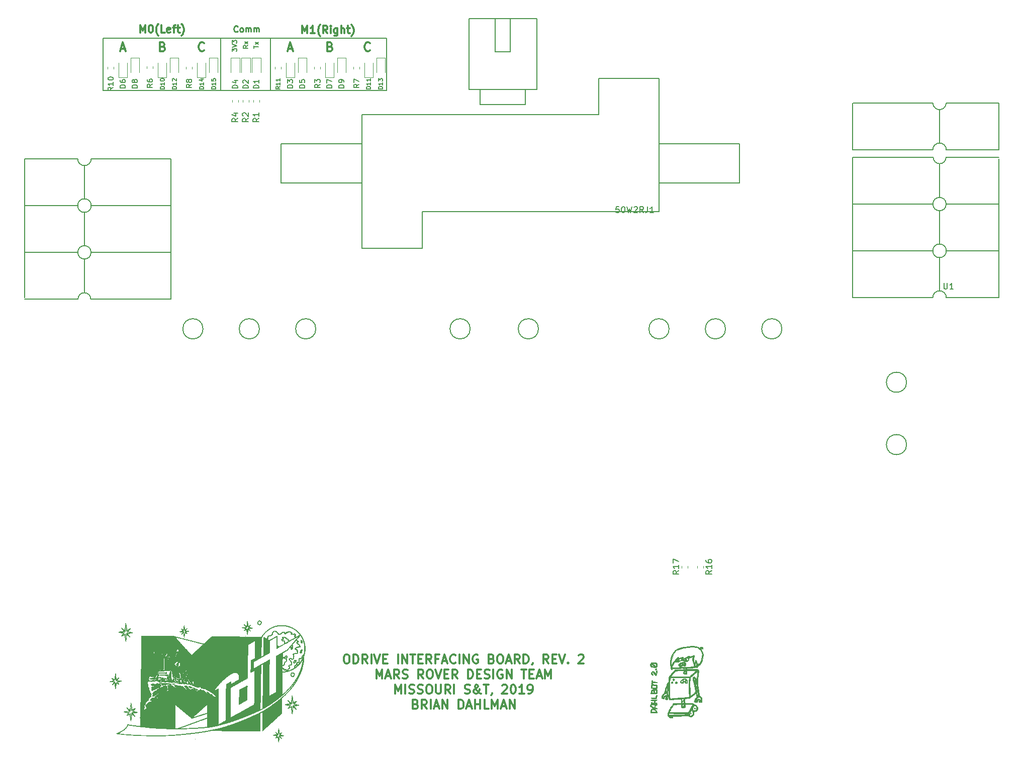
<source format=gbr>
G04 #@! TF.GenerationSoftware,KiCad,Pcbnew,(5.0.0)*
G04 #@! TF.CreationDate,2019-04-05T17:45:58-05:00*
G04 #@! TF.ProjectId,ODriveInterfacingBoard,4F4472697665496E746572666163696E,rev?*
G04 #@! TF.SameCoordinates,Original*
G04 #@! TF.FileFunction,Legend,Top*
G04 #@! TF.FilePolarity,Positive*
%FSLAX46Y46*%
G04 Gerber Fmt 4.6, Leading zero omitted, Abs format (unit mm)*
G04 Created by KiCad (PCBNEW (5.0.0)) date 04/05/19 17:45:58*
%MOMM*%
%LPD*%
G01*
G04 APERTURE LIST*
%ADD10C,0.200000*%
%ADD11C,0.300000*%
%ADD12C,0.190500*%
%ADD13C,0.254000*%
%ADD14C,0.150000*%
%ADD15C,0.010000*%
%ADD16C,0.120000*%
G04 APERTURE END LIST*
D10*
X66548000Y-60325000D02*
X78740000Y-60325000D01*
X44640500Y-60325000D02*
X66548000Y-60325000D01*
X38354000Y-60325000D02*
X44704000Y-60325000D01*
X38354000Y-58864500D02*
X38354000Y-60325000D01*
X58166000Y-58801000D02*
X58166000Y-60325000D01*
X66548000Y-58801000D02*
X66548000Y-60325000D01*
X86106000Y-58864500D02*
X86106000Y-60325000D01*
X81915000Y-86931500D02*
X81915000Y-75946000D01*
X92075000Y-86931500D02*
X81915000Y-86931500D01*
X92075000Y-80772000D02*
X92075000Y-86931500D01*
X131953000Y-80772000D02*
X92075000Y-80772000D01*
X131953000Y-75946000D02*
X131953000Y-80772000D01*
X131953000Y-75946000D02*
X131953000Y-69278500D01*
X145542000Y-75946000D02*
X131953000Y-75946000D01*
X145542000Y-69342000D02*
X145542000Y-75946000D01*
X131953000Y-69342000D02*
X145542000Y-69342000D01*
X131953000Y-58293000D02*
X131953000Y-69342000D01*
X121793000Y-58293000D02*
X131953000Y-58293000D01*
X121793000Y-64452500D02*
X121793000Y-58293000D01*
X81915000Y-64452500D02*
X121793000Y-64452500D01*
X81915000Y-69342000D02*
X81915000Y-64389000D01*
X81915000Y-69342000D02*
X68326000Y-69342000D01*
X81915000Y-75946000D02*
X81915000Y-69342000D01*
X68326000Y-75946000D02*
X81915000Y-75946000D01*
X68326000Y-69342000D02*
X68326000Y-75946000D01*
X86106000Y-51562000D02*
X76962000Y-51562000D01*
X86106000Y-58928000D02*
X86106000Y-51562000D01*
X77216000Y-60325000D02*
X86106000Y-60325000D01*
X66548000Y-58928000D02*
X66548000Y-51562000D01*
X58166000Y-58928000D02*
X58166000Y-51562000D01*
X38354000Y-51562000D02*
X38354000Y-58928000D01*
X86106000Y-58928000D02*
X86106000Y-51562000D01*
X77724000Y-51562000D02*
X38354000Y-51562000D01*
D11*
X79202857Y-155373571D02*
X79488571Y-155373571D01*
X79631428Y-155445000D01*
X79774285Y-155587857D01*
X79845714Y-155873571D01*
X79845714Y-156373571D01*
X79774285Y-156659285D01*
X79631428Y-156802142D01*
X79488571Y-156873571D01*
X79202857Y-156873571D01*
X79060000Y-156802142D01*
X78917142Y-156659285D01*
X78845714Y-156373571D01*
X78845714Y-155873571D01*
X78917142Y-155587857D01*
X79060000Y-155445000D01*
X79202857Y-155373571D01*
X80488571Y-156873571D02*
X80488571Y-155373571D01*
X80845714Y-155373571D01*
X81060000Y-155445000D01*
X81202857Y-155587857D01*
X81274285Y-155730714D01*
X81345714Y-156016428D01*
X81345714Y-156230714D01*
X81274285Y-156516428D01*
X81202857Y-156659285D01*
X81060000Y-156802142D01*
X80845714Y-156873571D01*
X80488571Y-156873571D01*
X82845714Y-156873571D02*
X82345714Y-156159285D01*
X81988571Y-156873571D02*
X81988571Y-155373571D01*
X82560000Y-155373571D01*
X82702857Y-155445000D01*
X82774285Y-155516428D01*
X82845714Y-155659285D01*
X82845714Y-155873571D01*
X82774285Y-156016428D01*
X82702857Y-156087857D01*
X82560000Y-156159285D01*
X81988571Y-156159285D01*
X83488571Y-156873571D02*
X83488571Y-155373571D01*
X83988571Y-155373571D02*
X84488571Y-156873571D01*
X84988571Y-155373571D01*
X85488571Y-156087857D02*
X85988571Y-156087857D01*
X86202857Y-156873571D02*
X85488571Y-156873571D01*
X85488571Y-155373571D01*
X86202857Y-155373571D01*
X87988571Y-156873571D02*
X87988571Y-155373571D01*
X88702857Y-156873571D02*
X88702857Y-155373571D01*
X89560000Y-156873571D01*
X89560000Y-155373571D01*
X90060000Y-155373571D02*
X90917142Y-155373571D01*
X90488571Y-156873571D02*
X90488571Y-155373571D01*
X91417142Y-156087857D02*
X91917142Y-156087857D01*
X92131428Y-156873571D02*
X91417142Y-156873571D01*
X91417142Y-155373571D01*
X92131428Y-155373571D01*
X93631428Y-156873571D02*
X93131428Y-156159285D01*
X92774285Y-156873571D02*
X92774285Y-155373571D01*
X93345714Y-155373571D01*
X93488571Y-155445000D01*
X93560000Y-155516428D01*
X93631428Y-155659285D01*
X93631428Y-155873571D01*
X93560000Y-156016428D01*
X93488571Y-156087857D01*
X93345714Y-156159285D01*
X92774285Y-156159285D01*
X94774285Y-156087857D02*
X94274285Y-156087857D01*
X94274285Y-156873571D02*
X94274285Y-155373571D01*
X94988571Y-155373571D01*
X95488571Y-156445000D02*
X96202857Y-156445000D01*
X95345714Y-156873571D02*
X95845714Y-155373571D01*
X96345714Y-156873571D01*
X97702857Y-156730714D02*
X97631428Y-156802142D01*
X97417142Y-156873571D01*
X97274285Y-156873571D01*
X97060000Y-156802142D01*
X96917142Y-156659285D01*
X96845714Y-156516428D01*
X96774285Y-156230714D01*
X96774285Y-156016428D01*
X96845714Y-155730714D01*
X96917142Y-155587857D01*
X97060000Y-155445000D01*
X97274285Y-155373571D01*
X97417142Y-155373571D01*
X97631428Y-155445000D01*
X97702857Y-155516428D01*
X98345714Y-156873571D02*
X98345714Y-155373571D01*
X99060000Y-156873571D02*
X99060000Y-155373571D01*
X99917142Y-156873571D01*
X99917142Y-155373571D01*
X101417142Y-155445000D02*
X101274285Y-155373571D01*
X101060000Y-155373571D01*
X100845714Y-155445000D01*
X100702857Y-155587857D01*
X100631428Y-155730714D01*
X100560000Y-156016428D01*
X100560000Y-156230714D01*
X100631428Y-156516428D01*
X100702857Y-156659285D01*
X100845714Y-156802142D01*
X101060000Y-156873571D01*
X101202857Y-156873571D01*
X101417142Y-156802142D01*
X101488571Y-156730714D01*
X101488571Y-156230714D01*
X101202857Y-156230714D01*
X103774285Y-156087857D02*
X103988571Y-156159285D01*
X104060000Y-156230714D01*
X104131428Y-156373571D01*
X104131428Y-156587857D01*
X104060000Y-156730714D01*
X103988571Y-156802142D01*
X103845714Y-156873571D01*
X103274285Y-156873571D01*
X103274285Y-155373571D01*
X103774285Y-155373571D01*
X103917142Y-155445000D01*
X103988571Y-155516428D01*
X104060000Y-155659285D01*
X104060000Y-155802142D01*
X103988571Y-155945000D01*
X103917142Y-156016428D01*
X103774285Y-156087857D01*
X103274285Y-156087857D01*
X105060000Y-155373571D02*
X105345714Y-155373571D01*
X105488571Y-155445000D01*
X105631428Y-155587857D01*
X105702857Y-155873571D01*
X105702857Y-156373571D01*
X105631428Y-156659285D01*
X105488571Y-156802142D01*
X105345714Y-156873571D01*
X105060000Y-156873571D01*
X104917142Y-156802142D01*
X104774285Y-156659285D01*
X104702857Y-156373571D01*
X104702857Y-155873571D01*
X104774285Y-155587857D01*
X104917142Y-155445000D01*
X105060000Y-155373571D01*
X106274285Y-156445000D02*
X106988571Y-156445000D01*
X106131428Y-156873571D02*
X106631428Y-155373571D01*
X107131428Y-156873571D01*
X108488571Y-156873571D02*
X107988571Y-156159285D01*
X107631428Y-156873571D02*
X107631428Y-155373571D01*
X108202857Y-155373571D01*
X108345714Y-155445000D01*
X108417142Y-155516428D01*
X108488571Y-155659285D01*
X108488571Y-155873571D01*
X108417142Y-156016428D01*
X108345714Y-156087857D01*
X108202857Y-156159285D01*
X107631428Y-156159285D01*
X109131428Y-156873571D02*
X109131428Y-155373571D01*
X109488571Y-155373571D01*
X109702857Y-155445000D01*
X109845714Y-155587857D01*
X109917142Y-155730714D01*
X109988571Y-156016428D01*
X109988571Y-156230714D01*
X109917142Y-156516428D01*
X109845714Y-156659285D01*
X109702857Y-156802142D01*
X109488571Y-156873571D01*
X109131428Y-156873571D01*
X110702857Y-156802142D02*
X110702857Y-156873571D01*
X110631428Y-157016428D01*
X110560000Y-157087857D01*
X113345714Y-156873571D02*
X112845714Y-156159285D01*
X112488571Y-156873571D02*
X112488571Y-155373571D01*
X113060000Y-155373571D01*
X113202857Y-155445000D01*
X113274285Y-155516428D01*
X113345714Y-155659285D01*
X113345714Y-155873571D01*
X113274285Y-156016428D01*
X113202857Y-156087857D01*
X113060000Y-156159285D01*
X112488571Y-156159285D01*
X113988571Y-156087857D02*
X114488571Y-156087857D01*
X114702857Y-156873571D02*
X113988571Y-156873571D01*
X113988571Y-155373571D01*
X114702857Y-155373571D01*
X115131428Y-155373571D02*
X115631428Y-156873571D01*
X116131428Y-155373571D01*
X116631428Y-156730714D02*
X116702857Y-156802142D01*
X116631428Y-156873571D01*
X116560000Y-156802142D01*
X116631428Y-156730714D01*
X116631428Y-156873571D01*
X118417142Y-155516428D02*
X118488571Y-155445000D01*
X118631428Y-155373571D01*
X118988571Y-155373571D01*
X119131428Y-155445000D01*
X119202857Y-155516428D01*
X119274285Y-155659285D01*
X119274285Y-155802142D01*
X119202857Y-156016428D01*
X118345714Y-156873571D01*
X119274285Y-156873571D01*
X84345714Y-159423571D02*
X84345714Y-157923571D01*
X84845714Y-158995000D01*
X85345714Y-157923571D01*
X85345714Y-159423571D01*
X85988571Y-158995000D02*
X86702857Y-158995000D01*
X85845714Y-159423571D02*
X86345714Y-157923571D01*
X86845714Y-159423571D01*
X88202857Y-159423571D02*
X87702857Y-158709285D01*
X87345714Y-159423571D02*
X87345714Y-157923571D01*
X87917142Y-157923571D01*
X88060000Y-157995000D01*
X88131428Y-158066428D01*
X88202857Y-158209285D01*
X88202857Y-158423571D01*
X88131428Y-158566428D01*
X88060000Y-158637857D01*
X87917142Y-158709285D01*
X87345714Y-158709285D01*
X88774285Y-159352142D02*
X88988571Y-159423571D01*
X89345714Y-159423571D01*
X89488571Y-159352142D01*
X89560000Y-159280714D01*
X89631428Y-159137857D01*
X89631428Y-158995000D01*
X89560000Y-158852142D01*
X89488571Y-158780714D01*
X89345714Y-158709285D01*
X89060000Y-158637857D01*
X88917142Y-158566428D01*
X88845714Y-158495000D01*
X88774285Y-158352142D01*
X88774285Y-158209285D01*
X88845714Y-158066428D01*
X88917142Y-157995000D01*
X89060000Y-157923571D01*
X89417142Y-157923571D01*
X89631428Y-157995000D01*
X92274285Y-159423571D02*
X91774285Y-158709285D01*
X91417142Y-159423571D02*
X91417142Y-157923571D01*
X91988571Y-157923571D01*
X92131428Y-157995000D01*
X92202857Y-158066428D01*
X92274285Y-158209285D01*
X92274285Y-158423571D01*
X92202857Y-158566428D01*
X92131428Y-158637857D01*
X91988571Y-158709285D01*
X91417142Y-158709285D01*
X93202857Y-157923571D02*
X93488571Y-157923571D01*
X93631428Y-157995000D01*
X93774285Y-158137857D01*
X93845714Y-158423571D01*
X93845714Y-158923571D01*
X93774285Y-159209285D01*
X93631428Y-159352142D01*
X93488571Y-159423571D01*
X93202857Y-159423571D01*
X93060000Y-159352142D01*
X92917142Y-159209285D01*
X92845714Y-158923571D01*
X92845714Y-158423571D01*
X92917142Y-158137857D01*
X93060000Y-157995000D01*
X93202857Y-157923571D01*
X94274285Y-157923571D02*
X94774285Y-159423571D01*
X95274285Y-157923571D01*
X95774285Y-158637857D02*
X96274285Y-158637857D01*
X96488571Y-159423571D02*
X95774285Y-159423571D01*
X95774285Y-157923571D01*
X96488571Y-157923571D01*
X97988571Y-159423571D02*
X97488571Y-158709285D01*
X97131428Y-159423571D02*
X97131428Y-157923571D01*
X97702857Y-157923571D01*
X97845714Y-157995000D01*
X97917142Y-158066428D01*
X97988571Y-158209285D01*
X97988571Y-158423571D01*
X97917142Y-158566428D01*
X97845714Y-158637857D01*
X97702857Y-158709285D01*
X97131428Y-158709285D01*
X99774285Y-159423571D02*
X99774285Y-157923571D01*
X100131428Y-157923571D01*
X100345714Y-157995000D01*
X100488571Y-158137857D01*
X100560000Y-158280714D01*
X100631428Y-158566428D01*
X100631428Y-158780714D01*
X100560000Y-159066428D01*
X100488571Y-159209285D01*
X100345714Y-159352142D01*
X100131428Y-159423571D01*
X99774285Y-159423571D01*
X101274285Y-158637857D02*
X101774285Y-158637857D01*
X101988571Y-159423571D02*
X101274285Y-159423571D01*
X101274285Y-157923571D01*
X101988571Y-157923571D01*
X102560000Y-159352142D02*
X102774285Y-159423571D01*
X103131428Y-159423571D01*
X103274285Y-159352142D01*
X103345714Y-159280714D01*
X103417142Y-159137857D01*
X103417142Y-158995000D01*
X103345714Y-158852142D01*
X103274285Y-158780714D01*
X103131428Y-158709285D01*
X102845714Y-158637857D01*
X102702857Y-158566428D01*
X102631428Y-158495000D01*
X102560000Y-158352142D01*
X102560000Y-158209285D01*
X102631428Y-158066428D01*
X102702857Y-157995000D01*
X102845714Y-157923571D01*
X103202857Y-157923571D01*
X103417142Y-157995000D01*
X104060000Y-159423571D02*
X104060000Y-157923571D01*
X105560000Y-157995000D02*
X105417142Y-157923571D01*
X105202857Y-157923571D01*
X104988571Y-157995000D01*
X104845714Y-158137857D01*
X104774285Y-158280714D01*
X104702857Y-158566428D01*
X104702857Y-158780714D01*
X104774285Y-159066428D01*
X104845714Y-159209285D01*
X104988571Y-159352142D01*
X105202857Y-159423571D01*
X105345714Y-159423571D01*
X105560000Y-159352142D01*
X105631428Y-159280714D01*
X105631428Y-158780714D01*
X105345714Y-158780714D01*
X106274285Y-159423571D02*
X106274285Y-157923571D01*
X107131428Y-159423571D01*
X107131428Y-157923571D01*
X108774285Y-157923571D02*
X109631428Y-157923571D01*
X109202857Y-159423571D02*
X109202857Y-157923571D01*
X110131428Y-158637857D02*
X110631428Y-158637857D01*
X110845714Y-159423571D02*
X110131428Y-159423571D01*
X110131428Y-157923571D01*
X110845714Y-157923571D01*
X111417142Y-158995000D02*
X112131428Y-158995000D01*
X111274285Y-159423571D02*
X111774285Y-157923571D01*
X112274285Y-159423571D01*
X112774285Y-159423571D02*
X112774285Y-157923571D01*
X113274285Y-158995000D01*
X113774285Y-157923571D01*
X113774285Y-159423571D01*
X87524285Y-161973571D02*
X87524285Y-160473571D01*
X88024285Y-161545000D01*
X88524285Y-160473571D01*
X88524285Y-161973571D01*
X89238571Y-161973571D02*
X89238571Y-160473571D01*
X89881428Y-161902142D02*
X90095714Y-161973571D01*
X90452857Y-161973571D01*
X90595714Y-161902142D01*
X90667142Y-161830714D01*
X90738571Y-161687857D01*
X90738571Y-161545000D01*
X90667142Y-161402142D01*
X90595714Y-161330714D01*
X90452857Y-161259285D01*
X90167142Y-161187857D01*
X90024285Y-161116428D01*
X89952857Y-161045000D01*
X89881428Y-160902142D01*
X89881428Y-160759285D01*
X89952857Y-160616428D01*
X90024285Y-160545000D01*
X90167142Y-160473571D01*
X90524285Y-160473571D01*
X90738571Y-160545000D01*
X91310000Y-161902142D02*
X91524285Y-161973571D01*
X91881428Y-161973571D01*
X92024285Y-161902142D01*
X92095714Y-161830714D01*
X92167142Y-161687857D01*
X92167142Y-161545000D01*
X92095714Y-161402142D01*
X92024285Y-161330714D01*
X91881428Y-161259285D01*
X91595714Y-161187857D01*
X91452857Y-161116428D01*
X91381428Y-161045000D01*
X91310000Y-160902142D01*
X91310000Y-160759285D01*
X91381428Y-160616428D01*
X91452857Y-160545000D01*
X91595714Y-160473571D01*
X91952857Y-160473571D01*
X92167142Y-160545000D01*
X93095714Y-160473571D02*
X93381428Y-160473571D01*
X93524285Y-160545000D01*
X93667142Y-160687857D01*
X93738571Y-160973571D01*
X93738571Y-161473571D01*
X93667142Y-161759285D01*
X93524285Y-161902142D01*
X93381428Y-161973571D01*
X93095714Y-161973571D01*
X92952857Y-161902142D01*
X92810000Y-161759285D01*
X92738571Y-161473571D01*
X92738571Y-160973571D01*
X92810000Y-160687857D01*
X92952857Y-160545000D01*
X93095714Y-160473571D01*
X94381428Y-160473571D02*
X94381428Y-161687857D01*
X94452857Y-161830714D01*
X94524285Y-161902142D01*
X94667142Y-161973571D01*
X94952857Y-161973571D01*
X95095714Y-161902142D01*
X95167142Y-161830714D01*
X95238571Y-161687857D01*
X95238571Y-160473571D01*
X96810000Y-161973571D02*
X96310000Y-161259285D01*
X95952857Y-161973571D02*
X95952857Y-160473571D01*
X96524285Y-160473571D01*
X96667142Y-160545000D01*
X96738571Y-160616428D01*
X96810000Y-160759285D01*
X96810000Y-160973571D01*
X96738571Y-161116428D01*
X96667142Y-161187857D01*
X96524285Y-161259285D01*
X95952857Y-161259285D01*
X97452857Y-161973571D02*
X97452857Y-160473571D01*
X99238571Y-161902142D02*
X99452857Y-161973571D01*
X99809999Y-161973571D01*
X99952857Y-161902142D01*
X100024285Y-161830714D01*
X100095714Y-161687857D01*
X100095714Y-161545000D01*
X100024285Y-161402142D01*
X99952857Y-161330714D01*
X99809999Y-161259285D01*
X99524285Y-161187857D01*
X99381428Y-161116428D01*
X99309999Y-161045000D01*
X99238571Y-160902142D01*
X99238571Y-160759285D01*
X99309999Y-160616428D01*
X99381428Y-160545000D01*
X99524285Y-160473571D01*
X99881428Y-160473571D01*
X100095714Y-160545000D01*
X101952857Y-161973571D02*
X101881428Y-161973571D01*
X101738571Y-161902142D01*
X101524285Y-161687857D01*
X101167142Y-161259285D01*
X101024285Y-161045000D01*
X100952857Y-160830714D01*
X100952857Y-160687857D01*
X101024285Y-160545000D01*
X101167142Y-160473571D01*
X101238571Y-160473571D01*
X101381428Y-160545000D01*
X101452857Y-160687857D01*
X101452857Y-160759285D01*
X101381428Y-160902142D01*
X101310000Y-160973571D01*
X100881428Y-161259285D01*
X100810000Y-161330714D01*
X100738571Y-161473571D01*
X100738571Y-161687857D01*
X100810000Y-161830714D01*
X100881428Y-161902142D01*
X101024285Y-161973571D01*
X101238571Y-161973571D01*
X101381428Y-161902142D01*
X101452857Y-161830714D01*
X101667142Y-161545000D01*
X101738571Y-161330714D01*
X101738571Y-161187857D01*
X102381428Y-160473571D02*
X103238571Y-160473571D01*
X102810000Y-161973571D02*
X102810000Y-160473571D01*
X103810000Y-161902142D02*
X103810000Y-161973571D01*
X103738571Y-162116428D01*
X103667142Y-162187857D01*
X105524285Y-160616428D02*
X105595714Y-160545000D01*
X105738571Y-160473571D01*
X106095714Y-160473571D01*
X106238571Y-160545000D01*
X106309999Y-160616428D01*
X106381428Y-160759285D01*
X106381428Y-160902142D01*
X106309999Y-161116428D01*
X105452857Y-161973571D01*
X106381428Y-161973571D01*
X107309999Y-160473571D02*
X107452857Y-160473571D01*
X107595714Y-160545000D01*
X107667142Y-160616428D01*
X107738571Y-160759285D01*
X107809999Y-161045000D01*
X107809999Y-161402142D01*
X107738571Y-161687857D01*
X107667142Y-161830714D01*
X107595714Y-161902142D01*
X107452857Y-161973571D01*
X107309999Y-161973571D01*
X107167142Y-161902142D01*
X107095714Y-161830714D01*
X107024285Y-161687857D01*
X106952857Y-161402142D01*
X106952857Y-161045000D01*
X107024285Y-160759285D01*
X107095714Y-160616428D01*
X107167142Y-160545000D01*
X107309999Y-160473571D01*
X109238571Y-161973571D02*
X108381428Y-161973571D01*
X108809999Y-161973571D02*
X108809999Y-160473571D01*
X108667142Y-160687857D01*
X108524285Y-160830714D01*
X108381428Y-160902142D01*
X109952857Y-161973571D02*
X110238571Y-161973571D01*
X110381428Y-161902142D01*
X110452857Y-161830714D01*
X110595714Y-161616428D01*
X110667142Y-161330714D01*
X110667142Y-160759285D01*
X110595714Y-160616428D01*
X110524285Y-160545000D01*
X110381428Y-160473571D01*
X110095714Y-160473571D01*
X109952857Y-160545000D01*
X109881428Y-160616428D01*
X109810000Y-160759285D01*
X109810000Y-161116428D01*
X109881428Y-161259285D01*
X109952857Y-161330714D01*
X110095714Y-161402142D01*
X110381428Y-161402142D01*
X110524285Y-161330714D01*
X110595714Y-161259285D01*
X110667142Y-161116428D01*
X90988571Y-163737857D02*
X91202857Y-163809285D01*
X91274285Y-163880714D01*
X91345714Y-164023571D01*
X91345714Y-164237857D01*
X91274285Y-164380714D01*
X91202857Y-164452142D01*
X91060000Y-164523571D01*
X90488571Y-164523571D01*
X90488571Y-163023571D01*
X90988571Y-163023571D01*
X91131428Y-163095000D01*
X91202857Y-163166428D01*
X91274285Y-163309285D01*
X91274285Y-163452142D01*
X91202857Y-163595000D01*
X91131428Y-163666428D01*
X90988571Y-163737857D01*
X90488571Y-163737857D01*
X92845714Y-164523571D02*
X92345714Y-163809285D01*
X91988571Y-164523571D02*
X91988571Y-163023571D01*
X92560000Y-163023571D01*
X92702857Y-163095000D01*
X92774285Y-163166428D01*
X92845714Y-163309285D01*
X92845714Y-163523571D01*
X92774285Y-163666428D01*
X92702857Y-163737857D01*
X92560000Y-163809285D01*
X91988571Y-163809285D01*
X93488571Y-164523571D02*
X93488571Y-163023571D01*
X94131428Y-164095000D02*
X94845714Y-164095000D01*
X93988571Y-164523571D02*
X94488571Y-163023571D01*
X94988571Y-164523571D01*
X95488571Y-164523571D02*
X95488571Y-163023571D01*
X96345714Y-164523571D01*
X96345714Y-163023571D01*
X98202857Y-164523571D02*
X98202857Y-163023571D01*
X98560000Y-163023571D01*
X98774285Y-163095000D01*
X98917142Y-163237857D01*
X98988571Y-163380714D01*
X99060000Y-163666428D01*
X99060000Y-163880714D01*
X98988571Y-164166428D01*
X98917142Y-164309285D01*
X98774285Y-164452142D01*
X98560000Y-164523571D01*
X98202857Y-164523571D01*
X99631428Y-164095000D02*
X100345714Y-164095000D01*
X99488571Y-164523571D02*
X99988571Y-163023571D01*
X100488571Y-164523571D01*
X100988571Y-164523571D02*
X100988571Y-163023571D01*
X100988571Y-163737857D02*
X101845714Y-163737857D01*
X101845714Y-164523571D02*
X101845714Y-163023571D01*
X103274285Y-164523571D02*
X102560000Y-164523571D01*
X102560000Y-163023571D01*
X103774285Y-164523571D02*
X103774285Y-163023571D01*
X104274285Y-164095000D01*
X104774285Y-163023571D01*
X104774285Y-164523571D01*
X105417142Y-164095000D02*
X106131428Y-164095000D01*
X105274285Y-164523571D02*
X105774285Y-163023571D01*
X106274285Y-164523571D01*
X106774285Y-164523571D02*
X106774285Y-163023571D01*
X107631428Y-164523571D01*
X107631428Y-163023571D01*
D12*
X62701714Y-52777571D02*
X62338857Y-53031571D01*
X62701714Y-53213000D02*
X61939714Y-53213000D01*
X61939714Y-52922714D01*
X61976000Y-52850142D01*
X62012285Y-52813857D01*
X62084857Y-52777571D01*
X62193714Y-52777571D01*
X62266285Y-52813857D01*
X62302571Y-52850142D01*
X62338857Y-52922714D01*
X62338857Y-53213000D01*
X62701714Y-52523571D02*
X62193714Y-52124428D01*
X62193714Y-52523571D02*
X62701714Y-52124428D01*
X63717714Y-53231142D02*
X63717714Y-52795714D01*
X64479714Y-53013428D02*
X63717714Y-53013428D01*
X64479714Y-52614285D02*
X63971714Y-52215142D01*
X63971714Y-52614285D02*
X64479714Y-52215142D01*
X60034714Y-53775428D02*
X60034714Y-53303714D01*
X60325000Y-53557714D01*
X60325000Y-53448857D01*
X60361285Y-53376285D01*
X60397571Y-53340000D01*
X60470142Y-53303714D01*
X60651571Y-53303714D01*
X60724142Y-53340000D01*
X60760428Y-53376285D01*
X60796714Y-53448857D01*
X60796714Y-53666571D01*
X60760428Y-53739142D01*
X60724142Y-53775428D01*
X60034714Y-53086000D02*
X60796714Y-52832000D01*
X60034714Y-52578000D01*
X60034714Y-52396571D02*
X60034714Y-51924857D01*
X60325000Y-52178857D01*
X60325000Y-52070000D01*
X60361285Y-51997428D01*
X60397571Y-51961142D01*
X60470142Y-51924857D01*
X60651571Y-51924857D01*
X60724142Y-51961142D01*
X60760428Y-51997428D01*
X60796714Y-52070000D01*
X60796714Y-52287714D01*
X60760428Y-52360285D01*
X60724142Y-52396571D01*
D11*
X69492857Y-53336000D02*
X70207142Y-53336000D01*
X69350000Y-53764571D02*
X69850000Y-52264571D01*
X70350000Y-53764571D01*
X76561142Y-52978857D02*
X76775428Y-53050285D01*
X76846857Y-53121714D01*
X76918285Y-53264571D01*
X76918285Y-53478857D01*
X76846857Y-53621714D01*
X76775428Y-53693142D01*
X76632571Y-53764571D01*
X76061142Y-53764571D01*
X76061142Y-52264571D01*
X76561142Y-52264571D01*
X76704000Y-52336000D01*
X76775428Y-52407428D01*
X76846857Y-52550285D01*
X76846857Y-52693142D01*
X76775428Y-52836000D01*
X76704000Y-52907428D01*
X76561142Y-52978857D01*
X76061142Y-52978857D01*
X83268285Y-53621714D02*
X83196857Y-53693142D01*
X82982571Y-53764571D01*
X82839714Y-53764571D01*
X82625428Y-53693142D01*
X82482571Y-53550285D01*
X82411142Y-53407428D01*
X82339714Y-53121714D01*
X82339714Y-52907428D01*
X82411142Y-52621714D01*
X82482571Y-52478857D01*
X82625428Y-52336000D01*
X82839714Y-52264571D01*
X82982571Y-52264571D01*
X83196857Y-52336000D01*
X83268285Y-52407428D01*
X55328285Y-53621714D02*
X55256857Y-53693142D01*
X55042571Y-53764571D01*
X54899714Y-53764571D01*
X54685428Y-53693142D01*
X54542571Y-53550285D01*
X54471142Y-53407428D01*
X54399714Y-53121714D01*
X54399714Y-52907428D01*
X54471142Y-52621714D01*
X54542571Y-52478857D01*
X54685428Y-52336000D01*
X54899714Y-52264571D01*
X55042571Y-52264571D01*
X55256857Y-52336000D01*
X55328285Y-52407428D01*
X48367142Y-52978857D02*
X48581428Y-53050285D01*
X48652857Y-53121714D01*
X48724285Y-53264571D01*
X48724285Y-53478857D01*
X48652857Y-53621714D01*
X48581428Y-53693142D01*
X48438571Y-53764571D01*
X47867142Y-53764571D01*
X47867142Y-52264571D01*
X48367142Y-52264571D01*
X48510000Y-52336000D01*
X48581428Y-52407428D01*
X48652857Y-52550285D01*
X48652857Y-52693142D01*
X48581428Y-52836000D01*
X48510000Y-52907428D01*
X48367142Y-52978857D01*
X47867142Y-52978857D01*
X41298857Y-53336000D02*
X42013142Y-53336000D01*
X41156000Y-53764571D02*
X41656000Y-52264571D01*
X42156000Y-53764571D01*
X71875952Y-50739523D02*
X71875952Y-49469523D01*
X72299285Y-50376666D01*
X72722619Y-49469523D01*
X72722619Y-50739523D01*
X73992619Y-50739523D02*
X73266904Y-50739523D01*
X73629761Y-50739523D02*
X73629761Y-49469523D01*
X73508809Y-49650952D01*
X73387857Y-49771904D01*
X73266904Y-49832380D01*
X74899761Y-51223333D02*
X74839285Y-51162857D01*
X74718333Y-50981428D01*
X74657857Y-50860476D01*
X74597380Y-50679047D01*
X74536904Y-50376666D01*
X74536904Y-50134761D01*
X74597380Y-49832380D01*
X74657857Y-49650952D01*
X74718333Y-49530000D01*
X74839285Y-49348571D01*
X74899761Y-49288095D01*
X76109285Y-50739523D02*
X75685952Y-50134761D01*
X75383571Y-50739523D02*
X75383571Y-49469523D01*
X75867380Y-49469523D01*
X75988333Y-49530000D01*
X76048809Y-49590476D01*
X76109285Y-49711428D01*
X76109285Y-49892857D01*
X76048809Y-50013809D01*
X75988333Y-50074285D01*
X75867380Y-50134761D01*
X75383571Y-50134761D01*
X76653571Y-50739523D02*
X76653571Y-49892857D01*
X76653571Y-49469523D02*
X76593095Y-49530000D01*
X76653571Y-49590476D01*
X76714047Y-49530000D01*
X76653571Y-49469523D01*
X76653571Y-49590476D01*
X77802619Y-49892857D02*
X77802619Y-50920952D01*
X77742142Y-51041904D01*
X77681666Y-51102380D01*
X77560714Y-51162857D01*
X77379285Y-51162857D01*
X77258333Y-51102380D01*
X77802619Y-50679047D02*
X77681666Y-50739523D01*
X77439761Y-50739523D01*
X77318809Y-50679047D01*
X77258333Y-50618571D01*
X77197857Y-50497619D01*
X77197857Y-50134761D01*
X77258333Y-50013809D01*
X77318809Y-49953333D01*
X77439761Y-49892857D01*
X77681666Y-49892857D01*
X77802619Y-49953333D01*
X78407380Y-50739523D02*
X78407380Y-49469523D01*
X78951666Y-50739523D02*
X78951666Y-50074285D01*
X78891190Y-49953333D01*
X78770238Y-49892857D01*
X78588809Y-49892857D01*
X78467857Y-49953333D01*
X78407380Y-50013809D01*
X79375000Y-49892857D02*
X79858809Y-49892857D01*
X79556428Y-49469523D02*
X79556428Y-50558095D01*
X79616904Y-50679047D01*
X79737857Y-50739523D01*
X79858809Y-50739523D01*
X80161190Y-51223333D02*
X80221666Y-51162857D01*
X80342619Y-50981428D01*
X80403095Y-50860476D01*
X80463571Y-50679047D01*
X80524047Y-50376666D01*
X80524047Y-50134761D01*
X80463571Y-49832380D01*
X80403095Y-49650952D01*
X80342619Y-49530000D01*
X80221666Y-49348571D01*
X80161190Y-49288095D01*
X44601190Y-50612523D02*
X44601190Y-49342523D01*
X45024523Y-50249666D01*
X45447857Y-49342523D01*
X45447857Y-50612523D01*
X46294523Y-49342523D02*
X46415476Y-49342523D01*
X46536428Y-49403000D01*
X46596904Y-49463476D01*
X46657380Y-49584428D01*
X46717857Y-49826333D01*
X46717857Y-50128714D01*
X46657380Y-50370619D01*
X46596904Y-50491571D01*
X46536428Y-50552047D01*
X46415476Y-50612523D01*
X46294523Y-50612523D01*
X46173571Y-50552047D01*
X46113095Y-50491571D01*
X46052619Y-50370619D01*
X45992142Y-50128714D01*
X45992142Y-49826333D01*
X46052619Y-49584428D01*
X46113095Y-49463476D01*
X46173571Y-49403000D01*
X46294523Y-49342523D01*
X47625000Y-51096333D02*
X47564523Y-51035857D01*
X47443571Y-50854428D01*
X47383095Y-50733476D01*
X47322619Y-50552047D01*
X47262142Y-50249666D01*
X47262142Y-50007761D01*
X47322619Y-49705380D01*
X47383095Y-49523952D01*
X47443571Y-49403000D01*
X47564523Y-49221571D01*
X47625000Y-49161095D01*
X48713571Y-50612523D02*
X48108809Y-50612523D01*
X48108809Y-49342523D01*
X49620714Y-50552047D02*
X49499761Y-50612523D01*
X49257857Y-50612523D01*
X49136904Y-50552047D01*
X49076428Y-50431095D01*
X49076428Y-49947285D01*
X49136904Y-49826333D01*
X49257857Y-49765857D01*
X49499761Y-49765857D01*
X49620714Y-49826333D01*
X49681190Y-49947285D01*
X49681190Y-50068238D01*
X49076428Y-50189190D01*
X50044047Y-49765857D02*
X50527857Y-49765857D01*
X50225476Y-50612523D02*
X50225476Y-49523952D01*
X50285952Y-49403000D01*
X50406904Y-49342523D01*
X50527857Y-49342523D01*
X50769761Y-49765857D02*
X51253571Y-49765857D01*
X50951190Y-49342523D02*
X50951190Y-50431095D01*
X51011666Y-50552047D01*
X51132619Y-50612523D01*
X51253571Y-50612523D01*
X51555952Y-51096333D02*
X51616428Y-51035857D01*
X51737380Y-50854428D01*
X51797857Y-50733476D01*
X51858333Y-50552047D01*
X51918809Y-50249666D01*
X51918809Y-50007761D01*
X51858333Y-49705380D01*
X51797857Y-49523952D01*
X51737380Y-49403000D01*
X51616428Y-49221571D01*
X51555952Y-49161095D01*
D13*
X60984190Y-50400857D02*
X60935809Y-50449238D01*
X60790666Y-50497619D01*
X60693904Y-50497619D01*
X60548761Y-50449238D01*
X60452000Y-50352476D01*
X60403619Y-50255714D01*
X60355238Y-50062190D01*
X60355238Y-49917047D01*
X60403619Y-49723523D01*
X60452000Y-49626761D01*
X60548761Y-49530000D01*
X60693904Y-49481619D01*
X60790666Y-49481619D01*
X60935809Y-49530000D01*
X60984190Y-49578380D01*
X61564761Y-50497619D02*
X61468000Y-50449238D01*
X61419619Y-50400857D01*
X61371238Y-50304095D01*
X61371238Y-50013809D01*
X61419619Y-49917047D01*
X61468000Y-49868666D01*
X61564761Y-49820285D01*
X61709904Y-49820285D01*
X61806666Y-49868666D01*
X61855047Y-49917047D01*
X61903428Y-50013809D01*
X61903428Y-50304095D01*
X61855047Y-50400857D01*
X61806666Y-50449238D01*
X61709904Y-50497619D01*
X61564761Y-50497619D01*
X62338857Y-50497619D02*
X62338857Y-49820285D01*
X62338857Y-49917047D02*
X62387238Y-49868666D01*
X62484000Y-49820285D01*
X62629142Y-49820285D01*
X62725904Y-49868666D01*
X62774285Y-49965428D01*
X62774285Y-50497619D01*
X62774285Y-49965428D02*
X62822666Y-49868666D01*
X62919428Y-49820285D01*
X63064571Y-49820285D01*
X63161333Y-49868666D01*
X63209714Y-49965428D01*
X63209714Y-50497619D01*
X63693523Y-50497619D02*
X63693523Y-49820285D01*
X63693523Y-49917047D02*
X63741904Y-49868666D01*
X63838666Y-49820285D01*
X63983809Y-49820285D01*
X64080571Y-49868666D01*
X64128952Y-49965428D01*
X64128952Y-50497619D01*
X64128952Y-49965428D02*
X64177333Y-49868666D01*
X64274095Y-49820285D01*
X64419238Y-49820285D01*
X64516000Y-49868666D01*
X64564380Y-49965428D01*
X64564380Y-50497619D01*
D14*
G04 #@! TO.C,U1*
X55148717Y-100511151D02*
G75*
G03X55148717Y-100511151I-1700000J0D01*
G01*
X64648717Y-100511151D02*
G75*
G03X64648717Y-100511151I-1700000J0D01*
G01*
X74148717Y-100511151D02*
G75*
G03X74148717Y-100511151I-1700000J0D01*
G01*
X100148717Y-100511151D02*
G75*
G03X100148717Y-100511151I-1700000J0D01*
G01*
X111648717Y-100511151D02*
G75*
G03X111648717Y-100511151I-1700000J0D01*
G01*
X133648717Y-100511151D02*
G75*
G03X133648717Y-100511151I-1700000J0D01*
G01*
X143148717Y-100511151D02*
G75*
G03X143148717Y-100511151I-1700000J0D01*
G01*
X152648717Y-100511151D02*
G75*
G03X152648717Y-100511151I-1700000J0D01*
G01*
X173648717Y-120011151D02*
G75*
G03X173648717Y-120011151I-1700000J0D01*
G01*
X173648717Y-109511151D02*
G75*
G03X173648717Y-109511151I-1700000J0D01*
G01*
G04 #@! TO.C,Conn3*
X180340000Y-70358000D02*
G75*
G03X179197000Y-69215000I-1143000J0D01*
G01*
X179197000Y-69215000D02*
G75*
G03X178054000Y-70358000I0J-1143000D01*
G01*
X189230000Y-70358000D02*
X189230000Y-62484000D01*
X164592000Y-62484000D02*
X164592000Y-70358000D01*
X178079400Y-62484000D02*
G75*
G03X179197000Y-63601600I1117600J0D01*
G01*
X179197000Y-63601600D02*
G75*
G03X180314600Y-62484000I0J1117600D01*
G01*
X176885600Y-62484000D02*
X178079400Y-62484000D01*
X179197000Y-64795400D02*
X179197000Y-63627000D01*
X181508400Y-62484000D02*
X180340000Y-62484000D01*
X179197000Y-68072000D02*
X179197000Y-69215000D01*
X189230000Y-70383400D02*
X180340000Y-70383400D01*
X176911000Y-70358000D02*
X178054000Y-70358000D01*
X179197000Y-68072000D02*
X179197000Y-64770000D01*
X176911000Y-70358000D02*
X164617400Y-70358000D01*
X176911000Y-62484000D02*
X164617400Y-62484000D01*
X181483000Y-62484000D02*
X189230000Y-62484000D01*
D15*
G04 #@! TO.C,G\002A\002A\002A*
G36*
X136452463Y-156234521D02*
X136453880Y-156243867D01*
X136427514Y-156283577D01*
X136417473Y-156288176D01*
X136386593Y-156271828D01*
X136381067Y-156243867D01*
X136398251Y-156201717D01*
X136417473Y-156199558D01*
X136452463Y-156234521D01*
X136452463Y-156234521D01*
G37*
X136452463Y-156234521D02*
X136453880Y-156243867D01*
X136427514Y-156283577D01*
X136417473Y-156288176D01*
X136386593Y-156271828D01*
X136381067Y-156243867D01*
X136398251Y-156201717D01*
X136417473Y-156199558D01*
X136452463Y-156234521D01*
G36*
X136168423Y-156611106D02*
X136259509Y-156649018D01*
X136306342Y-156683448D01*
X136414921Y-156811838D01*
X136468590Y-156959350D01*
X136464981Y-157110898D01*
X136401725Y-157251395D01*
X136396595Y-157258334D01*
X136359150Y-157297264D01*
X136312675Y-157308179D01*
X136233612Y-157294034D01*
X136193977Y-157283734D01*
X136060210Y-157252887D01*
X135960403Y-157247453D01*
X135865025Y-157269243D01*
X135766699Y-157309923D01*
X135603885Y-157366876D01*
X135471999Y-157371373D01*
X135357993Y-157322474D01*
X135302356Y-157276506D01*
X135219481Y-157165302D01*
X135214029Y-157128848D01*
X135370935Y-157128848D01*
X135389266Y-157178643D01*
X135423422Y-157196073D01*
X135432561Y-157192281D01*
X135461216Y-157144375D01*
X135466667Y-157105468D01*
X135448307Y-157048885D01*
X135407590Y-157046665D01*
X135380998Y-157075222D01*
X135370935Y-157128848D01*
X135214029Y-157128848D01*
X135203074Y-157055605D01*
X135251871Y-156949197D01*
X135274239Y-156929090D01*
X135599318Y-156929090D01*
X135599515Y-156990918D01*
X135609145Y-157032263D01*
X135635673Y-157105241D01*
X135668233Y-157122586D01*
X135693367Y-157112595D01*
X135703551Y-157099000D01*
X136212487Y-157099000D01*
X136226034Y-157139184D01*
X136260153Y-157126977D01*
X136301409Y-157068564D01*
X136307897Y-157055073D01*
X136336973Y-156977010D01*
X136346447Y-156928073D01*
X136330995Y-156920817D01*
X136295503Y-156953424D01*
X136254418Y-157007461D01*
X136222185Y-157064494D01*
X136212487Y-157099000D01*
X135703551Y-157099000D01*
X135734294Y-157057963D01*
X135751407Y-156976130D01*
X135745143Y-156912733D01*
X135947222Y-156912733D01*
X135952068Y-157006135D01*
X135981725Y-157039808D01*
X136028300Y-157013339D01*
X136083902Y-156926314D01*
X136086928Y-156920051D01*
X136128707Y-156828143D01*
X136137265Y-156782961D01*
X136109084Y-156770361D01*
X136050867Y-156775017D01*
X135987990Y-156791599D01*
X135958365Y-156836076D01*
X135947222Y-156912733D01*
X135745143Y-156912733D01*
X135743677Y-156897907D01*
X135705652Y-156875938D01*
X135633319Y-156898180D01*
X135599318Y-156929090D01*
X135274239Y-156929090D01*
X135364610Y-156847858D01*
X135540026Y-156753370D01*
X135722361Y-156684650D01*
X135913254Y-156628894D01*
X136057473Y-156604388D01*
X136168423Y-156611106D01*
X136168423Y-156611106D01*
G37*
X136168423Y-156611106D02*
X136259509Y-156649018D01*
X136306342Y-156683448D01*
X136414921Y-156811838D01*
X136468590Y-156959350D01*
X136464981Y-157110898D01*
X136401725Y-157251395D01*
X136396595Y-157258334D01*
X136359150Y-157297264D01*
X136312675Y-157308179D01*
X136233612Y-157294034D01*
X136193977Y-157283734D01*
X136060210Y-157252887D01*
X135960403Y-157247453D01*
X135865025Y-157269243D01*
X135766699Y-157309923D01*
X135603885Y-157366876D01*
X135471999Y-157371373D01*
X135357993Y-157322474D01*
X135302356Y-157276506D01*
X135219481Y-157165302D01*
X135214029Y-157128848D01*
X135370935Y-157128848D01*
X135389266Y-157178643D01*
X135423422Y-157196073D01*
X135432561Y-157192281D01*
X135461216Y-157144375D01*
X135466667Y-157105468D01*
X135448307Y-157048885D01*
X135407590Y-157046665D01*
X135380998Y-157075222D01*
X135370935Y-157128848D01*
X135214029Y-157128848D01*
X135203074Y-157055605D01*
X135251871Y-156949197D01*
X135274239Y-156929090D01*
X135599318Y-156929090D01*
X135599515Y-156990918D01*
X135609145Y-157032263D01*
X135635673Y-157105241D01*
X135668233Y-157122586D01*
X135693367Y-157112595D01*
X135703551Y-157099000D01*
X136212487Y-157099000D01*
X136226034Y-157139184D01*
X136260153Y-157126977D01*
X136301409Y-157068564D01*
X136307897Y-157055073D01*
X136336973Y-156977010D01*
X136346447Y-156928073D01*
X136330995Y-156920817D01*
X136295503Y-156953424D01*
X136254418Y-157007461D01*
X136222185Y-157064494D01*
X136212487Y-157099000D01*
X135703551Y-157099000D01*
X135734294Y-157057963D01*
X135751407Y-156976130D01*
X135745143Y-156912733D01*
X135947222Y-156912733D01*
X135952068Y-157006135D01*
X135981725Y-157039808D01*
X136028300Y-157013339D01*
X136083902Y-156926314D01*
X136086928Y-156920051D01*
X136128707Y-156828143D01*
X136137265Y-156782961D01*
X136109084Y-156770361D01*
X136050867Y-156775017D01*
X135987990Y-156791599D01*
X135958365Y-156836076D01*
X135947222Y-156912733D01*
X135745143Y-156912733D01*
X135743677Y-156897907D01*
X135705652Y-156875938D01*
X135633319Y-156898180D01*
X135599318Y-156929090D01*
X135274239Y-156929090D01*
X135364610Y-156847858D01*
X135540026Y-156753370D01*
X135722361Y-156684650D01*
X135913254Y-156628894D01*
X136057473Y-156604388D01*
X136168423Y-156611106D01*
G36*
X134516668Y-159510268D02*
X134574581Y-159582425D01*
X134572556Y-159635566D01*
X134507981Y-159685732D01*
X134486215Y-159697397D01*
X134375647Y-159741702D01*
X134300684Y-159736446D01*
X134248982Y-159679907D01*
X134240735Y-159663149D01*
X134233202Y-159637873D01*
X134352501Y-159637873D01*
X134386436Y-159630767D01*
X134392861Y-159628356D01*
X134434332Y-159601527D01*
X134434630Y-159586274D01*
X134398804Y-159590073D01*
X134373902Y-159609398D01*
X134352501Y-159637873D01*
X134233202Y-159637873D01*
X134218978Y-159590154D01*
X134241270Y-159540055D01*
X134249927Y-159531317D01*
X134351283Y-159468127D01*
X134449774Y-159467672D01*
X134516668Y-159510268D01*
X134516668Y-159510268D01*
G37*
X134516668Y-159510268D02*
X134574581Y-159582425D01*
X134572556Y-159635566D01*
X134507981Y-159685732D01*
X134486215Y-159697397D01*
X134375647Y-159741702D01*
X134300684Y-159736446D01*
X134248982Y-159679907D01*
X134240735Y-159663149D01*
X134233202Y-159637873D01*
X134352501Y-159637873D01*
X134386436Y-159630767D01*
X134392861Y-159628356D01*
X134434332Y-159601527D01*
X134434630Y-159586274D01*
X134398804Y-159590073D01*
X134373902Y-159609398D01*
X134352501Y-159637873D01*
X134233202Y-159637873D01*
X134218978Y-159590154D01*
X134241270Y-159540055D01*
X134249927Y-159531317D01*
X134351283Y-159468127D01*
X134449774Y-159467672D01*
X134516668Y-159510268D01*
G36*
X136435759Y-159440643D02*
X136542874Y-159485265D01*
X136617143Y-159571479D01*
X136667205Y-159708423D01*
X136695626Y-159860636D01*
X136713484Y-160021502D01*
X136707773Y-160127087D01*
X136672496Y-160187522D01*
X136601656Y-160212940D01*
X136489256Y-160213473D01*
X136486886Y-160213322D01*
X136390825Y-160203739D01*
X136342240Y-160181498D01*
X136320907Y-160131830D01*
X136313333Y-160086586D01*
X136283901Y-159994626D01*
X136277949Y-159989891D01*
X136414933Y-159989891D01*
X136432065Y-160070791D01*
X136492002Y-160110185D01*
X136558867Y-160118926D01*
X136592649Y-160110266D01*
X136610708Y-160070557D01*
X136617531Y-159985043D01*
X136618133Y-159924045D01*
X136614609Y-159813872D01*
X136605491Y-159733023D01*
X136596010Y-159704366D01*
X136562819Y-159710121D01*
X136516287Y-159760107D01*
X136468244Y-159835671D01*
X136430518Y-159918161D01*
X136414938Y-159988925D01*
X136414933Y-159989891D01*
X136277949Y-159989891D01*
X136239142Y-159959021D01*
X136162207Y-159970275D01*
X136081272Y-160016919D01*
X136022496Y-160080296D01*
X136008533Y-160123496D01*
X136001100Y-160174071D01*
X135970127Y-160196063D01*
X135902602Y-160191358D01*
X135785515Y-160161841D01*
X135771467Y-160157851D01*
X135635602Y-160116479D01*
X135554117Y-160080664D01*
X135515581Y-160039927D01*
X135508568Y-159983789D01*
X135514874Y-159940750D01*
X135625972Y-159940750D01*
X135628554Y-159991506D01*
X135643006Y-160000886D01*
X135715483Y-160024262D01*
X135737600Y-160031577D01*
X135848693Y-160049123D01*
X135922163Y-160013114D01*
X135941011Y-159985740D01*
X135958360Y-159917682D01*
X135935874Y-159831721D01*
X135921410Y-159799473D01*
X135875052Y-159713871D01*
X135835659Y-159687768D01*
X135786642Y-159717157D01*
X135747736Y-159757534D01*
X135667209Y-159859252D01*
X135625972Y-159940750D01*
X135514874Y-159940750D01*
X135517224Y-159924718D01*
X135561624Y-159783270D01*
X135643092Y-159679821D01*
X135741184Y-159611522D01*
X135941858Y-159611522D01*
X136012408Y-159731094D01*
X136088552Y-159824640D01*
X136168817Y-159851649D01*
X136255345Y-159811990D01*
X136346372Y-159710969D01*
X136400387Y-159625213D01*
X136427484Y-159559198D01*
X136426837Y-159537729D01*
X136381583Y-159520391D01*
X136292979Y-159519923D01*
X136182715Y-159534272D01*
X136072478Y-159561386D01*
X136034462Y-159574863D01*
X135941858Y-159611522D01*
X135741184Y-159611522D01*
X135742389Y-159610683D01*
X135906713Y-159521021D01*
X136038275Y-159465459D01*
X136158123Y-159436957D01*
X136287164Y-159428477D01*
X136435759Y-159440643D01*
X136435759Y-159440643D01*
G37*
X136435759Y-159440643D02*
X136542874Y-159485265D01*
X136617143Y-159571479D01*
X136667205Y-159708423D01*
X136695626Y-159860636D01*
X136713484Y-160021502D01*
X136707773Y-160127087D01*
X136672496Y-160187522D01*
X136601656Y-160212940D01*
X136489256Y-160213473D01*
X136486886Y-160213322D01*
X136390825Y-160203739D01*
X136342240Y-160181498D01*
X136320907Y-160131830D01*
X136313333Y-160086586D01*
X136283901Y-159994626D01*
X136277949Y-159989891D01*
X136414933Y-159989891D01*
X136432065Y-160070791D01*
X136492002Y-160110185D01*
X136558867Y-160118926D01*
X136592649Y-160110266D01*
X136610708Y-160070557D01*
X136617531Y-159985043D01*
X136618133Y-159924045D01*
X136614609Y-159813872D01*
X136605491Y-159733023D01*
X136596010Y-159704366D01*
X136562819Y-159710121D01*
X136516287Y-159760107D01*
X136468244Y-159835671D01*
X136430518Y-159918161D01*
X136414938Y-159988925D01*
X136414933Y-159989891D01*
X136277949Y-159989891D01*
X136239142Y-159959021D01*
X136162207Y-159970275D01*
X136081272Y-160016919D01*
X136022496Y-160080296D01*
X136008533Y-160123496D01*
X136001100Y-160174071D01*
X135970127Y-160196063D01*
X135902602Y-160191358D01*
X135785515Y-160161841D01*
X135771467Y-160157851D01*
X135635602Y-160116479D01*
X135554117Y-160080664D01*
X135515581Y-160039927D01*
X135508568Y-159983789D01*
X135514874Y-159940750D01*
X135625972Y-159940750D01*
X135628554Y-159991506D01*
X135643006Y-160000886D01*
X135715483Y-160024262D01*
X135737600Y-160031577D01*
X135848693Y-160049123D01*
X135922163Y-160013114D01*
X135941011Y-159985740D01*
X135958360Y-159917682D01*
X135935874Y-159831721D01*
X135921410Y-159799473D01*
X135875052Y-159713871D01*
X135835659Y-159687768D01*
X135786642Y-159717157D01*
X135747736Y-159757534D01*
X135667209Y-159859252D01*
X135625972Y-159940750D01*
X135514874Y-159940750D01*
X135517224Y-159924718D01*
X135561624Y-159783270D01*
X135643092Y-159679821D01*
X135741184Y-159611522D01*
X135941858Y-159611522D01*
X136012408Y-159731094D01*
X136088552Y-159824640D01*
X136168817Y-159851649D01*
X136255345Y-159811990D01*
X136346372Y-159710969D01*
X136400387Y-159625213D01*
X136427484Y-159559198D01*
X136426837Y-159537729D01*
X136381583Y-159520391D01*
X136292979Y-159519923D01*
X136182715Y-159534272D01*
X136072478Y-159561386D01*
X136034462Y-159574863D01*
X135941858Y-159611522D01*
X135741184Y-159611522D01*
X135742389Y-159610683D01*
X135906713Y-159521021D01*
X136038275Y-159465459D01*
X136158123Y-159436957D01*
X136287164Y-159428477D01*
X136435759Y-159440643D01*
G36*
X134237030Y-159967199D02*
X134275720Y-160026176D01*
X134268721Y-160099018D01*
X134206065Y-160170480D01*
X134102772Y-160218199D01*
X134020581Y-160204453D01*
X133975117Y-160152820D01*
X133965721Y-160114670D01*
X134061989Y-160114670D01*
X134101634Y-160108640D01*
X134160806Y-160069723D01*
X134205908Y-160032558D01*
X134195164Y-160020912D01*
X134155963Y-160020000D01*
X134090080Y-160041545D01*
X134065886Y-160070800D01*
X134061989Y-160114670D01*
X133965721Y-160114670D01*
X133952398Y-160060576D01*
X133994029Y-159989364D01*
X134062550Y-159951754D01*
X134162642Y-159937315D01*
X134237030Y-159967199D01*
X134237030Y-159967199D01*
G37*
X134237030Y-159967199D02*
X134275720Y-160026176D01*
X134268721Y-160099018D01*
X134206065Y-160170480D01*
X134102772Y-160218199D01*
X134020581Y-160204453D01*
X133975117Y-160152820D01*
X133965721Y-160114670D01*
X134061989Y-160114670D01*
X134101634Y-160108640D01*
X134160806Y-160069723D01*
X134205908Y-160032558D01*
X134195164Y-160020912D01*
X134155963Y-160020000D01*
X134090080Y-160041545D01*
X134065886Y-160070800D01*
X134061989Y-160114670D01*
X133965721Y-160114670D01*
X133952398Y-160060576D01*
X133994029Y-159989364D01*
X134062550Y-159951754D01*
X134162642Y-159937315D01*
X134237030Y-159967199D01*
G36*
X134926551Y-159943090D02*
X134983373Y-160012604D01*
X134992015Y-160069107D01*
X134972156Y-160162440D01*
X134905768Y-160217258D01*
X134850618Y-160235058D01*
X134770131Y-160238031D01*
X134711659Y-160188870D01*
X134706684Y-160181937D01*
X134659403Y-160076069D01*
X134659797Y-160073082D01*
X134755467Y-160073082D01*
X134778017Y-160114827D01*
X134830197Y-160114719D01*
X134888798Y-160073288D01*
X134891613Y-160069982D01*
X134918463Y-160019568D01*
X134915245Y-159999156D01*
X134866741Y-159990414D01*
X134803929Y-160014363D01*
X134760168Y-160055570D01*
X134755467Y-160073082D01*
X134659797Y-160073082D01*
X134670844Y-159989539D01*
X134736038Y-159933589D01*
X134823200Y-159918400D01*
X134926551Y-159943090D01*
X134926551Y-159943090D01*
G37*
X134926551Y-159943090D02*
X134983373Y-160012604D01*
X134992015Y-160069107D01*
X134972156Y-160162440D01*
X134905768Y-160217258D01*
X134850618Y-160235058D01*
X134770131Y-160238031D01*
X134711659Y-160188870D01*
X134706684Y-160181937D01*
X134659403Y-160076069D01*
X134659797Y-160073082D01*
X134755467Y-160073082D01*
X134778017Y-160114827D01*
X134830197Y-160114719D01*
X134888798Y-160073288D01*
X134891613Y-160069982D01*
X134918463Y-160019568D01*
X134915245Y-159999156D01*
X134866741Y-159990414D01*
X134803929Y-160014363D01*
X134760168Y-160055570D01*
X134755467Y-160073082D01*
X134659797Y-160073082D01*
X134670844Y-159989539D01*
X134736038Y-159933589D01*
X134823200Y-159918400D01*
X134926551Y-159943090D01*
G36*
X137983238Y-164348658D02*
X138026577Y-164411306D01*
X138028452Y-164473036D01*
X137989394Y-164520472D01*
X137933118Y-164502609D01*
X137911840Y-164483627D01*
X137877452Y-164422581D01*
X137875595Y-164359836D01*
X137905248Y-164322996D01*
X137917853Y-164321067D01*
X137983238Y-164348658D01*
X137983238Y-164348658D01*
G37*
X137983238Y-164348658D02*
X138026577Y-164411306D01*
X138028452Y-164473036D01*
X137989394Y-164520472D01*
X137933118Y-164502609D01*
X137911840Y-164483627D01*
X137877452Y-164422581D01*
X137875595Y-164359836D01*
X137905248Y-164322996D01*
X137917853Y-164321067D01*
X137983238Y-164348658D01*
G36*
X137294032Y-165184211D02*
X137351371Y-165227378D01*
X137356708Y-165278056D01*
X137328206Y-165347054D01*
X137276088Y-165354068D01*
X137210822Y-165303224D01*
X137174236Y-165233822D01*
X137194752Y-165186774D01*
X137262186Y-165176645D01*
X137294032Y-165184211D01*
X137294032Y-165184211D01*
G37*
X137294032Y-165184211D02*
X137351371Y-165227378D01*
X137356708Y-165278056D01*
X137328206Y-165347054D01*
X137276088Y-165354068D01*
X137210822Y-165303224D01*
X137174236Y-165233822D01*
X137194752Y-165186774D01*
X137262186Y-165176645D01*
X137294032Y-165184211D01*
G36*
X131135122Y-156700229D02*
X131282965Y-156715805D01*
X131397737Y-156741873D01*
X131416723Y-156749074D01*
X131539271Y-156816558D01*
X131609006Y-156901139D01*
X131634891Y-157019043D01*
X131631083Y-157137277D01*
X131613065Y-157265401D01*
X131586178Y-157380536D01*
X131566713Y-157434158D01*
X131540269Y-157482304D01*
X131506890Y-157511392D01*
X131450267Y-157526654D01*
X131354091Y-157533319D01*
X131249916Y-157535755D01*
X131081983Y-157532859D01*
X130904373Y-157520478D01*
X130759200Y-157501847D01*
X130640730Y-157479109D01*
X130570642Y-157455244D01*
X130530508Y-157417960D01*
X130501902Y-157354971D01*
X130490544Y-157322670D01*
X130464614Y-157181411D01*
X130470502Y-157071831D01*
X130662369Y-157071831D01*
X130664069Y-157129379D01*
X130673156Y-157228388D01*
X130695677Y-157281781D01*
X130749192Y-157311549D01*
X130826933Y-157333341D01*
X130975307Y-157368713D01*
X131061855Y-157378957D01*
X131088909Y-157360661D01*
X131058801Y-157310413D01*
X130973863Y-157224798D01*
X130929219Y-157183667D01*
X130828256Y-157093594D01*
X130744921Y-157022511D01*
X130692816Y-156981903D01*
X130684383Y-156976979D01*
X130668654Y-156999960D01*
X130662369Y-157071831D01*
X130470502Y-157071831D01*
X130472779Y-157029471D01*
X130510458Y-156888529D01*
X130518333Y-156874910D01*
X130886316Y-156874910D01*
X130983625Y-156978550D01*
X131065229Y-157058050D01*
X131172639Y-157153350D01*
X131248742Y-157216445D01*
X131340723Y-157287484D01*
X131394758Y-157319272D01*
X131424192Y-157316799D01*
X131441095Y-157288350D01*
X131459622Y-157209534D01*
X131468020Y-157118353D01*
X131449811Y-157020514D01*
X131401195Y-156938628D01*
X131340981Y-156899825D01*
X131297499Y-156896023D01*
X131206917Y-156890515D01*
X131102158Y-156885146D01*
X130886316Y-156874910D01*
X130518333Y-156874910D01*
X130573067Y-156780262D01*
X130612650Y-156744920D01*
X130692971Y-156717492D01*
X130820144Y-156700969D01*
X130974188Y-156695250D01*
X131135122Y-156700229D01*
X131135122Y-156700229D01*
G37*
X131135122Y-156700229D02*
X131282965Y-156715805D01*
X131397737Y-156741873D01*
X131416723Y-156749074D01*
X131539271Y-156816558D01*
X131609006Y-156901139D01*
X131634891Y-157019043D01*
X131631083Y-157137277D01*
X131613065Y-157265401D01*
X131586178Y-157380536D01*
X131566713Y-157434158D01*
X131540269Y-157482304D01*
X131506890Y-157511392D01*
X131450267Y-157526654D01*
X131354091Y-157533319D01*
X131249916Y-157535755D01*
X131081983Y-157532859D01*
X130904373Y-157520478D01*
X130759200Y-157501847D01*
X130640730Y-157479109D01*
X130570642Y-157455244D01*
X130530508Y-157417960D01*
X130501902Y-157354971D01*
X130490544Y-157322670D01*
X130464614Y-157181411D01*
X130470502Y-157071831D01*
X130662369Y-157071831D01*
X130664069Y-157129379D01*
X130673156Y-157228388D01*
X130695677Y-157281781D01*
X130749192Y-157311549D01*
X130826933Y-157333341D01*
X130975307Y-157368713D01*
X131061855Y-157378957D01*
X131088909Y-157360661D01*
X131058801Y-157310413D01*
X130973863Y-157224798D01*
X130929219Y-157183667D01*
X130828256Y-157093594D01*
X130744921Y-157022511D01*
X130692816Y-156981903D01*
X130684383Y-156976979D01*
X130668654Y-156999960D01*
X130662369Y-157071831D01*
X130470502Y-157071831D01*
X130472779Y-157029471D01*
X130510458Y-156888529D01*
X130518333Y-156874910D01*
X130886316Y-156874910D01*
X130983625Y-156978550D01*
X131065229Y-157058050D01*
X131172639Y-157153350D01*
X131248742Y-157216445D01*
X131340723Y-157287484D01*
X131394758Y-157319272D01*
X131424192Y-157316799D01*
X131441095Y-157288350D01*
X131459622Y-157209534D01*
X131468020Y-157118353D01*
X131449811Y-157020514D01*
X131401195Y-156938628D01*
X131340981Y-156899825D01*
X131297499Y-156896023D01*
X131206917Y-156890515D01*
X131102158Y-156885146D01*
X130886316Y-156874910D01*
X130518333Y-156874910D01*
X130573067Y-156780262D01*
X130612650Y-156744920D01*
X130692971Y-156717492D01*
X130820144Y-156700969D01*
X130974188Y-156695250D01*
X131135122Y-156700229D01*
G36*
X131492970Y-157741017D02*
X131526850Y-157804015D01*
X131519686Y-157891171D01*
X131475019Y-157939625D01*
X131403569Y-157953463D01*
X131336912Y-157931536D01*
X131311547Y-157898730D01*
X131311884Y-157818195D01*
X131362343Y-157750989D01*
X131427215Y-157723743D01*
X131492970Y-157741017D01*
X131492970Y-157741017D01*
G37*
X131492970Y-157741017D02*
X131526850Y-157804015D01*
X131519686Y-157891171D01*
X131475019Y-157939625D01*
X131403569Y-157953463D01*
X131336912Y-157931536D01*
X131311547Y-157898730D01*
X131311884Y-157818195D01*
X131362343Y-157750989D01*
X131427215Y-157723743D01*
X131492970Y-157741017D01*
G36*
X131588826Y-158043445D02*
X131618594Y-158075394D01*
X131625628Y-158148824D01*
X131619917Y-158219806D01*
X131590452Y-158444308D01*
X131557371Y-158629066D01*
X131522584Y-158765391D01*
X131487998Y-158844593D01*
X131480750Y-158853345D01*
X131432315Y-158892291D01*
X131383764Y-158892917D01*
X131318000Y-158864409D01*
X131263647Y-158817666D01*
X131195538Y-158732753D01*
X131149607Y-158662626D01*
X131050569Y-158515183D01*
X130955505Y-158407033D01*
X130872399Y-158345852D01*
X130812022Y-158338138D01*
X130765431Y-158385879D01*
X130773033Y-158470215D01*
X130834276Y-158587854D01*
X130860179Y-158625235D01*
X130919229Y-158722814D01*
X130942910Y-158798258D01*
X130940535Y-158818373D01*
X130897334Y-158861597D01*
X130829856Y-158851582D01*
X130749134Y-158792895D01*
X130680087Y-158710640D01*
X130619093Y-158611544D01*
X130596820Y-158532329D01*
X130603363Y-158451609D01*
X130652057Y-158310270D01*
X130732037Y-158209162D01*
X130832800Y-158160124D01*
X130864450Y-158157334D01*
X130969234Y-158174271D01*
X131066465Y-158230857D01*
X131167630Y-158335757D01*
X131251605Y-158449328D01*
X131325192Y-158548046D01*
X131376040Y-158591552D01*
X131408283Y-158576935D01*
X131426052Y-158501279D01*
X131433479Y-158361673D01*
X131434153Y-158320619D01*
X131449095Y-158175279D01*
X131487291Y-158078848D01*
X131545019Y-158037996D01*
X131588826Y-158043445D01*
X131588826Y-158043445D01*
G37*
X131588826Y-158043445D02*
X131618594Y-158075394D01*
X131625628Y-158148824D01*
X131619917Y-158219806D01*
X131590452Y-158444308D01*
X131557371Y-158629066D01*
X131522584Y-158765391D01*
X131487998Y-158844593D01*
X131480750Y-158853345D01*
X131432315Y-158892291D01*
X131383764Y-158892917D01*
X131318000Y-158864409D01*
X131263647Y-158817666D01*
X131195538Y-158732753D01*
X131149607Y-158662626D01*
X131050569Y-158515183D01*
X130955505Y-158407033D01*
X130872399Y-158345852D01*
X130812022Y-158338138D01*
X130765431Y-158385879D01*
X130773033Y-158470215D01*
X130834276Y-158587854D01*
X130860179Y-158625235D01*
X130919229Y-158722814D01*
X130942910Y-158798258D01*
X130940535Y-158818373D01*
X130897334Y-158861597D01*
X130829856Y-158851582D01*
X130749134Y-158792895D01*
X130680087Y-158710640D01*
X130619093Y-158611544D01*
X130596820Y-158532329D01*
X130603363Y-158451609D01*
X130652057Y-158310270D01*
X130732037Y-158209162D01*
X130832800Y-158160124D01*
X130864450Y-158157334D01*
X130969234Y-158174271D01*
X131066465Y-158230857D01*
X131167630Y-158335757D01*
X131251605Y-158449328D01*
X131325192Y-158548046D01*
X131376040Y-158591552D01*
X131408283Y-158576935D01*
X131426052Y-158501279D01*
X131433479Y-158361673D01*
X131434153Y-158320619D01*
X131449095Y-158175279D01*
X131487291Y-158078848D01*
X131545019Y-158037996D01*
X131588826Y-158043445D01*
G36*
X130813903Y-159695078D02*
X130851218Y-159729794D01*
X130854802Y-159803392D01*
X130851081Y-159829705D01*
X130832694Y-159943010D01*
X131058414Y-159964331D01*
X131207105Y-159975933D01*
X131356977Y-159983777D01*
X131447356Y-159985893D01*
X131545038Y-159988929D01*
X131591277Y-160003081D01*
X131602295Y-160036488D01*
X131599756Y-160062334D01*
X131592286Y-160095259D01*
X131573069Y-160116697D01*
X131530118Y-160128745D01*
X131451447Y-160133501D01*
X131325069Y-160133064D01*
X131207934Y-160130914D01*
X131041824Y-160128572D01*
X130932016Y-160130480D01*
X130867133Y-160138153D01*
X130835800Y-160153105D01*
X130826640Y-160176851D01*
X130826471Y-160181714D01*
X130817255Y-160263939D01*
X130807096Y-160310566D01*
X130802916Y-160341085D01*
X130816770Y-160363262D01*
X130859414Y-160380390D01*
X130941608Y-160395761D01*
X131074111Y-160412668D01*
X131179870Y-160424656D01*
X131571556Y-160468312D01*
X131605575Y-160594651D01*
X131620668Y-160716428D01*
X131612719Y-160856427D01*
X131585487Y-160987115D01*
X131542733Y-161080959D01*
X131538425Y-161086449D01*
X131471227Y-161120226D01*
X131349926Y-161132931D01*
X131184891Y-161124247D01*
X131030133Y-161102005D01*
X130896001Y-161083740D01*
X130758513Y-161073117D01*
X130733800Y-161072377D01*
X130589867Y-161069867D01*
X130590075Y-160858200D01*
X130595548Y-160772888D01*
X130759719Y-160772888D01*
X130760470Y-160829238D01*
X130769586Y-160870295D01*
X130796564Y-160899112D01*
X130850897Y-160918738D01*
X130942082Y-160932223D01*
X131079612Y-160942619D01*
X131272984Y-160952974D01*
X131329122Y-160955811D01*
X131408769Y-160930175D01*
X131443487Y-160881864D01*
X131464928Y-160778385D01*
X131441802Y-160685344D01*
X131381211Y-160625350D01*
X131360628Y-160618062D01*
X131288146Y-160604908D01*
X131173872Y-160589222D01*
X131052169Y-160575428D01*
X130911802Y-160565765D01*
X130825180Y-160577435D01*
X130779516Y-160619072D01*
X130762026Y-160699309D01*
X130759719Y-160772888D01*
X130595548Y-160772888D01*
X130599146Y-160716813D01*
X130622857Y-160596799D01*
X130641235Y-160548836D01*
X130669074Y-160470695D01*
X130666790Y-160415097D01*
X130665690Y-160413370D01*
X130647285Y-160352314D01*
X130645125Y-160290933D01*
X130649413Y-160213312D01*
X130654691Y-160095183D01*
X130659238Y-159977739D01*
X130674158Y-159820003D01*
X130706724Y-159724324D01*
X130759052Y-159686830D01*
X130813903Y-159695078D01*
X130813903Y-159695078D01*
G37*
X130813903Y-159695078D02*
X130851218Y-159729794D01*
X130854802Y-159803392D01*
X130851081Y-159829705D01*
X130832694Y-159943010D01*
X131058414Y-159964331D01*
X131207105Y-159975933D01*
X131356977Y-159983777D01*
X131447356Y-159985893D01*
X131545038Y-159988929D01*
X131591277Y-160003081D01*
X131602295Y-160036488D01*
X131599756Y-160062334D01*
X131592286Y-160095259D01*
X131573069Y-160116697D01*
X131530118Y-160128745D01*
X131451447Y-160133501D01*
X131325069Y-160133064D01*
X131207934Y-160130914D01*
X131041824Y-160128572D01*
X130932016Y-160130480D01*
X130867133Y-160138153D01*
X130835800Y-160153105D01*
X130826640Y-160176851D01*
X130826471Y-160181714D01*
X130817255Y-160263939D01*
X130807096Y-160310566D01*
X130802916Y-160341085D01*
X130816770Y-160363262D01*
X130859414Y-160380390D01*
X130941608Y-160395761D01*
X131074111Y-160412668D01*
X131179870Y-160424656D01*
X131571556Y-160468312D01*
X131605575Y-160594651D01*
X131620668Y-160716428D01*
X131612719Y-160856427D01*
X131585487Y-160987115D01*
X131542733Y-161080959D01*
X131538425Y-161086449D01*
X131471227Y-161120226D01*
X131349926Y-161132931D01*
X131184891Y-161124247D01*
X131030133Y-161102005D01*
X130896001Y-161083740D01*
X130758513Y-161073117D01*
X130733800Y-161072377D01*
X130589867Y-161069867D01*
X130590075Y-160858200D01*
X130595548Y-160772888D01*
X130759719Y-160772888D01*
X130760470Y-160829238D01*
X130769586Y-160870295D01*
X130796564Y-160899112D01*
X130850897Y-160918738D01*
X130942082Y-160932223D01*
X131079612Y-160942619D01*
X131272984Y-160952974D01*
X131329122Y-160955811D01*
X131408769Y-160930175D01*
X131443487Y-160881864D01*
X131464928Y-160778385D01*
X131441802Y-160685344D01*
X131381211Y-160625350D01*
X131360628Y-160618062D01*
X131288146Y-160604908D01*
X131173872Y-160589222D01*
X131052169Y-160575428D01*
X130911802Y-160565765D01*
X130825180Y-160577435D01*
X130779516Y-160619072D01*
X130762026Y-160699309D01*
X130759719Y-160772888D01*
X130595548Y-160772888D01*
X130599146Y-160716813D01*
X130622857Y-160596799D01*
X130641235Y-160548836D01*
X130669074Y-160470695D01*
X130666790Y-160415097D01*
X130665690Y-160413370D01*
X130647285Y-160352314D01*
X130645125Y-160290933D01*
X130649413Y-160213312D01*
X130654691Y-160095183D01*
X130659238Y-159977739D01*
X130674158Y-159820003D01*
X130706724Y-159724324D01*
X130759052Y-159686830D01*
X130813903Y-159695078D01*
G36*
X131436623Y-161201978D02*
X131532553Y-161230336D01*
X131573493Y-161257932D01*
X131592156Y-161314947D01*
X131603785Y-161418905D01*
X131608404Y-161549387D01*
X131606039Y-161685972D01*
X131596712Y-161808240D01*
X131580450Y-161895770D01*
X131572703Y-161915220D01*
X131532473Y-161959651D01*
X131462337Y-161975911D01*
X131393419Y-161975033D01*
X131297227Y-161970764D01*
X131156135Y-161965605D01*
X130992958Y-161960359D01*
X130898596Y-161957632D01*
X130546925Y-161947930D01*
X130563391Y-161742791D01*
X130733740Y-161742791D01*
X130764040Y-161772753D01*
X130834473Y-161780761D01*
X130879268Y-161781067D01*
X131033203Y-161781067D01*
X131010277Y-161654067D01*
X130975379Y-161514840D01*
X130947542Y-161466534D01*
X131157533Y-161466534D01*
X131183653Y-161604083D01*
X131203530Y-161671000D01*
X131237483Y-161747206D01*
X131290336Y-161776953D01*
X131354493Y-161781067D01*
X131470400Y-161781067D01*
X131470400Y-161593962D01*
X131467405Y-161484859D01*
X131452967Y-161423462D01*
X131418902Y-161389822D01*
X131379487Y-161372292D01*
X131286566Y-161349647D01*
X131218620Y-161347730D01*
X131169150Y-161381911D01*
X131157533Y-161466534D01*
X130947542Y-161466534D01*
X130929679Y-161435538D01*
X130868692Y-161408647D01*
X130863629Y-161408533D01*
X130816232Y-161430120D01*
X130779443Y-161502495D01*
X130763221Y-161558997D01*
X130735993Y-161676373D01*
X130733740Y-161742791D01*
X130563391Y-161742791D01*
X130564390Y-161730353D01*
X130584751Y-161591114D01*
X130619132Y-161458332D01*
X130648780Y-161384455D01*
X130694258Y-161307049D01*
X130741498Y-161269023D01*
X130816100Y-161256066D01*
X130881386Y-161254405D01*
X130996673Y-161244875D01*
X131094746Y-161222838D01*
X131123229Y-161210900D01*
X131205667Y-161189513D01*
X131318897Y-161187455D01*
X131436623Y-161201978D01*
X131436623Y-161201978D01*
G37*
X131436623Y-161201978D02*
X131532553Y-161230336D01*
X131573493Y-161257932D01*
X131592156Y-161314947D01*
X131603785Y-161418905D01*
X131608404Y-161549387D01*
X131606039Y-161685972D01*
X131596712Y-161808240D01*
X131580450Y-161895770D01*
X131572703Y-161915220D01*
X131532473Y-161959651D01*
X131462337Y-161975911D01*
X131393419Y-161975033D01*
X131297227Y-161970764D01*
X131156135Y-161965605D01*
X130992958Y-161960359D01*
X130898596Y-161957632D01*
X130546925Y-161947930D01*
X130563391Y-161742791D01*
X130733740Y-161742791D01*
X130764040Y-161772753D01*
X130834473Y-161780761D01*
X130879268Y-161781067D01*
X131033203Y-161781067D01*
X131010277Y-161654067D01*
X130975379Y-161514840D01*
X130947542Y-161466534D01*
X131157533Y-161466534D01*
X131183653Y-161604083D01*
X131203530Y-161671000D01*
X131237483Y-161747206D01*
X131290336Y-161776953D01*
X131354493Y-161781067D01*
X131470400Y-161781067D01*
X131470400Y-161593962D01*
X131467405Y-161484859D01*
X131452967Y-161423462D01*
X131418902Y-161389822D01*
X131379487Y-161372292D01*
X131286566Y-161349647D01*
X131218620Y-161347730D01*
X131169150Y-161381911D01*
X131157533Y-161466534D01*
X130947542Y-161466534D01*
X130929679Y-161435538D01*
X130868692Y-161408647D01*
X130863629Y-161408533D01*
X130816232Y-161430120D01*
X130779443Y-161502495D01*
X130763221Y-161558997D01*
X130735993Y-161676373D01*
X130733740Y-161742791D01*
X130563391Y-161742791D01*
X130564390Y-161730353D01*
X130584751Y-161591114D01*
X130619132Y-161458332D01*
X130648780Y-161384455D01*
X130694258Y-161307049D01*
X130741498Y-161269023D01*
X130816100Y-161256066D01*
X130881386Y-161254405D01*
X130996673Y-161244875D01*
X131094746Y-161222838D01*
X131123229Y-161210900D01*
X131205667Y-161189513D01*
X131318897Y-161187455D01*
X131436623Y-161201978D01*
G36*
X131572905Y-162219054D02*
X131585547Y-162246734D01*
X131582888Y-162301909D01*
X131579539Y-162400459D01*
X131577080Y-162488515D01*
X131555606Y-162657692D01*
X131498241Y-162770958D01*
X131400415Y-162831911D01*
X131257561Y-162844148D01*
X131144805Y-162828932D01*
X131028748Y-162810899D01*
X130886264Y-162794403D01*
X130807754Y-162787534D01*
X130676017Y-162768002D01*
X130603319Y-162734732D01*
X130592596Y-162690118D01*
X130633640Y-162645617D01*
X130703235Y-162624531D01*
X130829081Y-162624413D01*
X130917700Y-162632458D01*
X131058391Y-162646227D01*
X131191826Y-162656205D01*
X131275667Y-162659861D01*
X131402667Y-162661600D01*
X131403129Y-162500734D01*
X131409851Y-162344267D01*
X131430903Y-162246630D01*
X131469238Y-162199881D01*
X131517148Y-162194157D01*
X131572905Y-162219054D01*
X131572905Y-162219054D01*
G37*
X131572905Y-162219054D02*
X131585547Y-162246734D01*
X131582888Y-162301909D01*
X131579539Y-162400459D01*
X131577080Y-162488515D01*
X131555606Y-162657692D01*
X131498241Y-162770958D01*
X131400415Y-162831911D01*
X131257561Y-162844148D01*
X131144805Y-162828932D01*
X131028748Y-162810899D01*
X130886264Y-162794403D01*
X130807754Y-162787534D01*
X130676017Y-162768002D01*
X130603319Y-162734732D01*
X130592596Y-162690118D01*
X130633640Y-162645617D01*
X130703235Y-162624531D01*
X130829081Y-162624413D01*
X130917700Y-162632458D01*
X131058391Y-162646227D01*
X131191826Y-162656205D01*
X131275667Y-162659861D01*
X131402667Y-162661600D01*
X131403129Y-162500734D01*
X131409851Y-162344267D01*
X131430903Y-162246630D01*
X131469238Y-162199881D01*
X131517148Y-162194157D01*
X131572905Y-162219054D01*
G36*
X131301743Y-162967703D02*
X131447054Y-162972075D01*
X131540802Y-162980215D01*
X131591051Y-162992820D01*
X131605867Y-163010427D01*
X131575701Y-163083028D01*
X131490145Y-163125837D01*
X131395893Y-163135734D01*
X131267200Y-163135734D01*
X131267200Y-163305067D01*
X131272601Y-163412670D01*
X131299008Y-163467416D01*
X131361731Y-163483939D01*
X131449514Y-163479366D01*
X131534599Y-163493226D01*
X131579291Y-163542977D01*
X131570097Y-163613423D01*
X131555376Y-163639275D01*
X131536480Y-163656945D01*
X131503065Y-163666745D01*
X131444786Y-163668987D01*
X131351301Y-163663983D01*
X131212265Y-163652046D01*
X131017334Y-163633488D01*
X130990534Y-163630912D01*
X130833338Y-163614055D01*
X130701503Y-163596625D01*
X130609317Y-163580735D01*
X130571484Y-163568994D01*
X130561655Y-163521113D01*
X130569540Y-163487966D01*
X130589983Y-163458998D01*
X130632995Y-163444416D01*
X130713520Y-163442159D01*
X130844657Y-163450027D01*
X131097867Y-163469177D01*
X131097867Y-163143137D01*
X130846146Y-163130425D01*
X130698821Y-163120284D01*
X130608909Y-163105223D01*
X130566092Y-163081103D01*
X130560054Y-163043783D01*
X130567687Y-163018661D01*
X130585196Y-162998116D01*
X130625957Y-162983615D01*
X130699823Y-162974184D01*
X130816649Y-162968849D01*
X130986289Y-162966639D01*
X131096804Y-162966400D01*
X131301743Y-162967703D01*
X131301743Y-162967703D01*
G37*
X131301743Y-162967703D02*
X131447054Y-162972075D01*
X131540802Y-162980215D01*
X131591051Y-162992820D01*
X131605867Y-163010427D01*
X131575701Y-163083028D01*
X131490145Y-163125837D01*
X131395893Y-163135734D01*
X131267200Y-163135734D01*
X131267200Y-163305067D01*
X131272601Y-163412670D01*
X131299008Y-163467416D01*
X131361731Y-163483939D01*
X131449514Y-163479366D01*
X131534599Y-163493226D01*
X131579291Y-163542977D01*
X131570097Y-163613423D01*
X131555376Y-163639275D01*
X131536480Y-163656945D01*
X131503065Y-163666745D01*
X131444786Y-163668987D01*
X131351301Y-163663983D01*
X131212265Y-163652046D01*
X131017334Y-163633488D01*
X130990534Y-163630912D01*
X130833338Y-163614055D01*
X130701503Y-163596625D01*
X130609317Y-163580735D01*
X130571484Y-163568994D01*
X130561655Y-163521113D01*
X130569540Y-163487966D01*
X130589983Y-163458998D01*
X130632995Y-163444416D01*
X130713520Y-163442159D01*
X130844657Y-163450027D01*
X131097867Y-163469177D01*
X131097867Y-163143137D01*
X130846146Y-163130425D01*
X130698821Y-163120284D01*
X130608909Y-163105223D01*
X130566092Y-163081103D01*
X130560054Y-163043783D01*
X130567687Y-163018661D01*
X130585196Y-162998116D01*
X130625957Y-162983615D01*
X130699823Y-162974184D01*
X130816649Y-162968849D01*
X130986289Y-162966639D01*
X131096804Y-162966400D01*
X131301743Y-162967703D01*
G36*
X131015589Y-163674264D02*
X131171356Y-163683614D01*
X131322491Y-163696565D01*
X131452537Y-163711957D01*
X131545037Y-163728629D01*
X131581577Y-163742672D01*
X131601397Y-163794570D01*
X131568590Y-163843870D01*
X131497174Y-163875873D01*
X131449843Y-163880800D01*
X131368768Y-163889527D01*
X131337323Y-163921756D01*
X131334934Y-163943807D01*
X131330434Y-164015620D01*
X131319156Y-164120025D01*
X131314083Y-164158933D01*
X131293233Y-164311053D01*
X131449550Y-164350414D01*
X131559015Y-164391125D01*
X131604322Y-164440777D01*
X131583976Y-164497197D01*
X131563534Y-164516183D01*
X131500279Y-164530779D01*
X131382997Y-164513692D01*
X131338353Y-164502799D01*
X131235278Y-164479679D01*
X131161421Y-164469883D01*
X131137975Y-164472869D01*
X131146379Y-164489117D01*
X131159858Y-164490400D01*
X131221899Y-164516706D01*
X131305827Y-164585760D01*
X131397799Y-164682767D01*
X131483971Y-164792934D01*
X131550499Y-164901465D01*
X131557105Y-164914939D01*
X131611304Y-165046250D01*
X131621778Y-165130892D01*
X131583902Y-165177504D01*
X131493052Y-165194724D01*
X131407510Y-165194408D01*
X131290254Y-165190276D01*
X131130434Y-165185017D01*
X130953193Y-165179446D01*
X130848958Y-165176294D01*
X130687807Y-165170945D01*
X130583091Y-165164530D01*
X130523534Y-165154281D01*
X130497862Y-165137429D01*
X130494796Y-165111205D01*
X130498993Y-165090353D01*
X130515152Y-165016485D01*
X130519548Y-164995425D01*
X130684487Y-164995425D01*
X130950443Y-165007031D01*
X131091319Y-165013526D01*
X131216949Y-165019927D01*
X131302695Y-165024969D01*
X131309534Y-165025451D01*
X131376995Y-165023110D01*
X131402667Y-165008962D01*
X131381156Y-164956442D01*
X131327468Y-164877624D01*
X131257868Y-164793553D01*
X131188623Y-164725272D01*
X131174958Y-164714387D01*
X131085598Y-164669294D01*
X130971387Y-164637989D01*
X130944794Y-164634160D01*
X130847070Y-164631749D01*
X130783648Y-164659387D01*
X130742407Y-164729166D01*
X130711230Y-164853179D01*
X130707916Y-164870536D01*
X130684487Y-164995425D01*
X130519548Y-164995425D01*
X130538505Y-164904614D01*
X130556602Y-164815627D01*
X130604229Y-164648310D01*
X130673504Y-164538457D01*
X130774055Y-164476874D01*
X130915510Y-164454368D01*
X130935461Y-164453860D01*
X131024553Y-164449472D01*
X131068549Y-164440906D01*
X131064000Y-164432931D01*
X130961999Y-164389735D01*
X130836480Y-164327624D01*
X130708695Y-164258159D01*
X130599898Y-164192904D01*
X130531342Y-164143420D01*
X130530600Y-164142738D01*
X130467693Y-164044519D01*
X130454400Y-163947879D01*
X130463228Y-163904254D01*
X130601918Y-163904254D01*
X130616469Y-163959670D01*
X130629234Y-163982292D01*
X130680708Y-164032344D01*
X130773959Y-164095634D01*
X130887764Y-164160518D01*
X131000900Y-164215355D01*
X131092147Y-164248503D01*
X131123267Y-164253307D01*
X131150062Y-164224625D01*
X131163540Y-164135790D01*
X131165600Y-164054509D01*
X131165600Y-163855685D01*
X130923794Y-163831858D01*
X130786371Y-163821825D01*
X130699550Y-163825762D01*
X130647382Y-163845053D01*
X130632961Y-163857059D01*
X130601918Y-163904254D01*
X130463228Y-163904254D01*
X130479536Y-163823678D01*
X130558237Y-163735148D01*
X130685075Y-163679433D01*
X130755991Y-163671013D01*
X130871649Y-163669677D01*
X131015589Y-163674264D01*
X131015589Y-163674264D01*
G37*
X131015589Y-163674264D02*
X131171356Y-163683614D01*
X131322491Y-163696565D01*
X131452537Y-163711957D01*
X131545037Y-163728629D01*
X131581577Y-163742672D01*
X131601397Y-163794570D01*
X131568590Y-163843870D01*
X131497174Y-163875873D01*
X131449843Y-163880800D01*
X131368768Y-163889527D01*
X131337323Y-163921756D01*
X131334934Y-163943807D01*
X131330434Y-164015620D01*
X131319156Y-164120025D01*
X131314083Y-164158933D01*
X131293233Y-164311053D01*
X131449550Y-164350414D01*
X131559015Y-164391125D01*
X131604322Y-164440777D01*
X131583976Y-164497197D01*
X131563534Y-164516183D01*
X131500279Y-164530779D01*
X131382997Y-164513692D01*
X131338353Y-164502799D01*
X131235278Y-164479679D01*
X131161421Y-164469883D01*
X131137975Y-164472869D01*
X131146379Y-164489117D01*
X131159858Y-164490400D01*
X131221899Y-164516706D01*
X131305827Y-164585760D01*
X131397799Y-164682767D01*
X131483971Y-164792934D01*
X131550499Y-164901465D01*
X131557105Y-164914939D01*
X131611304Y-165046250D01*
X131621778Y-165130892D01*
X131583902Y-165177504D01*
X131493052Y-165194724D01*
X131407510Y-165194408D01*
X131290254Y-165190276D01*
X131130434Y-165185017D01*
X130953193Y-165179446D01*
X130848958Y-165176294D01*
X130687807Y-165170945D01*
X130583091Y-165164530D01*
X130523534Y-165154281D01*
X130497862Y-165137429D01*
X130494796Y-165111205D01*
X130498993Y-165090353D01*
X130515152Y-165016485D01*
X130519548Y-164995425D01*
X130684487Y-164995425D01*
X130950443Y-165007031D01*
X131091319Y-165013526D01*
X131216949Y-165019927D01*
X131302695Y-165024969D01*
X131309534Y-165025451D01*
X131376995Y-165023110D01*
X131402667Y-165008962D01*
X131381156Y-164956442D01*
X131327468Y-164877624D01*
X131257868Y-164793553D01*
X131188623Y-164725272D01*
X131174958Y-164714387D01*
X131085598Y-164669294D01*
X130971387Y-164637989D01*
X130944794Y-164634160D01*
X130847070Y-164631749D01*
X130783648Y-164659387D01*
X130742407Y-164729166D01*
X130711230Y-164853179D01*
X130707916Y-164870536D01*
X130684487Y-164995425D01*
X130519548Y-164995425D01*
X130538505Y-164904614D01*
X130556602Y-164815627D01*
X130604229Y-164648310D01*
X130673504Y-164538457D01*
X130774055Y-164476874D01*
X130915510Y-164454368D01*
X130935461Y-164453860D01*
X131024553Y-164449472D01*
X131068549Y-164440906D01*
X131064000Y-164432931D01*
X130961999Y-164389735D01*
X130836480Y-164327624D01*
X130708695Y-164258159D01*
X130599898Y-164192904D01*
X130531342Y-164143420D01*
X130530600Y-164142738D01*
X130467693Y-164044519D01*
X130454400Y-163947879D01*
X130463228Y-163904254D01*
X130601918Y-163904254D01*
X130616469Y-163959670D01*
X130629234Y-163982292D01*
X130680708Y-164032344D01*
X130773959Y-164095634D01*
X130887764Y-164160518D01*
X131000900Y-164215355D01*
X131092147Y-164248503D01*
X131123267Y-164253307D01*
X131150062Y-164224625D01*
X131163540Y-164135790D01*
X131165600Y-164054509D01*
X131165600Y-163855685D01*
X130923794Y-163831858D01*
X130786371Y-163821825D01*
X130699550Y-163825762D01*
X130647382Y-163845053D01*
X130632961Y-163857059D01*
X130601918Y-163904254D01*
X130463228Y-163904254D01*
X130479536Y-163823678D01*
X130558237Y-163735148D01*
X130685075Y-163679433D01*
X130755991Y-163671013D01*
X130871649Y-163669677D01*
X131015589Y-163674264D01*
G36*
X137620245Y-153935255D02*
X137803044Y-153951985D01*
X138017741Y-153984285D01*
X138221551Y-154021223D01*
X138391035Y-154056685D01*
X138508250Y-154090664D01*
X138588312Y-154128568D01*
X138642385Y-154171791D01*
X138729800Y-154259206D01*
X138783715Y-154211867D01*
X139022667Y-154211867D01*
X139039600Y-154228800D01*
X139056534Y-154211867D01*
X139192000Y-154211867D01*
X139208934Y-154228800D01*
X139225867Y-154211867D01*
X139208934Y-154194934D01*
X139192000Y-154211867D01*
X139056534Y-154211867D01*
X139039600Y-154194934D01*
X139022667Y-154211867D01*
X138783715Y-154211867D01*
X138843545Y-154159336D01*
X138970412Y-154078439D01*
X139070078Y-154059467D01*
X139192613Y-154084237D01*
X139292579Y-154149026D01*
X139352187Y-154239546D01*
X139361334Y-154293347D01*
X139350889Y-154383780D01*
X139315667Y-154414974D01*
X139257216Y-154396786D01*
X139179859Y-154386707D01*
X139077238Y-154411387D01*
X138993847Y-154453567D01*
X139004827Y-154482341D01*
X139046532Y-154545290D01*
X139068270Y-154574576D01*
X139236440Y-154849324D01*
X139343318Y-155148325D01*
X139386883Y-155463045D01*
X139365113Y-155784951D01*
X139360801Y-155809085D01*
X139320512Y-155989842D01*
X139266121Y-156183854D01*
X139201844Y-156380714D01*
X139131903Y-156570013D01*
X139060513Y-156741342D01*
X138991896Y-156884292D01*
X138930268Y-156988455D01*
X138879849Y-157043422D01*
X138858314Y-157048888D01*
X138821868Y-157070094D01*
X138801866Y-157109570D01*
X138763068Y-157160235D01*
X138720740Y-157159179D01*
X138667929Y-157166266D01*
X138614732Y-157228733D01*
X138597236Y-157259363D01*
X138540873Y-157337570D01*
X138483645Y-157376934D01*
X138473099Y-157378400D01*
X138428494Y-157398221D01*
X138413301Y-157466850D01*
X138413067Y-157482250D01*
X138406104Y-157554149D01*
X138372540Y-157577758D01*
X138319934Y-157575383D01*
X138249787Y-157553259D01*
X138229183Y-157499831D01*
X138229271Y-157490502D01*
X138231741Y-157416337D01*
X138133539Y-157498968D01*
X138059391Y-157553812D01*
X138002484Y-157583087D01*
X137995602Y-157584387D01*
X137938083Y-157588657D01*
X137845329Y-157595744D01*
X137820400Y-157597671D01*
X137739577Y-157602668D01*
X137606531Y-157609490D01*
X137436722Y-157617401D01*
X137245611Y-157625666D01*
X137144856Y-157629784D01*
X136961141Y-157637816D01*
X136802723Y-157646034D01*
X136681280Y-157653727D01*
X136608492Y-157660187D01*
X136592874Y-157663304D01*
X136591435Y-157700980D01*
X136603684Y-157765706D01*
X136626398Y-157856205D01*
X137550384Y-157850383D01*
X137794828Y-157849615D01*
X138017555Y-157850388D01*
X138209440Y-157852553D01*
X138361363Y-157855960D01*
X138464199Y-157860458D01*
X138508827Y-157865898D01*
X138509307Y-157866154D01*
X138556653Y-157919885D01*
X138601991Y-158006650D01*
X138632161Y-158096323D01*
X138635404Y-158154843D01*
X138625610Y-158212317D01*
X138611771Y-158326115D01*
X138594884Y-158485017D01*
X138575944Y-158677800D01*
X138555949Y-158893245D01*
X138535896Y-159120129D01*
X138516782Y-159347231D01*
X138499603Y-159563331D01*
X138485357Y-159757208D01*
X138475041Y-159917639D01*
X138470350Y-160012685D01*
X138467602Y-160159420D01*
X138470663Y-160279484D01*
X138478833Y-160357749D01*
X138487310Y-160379623D01*
X138504671Y-160422122D01*
X138511644Y-160505918D01*
X138510954Y-160539338D01*
X138514420Y-160657199D01*
X138530593Y-160797968D01*
X138542775Y-160866667D01*
X138564050Y-160981451D01*
X138591570Y-161146458D01*
X138622790Y-161344751D01*
X138655167Y-161559392D01*
X138686154Y-161773445D01*
X138713208Y-161969972D01*
X138733783Y-162132035D01*
X138736826Y-162158202D01*
X138752231Y-162268216D01*
X138776999Y-162334394D01*
X138826744Y-162380344D01*
X138916019Y-162429135D01*
X139017341Y-162489367D01*
X139079079Y-162557237D01*
X139125155Y-162660439D01*
X139131461Y-162678534D01*
X139169753Y-162843883D01*
X139183109Y-163050933D01*
X139182261Y-163135159D01*
X139175067Y-163422452D01*
X138930357Y-163427488D01*
X138774472Y-163425187D01*
X138677900Y-163406076D01*
X138632981Y-163363463D01*
X138632055Y-163290651D01*
X138662609Y-163193493D01*
X138701711Y-163085301D01*
X138713260Y-163026587D01*
X138695884Y-163004357D01*
X138648208Y-163005620D01*
X138642831Y-163006378D01*
X138568901Y-163045312D01*
X138496379Y-163125937D01*
X138441726Y-163223903D01*
X138421404Y-163314864D01*
X138423137Y-163331320D01*
X138418974Y-163402858D01*
X138368939Y-163438883D01*
X138268186Y-163440762D01*
X138129553Y-163414249D01*
X137987219Y-163371900D01*
X137889034Y-163326756D01*
X137842389Y-163283429D01*
X137854678Y-163246529D01*
X137857520Y-163244575D01*
X137879564Y-163211934D01*
X138108529Y-163211934D01*
X138124791Y-163263936D01*
X138164228Y-163265645D01*
X138211772Y-163222670D01*
X138245026Y-163161134D01*
X138334345Y-163000134D01*
X138449910Y-162894762D01*
X138584893Y-162848748D01*
X138732465Y-162865824D01*
X138763953Y-162877581D01*
X138866003Y-162947518D01*
X138912597Y-163041874D01*
X138898071Y-163147777D01*
X138890080Y-163164219D01*
X138857827Y-163235321D01*
X138865313Y-163265806D01*
X138900184Y-163271200D01*
X138945493Y-163241125D01*
X138974182Y-163161580D01*
X138986916Y-163048585D01*
X138984363Y-162918160D01*
X138967188Y-162786325D01*
X138936059Y-162669100D01*
X138891641Y-162582504D01*
X138870603Y-162560279D01*
X138774004Y-162520500D01*
X138650725Y-162525638D01*
X138521990Y-162572724D01*
X138452267Y-162618821D01*
X138377824Y-162696821D01*
X138295546Y-162810632D01*
X138216700Y-162940812D01*
X138152555Y-163067918D01*
X138114379Y-163172506D01*
X138108529Y-163211934D01*
X137879564Y-163211934D01*
X137886795Y-163201228D01*
X137924870Y-163113450D01*
X137955862Y-163023845D01*
X138011523Y-162883882D01*
X138089656Y-162732706D01*
X138145778Y-162643574D01*
X138274472Y-162459858D01*
X138261646Y-162380049D01*
X138455287Y-162380049D01*
X138503091Y-162384962D01*
X138506200Y-162384394D01*
X138556615Y-162342404D01*
X138575042Y-162271844D01*
X138584618Y-162170534D01*
X138516529Y-162255200D01*
X138459698Y-162337655D01*
X138455287Y-162380049D01*
X138261646Y-162380049D01*
X138240337Y-162247462D01*
X138213680Y-162086104D01*
X138193679Y-161980360D01*
X138178931Y-161925132D01*
X138323556Y-161925132D01*
X138331878Y-162012585D01*
X138347662Y-162102572D01*
X138363493Y-162135115D01*
X138386974Y-162120078D01*
X138400843Y-162102087D01*
X138436295Y-162019818D01*
X138446934Y-161945926D01*
X138458070Y-161870156D01*
X138480800Y-161831867D01*
X138504919Y-161785299D01*
X138514224Y-161707041D01*
X138507032Y-161631853D01*
X138492018Y-161600373D01*
X138464081Y-161613421D01*
X138418054Y-161671872D01*
X138389186Y-161718887D01*
X138337921Y-161827435D01*
X138323556Y-161925132D01*
X138178931Y-161925132D01*
X138177244Y-161918818D01*
X138161287Y-161890062D01*
X138142720Y-161882680D01*
X138141629Y-161882667D01*
X138104028Y-161904300D01*
X138029635Y-161962521D01*
X137930808Y-162047312D01*
X137862874Y-162108656D01*
X137727433Y-162228676D01*
X137581332Y-162350906D01*
X137450032Y-162454235D01*
X137414000Y-162480798D01*
X137306783Y-162559151D01*
X137216522Y-162627322D01*
X137161799Y-162671259D01*
X137160000Y-162672864D01*
X137103651Y-162695955D01*
X136989207Y-162720488D01*
X136826231Y-162744728D01*
X136659951Y-162763485D01*
X136476836Y-162782718D01*
X136351579Y-162799062D01*
X136274500Y-162814756D01*
X136235918Y-162832036D01*
X136226152Y-162853142D01*
X136228193Y-162863308D01*
X136241018Y-162923836D01*
X136258217Y-163030169D01*
X136276866Y-163160772D01*
X136294043Y-163294109D01*
X136306824Y-163408647D01*
X136312288Y-163482851D01*
X136312288Y-163482867D01*
X136317472Y-163503389D01*
X136338058Y-163518566D01*
X136382837Y-163529194D01*
X136460602Y-163536070D01*
X136580145Y-163539987D01*
X136750257Y-163541743D01*
X136967205Y-163542134D01*
X137621076Y-163542134D01*
X137729205Y-163631712D01*
X137797026Y-163696205D01*
X137834707Y-163748163D01*
X137837433Y-163758712D01*
X137867249Y-163784313D01*
X137940209Y-163798049D01*
X137953323Y-163798564D01*
X138094106Y-163832986D01*
X138220751Y-163920853D01*
X138325983Y-164048225D01*
X138402528Y-164201163D01*
X138443113Y-164365727D01*
X138440464Y-164527977D01*
X138399157Y-164652949D01*
X138284074Y-164813139D01*
X138136303Y-164914285D01*
X137960100Y-164957123D01*
X137776568Y-164972343D01*
X137806951Y-165078281D01*
X137832423Y-165271151D01*
X137803464Y-165459549D01*
X137724664Y-165625304D01*
X137646204Y-165714701D01*
X137539330Y-165780009D01*
X137403528Y-165822492D01*
X137259313Y-165840249D01*
X137127202Y-165831375D01*
X137027708Y-165793968D01*
X137004768Y-165774204D01*
X136985720Y-165754816D01*
X136962705Y-165739524D01*
X136928461Y-165728050D01*
X136875731Y-165720114D01*
X136797253Y-165715436D01*
X136685769Y-165713738D01*
X136534018Y-165714741D01*
X136334741Y-165718164D01*
X136080677Y-165723730D01*
X135839586Y-165729383D01*
X135562422Y-165735586D01*
X135297779Y-165740848D01*
X135055716Y-165745019D01*
X134846291Y-165747949D01*
X134679563Y-165749488D01*
X134565592Y-165749485D01*
X134532226Y-165748881D01*
X134325918Y-165742338D01*
X134272483Y-165878369D01*
X134219049Y-166014400D01*
X133963194Y-166014400D01*
X133832403Y-166013074D01*
X133752135Y-166005400D01*
X133705187Y-165985834D01*
X133674354Y-165948832D01*
X133656181Y-165915470D01*
X133592342Y-165827322D01*
X133574533Y-165810587D01*
X133796998Y-165810587D01*
X133813227Y-165835395D01*
X133877039Y-165865691D01*
X133969537Y-165862041D01*
X134063216Y-165828323D01*
X134110337Y-165793511D01*
X134138398Y-165757231D01*
X134112627Y-165744599D01*
X134072691Y-165743467D01*
X133973261Y-165750415D01*
X133878624Y-165764742D01*
X133809421Y-165784383D01*
X133796998Y-165810587D01*
X133574533Y-165810587D01*
X133505948Y-165746140D01*
X133498496Y-165740687D01*
X133407279Y-165675734D01*
X137083166Y-165675734D01*
X137190404Y-165675734D01*
X137298257Y-165661966D01*
X137410107Y-165628730D01*
X137412839Y-165627601D01*
X137527120Y-165545815D01*
X137604511Y-165420977D01*
X137641543Y-165268950D01*
X137634751Y-165105595D01*
X137580667Y-164946772D01*
X137567016Y-164922200D01*
X137504410Y-164832297D01*
X137448659Y-164801233D01*
X137383500Y-164824184D01*
X137341298Y-164855220D01*
X137245436Y-164968056D01*
X137167735Y-165129425D01*
X137115691Y-165320973D01*
X137099575Y-165447134D01*
X137083166Y-165675734D01*
X133407279Y-165675734D01*
X133391971Y-165664834D01*
X133409106Y-165459353D01*
X133574204Y-165459353D01*
X133582551Y-165487136D01*
X133611512Y-165507261D01*
X133667880Y-165520746D01*
X133758449Y-165528611D01*
X133890010Y-165531874D01*
X134069358Y-165531554D01*
X134303287Y-165528671D01*
X134577667Y-165524553D01*
X134872478Y-165519637D01*
X135181260Y-165513558D01*
X135487305Y-165506712D01*
X135773904Y-165499493D01*
X136024350Y-165492294D01*
X136203267Y-165486224D01*
X136399391Y-165477532D01*
X136569862Y-165467506D01*
X136704074Y-165456975D01*
X136791419Y-165446766D01*
X136821333Y-165437999D01*
X136817216Y-165413871D01*
X136801177Y-165393572D01*
X136767692Y-165376691D01*
X136711233Y-165362815D01*
X136626273Y-165351532D01*
X136507286Y-165342432D01*
X136348745Y-165335101D01*
X136145123Y-165329128D01*
X135890894Y-165324101D01*
X135580530Y-165319608D01*
X135208505Y-165315237D01*
X135168291Y-165314797D01*
X133613294Y-165297870D01*
X133592176Y-165376735D01*
X133579676Y-165422892D01*
X133574204Y-165459353D01*
X133409106Y-165459353D01*
X133414738Y-165391830D01*
X133438581Y-165205892D01*
X133471588Y-165085409D01*
X133677986Y-165085409D01*
X135019796Y-165094263D01*
X135314531Y-165096580D01*
X135587640Y-165099446D01*
X135831810Y-165102728D01*
X136039728Y-165106298D01*
X136204078Y-165110024D01*
X136317548Y-165113776D01*
X136372824Y-165117423D01*
X136376980Y-165118491D01*
X136416300Y-165126480D01*
X136503532Y-165132039D01*
X136606156Y-165133867D01*
X136819957Y-165133867D01*
X136889784Y-164996995D01*
X136948621Y-164895957D01*
X137009979Y-164811336D01*
X137025939Y-164793795D01*
X137075088Y-164732871D01*
X137092267Y-164691814D01*
X137109779Y-164649747D01*
X137147589Y-164582129D01*
X137410844Y-164582129D01*
X137415446Y-164594340D01*
X137448140Y-164624370D01*
X137464138Y-164590167D01*
X137464800Y-164573068D01*
X137448138Y-164538187D01*
X137430381Y-164541542D01*
X137410844Y-164582129D01*
X137147589Y-164582129D01*
X137156899Y-164565481D01*
X137209060Y-164480013D01*
X137634260Y-164480013D01*
X137637866Y-164601749D01*
X137652681Y-164675946D01*
X137684421Y-164722575D01*
X137709402Y-164742480D01*
X137834151Y-164791183D01*
X137975334Y-164774297D01*
X138022838Y-164755518D01*
X138125917Y-164679186D01*
X138196914Y-164568416D01*
X138235975Y-164437661D01*
X138243249Y-164301373D01*
X138218881Y-164174003D01*
X138163019Y-164070004D01*
X138075809Y-164003827D01*
X138015051Y-163988838D01*
X137872334Y-164003842D01*
X137759764Y-164076464D01*
X137681003Y-164201979D01*
X137639711Y-164375666D01*
X137634260Y-164480013D01*
X137209060Y-164480013D01*
X137225505Y-164453068D01*
X137274647Y-164376349D01*
X137388819Y-164196119D01*
X137481756Y-164039276D01*
X137549056Y-163913990D01*
X137586316Y-163828431D01*
X137589900Y-163791411D01*
X137552796Y-163785237D01*
X137459156Y-163777425D01*
X137320137Y-163768686D01*
X137146898Y-163759733D01*
X136977916Y-163752360D01*
X136381024Y-163728400D01*
X136381045Y-163973153D01*
X136378823Y-164103077D01*
X136368877Y-164183329D01*
X136346334Y-164231911D01*
X136306319Y-164266823D01*
X136300476Y-164270710D01*
X136223671Y-164298924D01*
X136108364Y-164317529D01*
X135977330Y-164325689D01*
X135853342Y-164322565D01*
X135759172Y-164307319D01*
X135726260Y-164291842D01*
X135702212Y-164239733D01*
X135692416Y-164185600D01*
X135996727Y-164185600D01*
X136071426Y-164185600D01*
X136138849Y-164165636D01*
X136165191Y-164135917D01*
X136178195Y-164066070D01*
X136151545Y-164046857D01*
X136094752Y-164082321D01*
X136078159Y-164098920D01*
X135996727Y-164185600D01*
X135692416Y-164185600D01*
X135683882Y-164138443D01*
X135675471Y-164027818D01*
X135673836Y-163999334D01*
X135839200Y-163999334D01*
X135846461Y-164085275D01*
X135872909Y-164111803D01*
X135925546Y-164080170D01*
X135981126Y-164024734D01*
X136083118Y-163893404D01*
X136143927Y-163751790D01*
X136157089Y-163702222D01*
X136167131Y-163652133D01*
X136158617Y-163638862D01*
X136121900Y-163665871D01*
X136047334Y-163736622D01*
X136039157Y-163744555D01*
X135958280Y-163818399D01*
X135894924Y-163867877D01*
X135868983Y-163880800D01*
X135849294Y-163910584D01*
X135839456Y-163983817D01*
X135839200Y-163999334D01*
X135673836Y-163999334D01*
X135668693Y-163909797D01*
X135659067Y-163820921D01*
X135648747Y-163780599D01*
X135604021Y-163770099D01*
X135504372Y-163764686D01*
X135362405Y-163764174D01*
X135190724Y-163768376D01*
X135001935Y-163777107D01*
X134808641Y-163790182D01*
X134767036Y-163793599D01*
X134423005Y-163822842D01*
X134277741Y-164046554D01*
X134155734Y-164239741D01*
X134026672Y-164453011D01*
X133903361Y-164664599D01*
X133798608Y-164852739D01*
X133756872Y-164931838D01*
X133677986Y-165085409D01*
X133471588Y-165085409D01*
X133481009Y-165051022D01*
X133548455Y-164897747D01*
X133672607Y-164660769D01*
X133808864Y-164418264D01*
X133946071Y-164189127D01*
X134073073Y-163992254D01*
X134136065Y-163902475D01*
X134207606Y-163798594D01*
X134259477Y-163711557D01*
X134281210Y-163659055D01*
X134281334Y-163656941D01*
X134296143Y-163613338D01*
X134306734Y-163608423D01*
X134349604Y-163605582D01*
X134443804Y-163599143D01*
X134573093Y-163590218D01*
X134653867Y-163584612D01*
X134841449Y-163574124D01*
X135058198Y-163565848D01*
X135265550Y-163561166D01*
X135322734Y-163560656D01*
X135669867Y-163559067D01*
X135669824Y-163533667D01*
X135839923Y-163533667D01*
X135845409Y-163633085D01*
X135860286Y-163697589D01*
X135873487Y-163711467D01*
X135908286Y-163685003D01*
X135964792Y-163616060D01*
X136022511Y-163532105D01*
X136093841Y-163405120D01*
X136121879Y-163310557D01*
X136119850Y-163261736D01*
X136102453Y-163170728D01*
X135971550Y-163263298D01*
X135894307Y-163323165D01*
X135855410Y-163378263D01*
X135841652Y-163455717D01*
X135839923Y-163533667D01*
X135669824Y-163533667D01*
X135669404Y-163288134D01*
X135667552Y-163112636D01*
X135658963Y-162993841D01*
X135638032Y-162920727D01*
X135615729Y-162898667D01*
X135769010Y-162898667D01*
X135781382Y-162963227D01*
X135794462Y-163061826D01*
X135797820Y-163093400D01*
X135814988Y-163181771D01*
X135841151Y-163232452D01*
X135851977Y-163237334D01*
X135891990Y-163211071D01*
X135949800Y-163144103D01*
X135984033Y-163095088D01*
X136038238Y-162999420D01*
X136071402Y-162917619D01*
X136076267Y-162890032D01*
X136066738Y-162852270D01*
X136027006Y-162836098D01*
X135940349Y-162836062D01*
X135915400Y-162837545D01*
X135815886Y-162849085D01*
X135771920Y-162870206D01*
X135769010Y-162898667D01*
X135615729Y-162898667D01*
X135599151Y-162882271D01*
X135536714Y-162867452D01*
X135454250Y-162865218D01*
X135360406Y-162868531D01*
X135215336Y-162877397D01*
X135035217Y-162890661D01*
X134836222Y-162907171D01*
X134721600Y-162917493D01*
X134509722Y-162936901D01*
X134298633Y-162955789D01*
X134107492Y-162972473D01*
X133955459Y-162985269D01*
X133902162Y-162989522D01*
X133641524Y-163009695D01*
X133619933Y-162911847D01*
X133600339Y-162827649D01*
X133586566Y-162774963D01*
X133581886Y-162730550D01*
X133575655Y-162629252D01*
X133568398Y-162481888D01*
X133560637Y-162299274D01*
X133552896Y-162092227D01*
X133551328Y-162046829D01*
X133543395Y-161836754D01*
X133534840Y-161649528D01*
X133526272Y-161495791D01*
X133518297Y-161386179D01*
X133511522Y-161331331D01*
X133510272Y-161327700D01*
X133493830Y-161343672D01*
X133465020Y-161412065D01*
X133429001Y-161519874D01*
X133413724Y-161571139D01*
X133375650Y-161708674D01*
X133356680Y-161801041D01*
X133355413Y-161867625D01*
X133370451Y-161927813D01*
X133385261Y-161965446D01*
X133450688Y-162209227D01*
X133453745Y-162475504D01*
X133400148Y-162741067D01*
X133356440Y-162876568D01*
X133320204Y-162957128D01*
X133285248Y-162994147D01*
X133259337Y-163000267D01*
X133197091Y-162978434D01*
X133177439Y-162953267D01*
X133134186Y-162913920D01*
X133056004Y-162885588D01*
X132985715Y-162863893D01*
X132967844Y-162827080D01*
X132976371Y-162788654D01*
X133022971Y-162624723D01*
X133049833Y-162498066D01*
X133055082Y-162418851D01*
X133048187Y-162399298D01*
X133011213Y-162403568D01*
X132954009Y-162450026D01*
X132890204Y-162522198D01*
X132833431Y-162603609D01*
X132797318Y-162677785D01*
X132791200Y-162709904D01*
X132784025Y-162776082D01*
X132753201Y-162808088D01*
X132684777Y-162811040D01*
X132569943Y-162791125D01*
X132446783Y-162761610D01*
X132374368Y-162726118D01*
X132346790Y-162671012D01*
X132352142Y-162629340D01*
X132525726Y-162629340D01*
X132553094Y-162665691D01*
X132568800Y-162672978D01*
X132612396Y-162661247D01*
X132638393Y-162595719D01*
X132680804Y-162504068D01*
X132759527Y-162403142D01*
X132854587Y-162313655D01*
X132946007Y-162256320D01*
X132974177Y-162247540D01*
X133096848Y-162252186D01*
X133189722Y-162308832D01*
X133242505Y-162404610D01*
X133244902Y-162526655D01*
X133232794Y-162570750D01*
X133205388Y-162663518D01*
X133200983Y-162712320D01*
X133218991Y-162709403D01*
X133240963Y-162678534D01*
X133261789Y-162609550D01*
X133275851Y-162492497D01*
X133280852Y-162346889D01*
X133280827Y-162339867D01*
X133269986Y-162142129D01*
X133239429Y-162007318D01*
X133188437Y-161933347D01*
X133135306Y-161916533D01*
X133051177Y-161939889D01*
X132944481Y-161999753D01*
X132836276Y-162080816D01*
X132747620Y-162167774D01*
X132706270Y-162228393D01*
X132651924Y-162337598D01*
X132592097Y-162451470D01*
X132588321Y-162458400D01*
X132537083Y-162564471D01*
X132525726Y-162629340D01*
X132352142Y-162629340D01*
X132358139Y-162582653D01*
X132402507Y-162447402D01*
X132410945Y-162424146D01*
X132487892Y-162244849D01*
X132578931Y-162103667D01*
X132664163Y-162008168D01*
X132727519Y-161942182D01*
X132774994Y-161883284D01*
X132812466Y-161817992D01*
X132845811Y-161732823D01*
X132847795Y-161726120D01*
X133028267Y-161726120D01*
X133053619Y-161773626D01*
X133079067Y-161781067D01*
X133124254Y-161774105D01*
X133129867Y-161768280D01*
X133107424Y-161739060D01*
X133079067Y-161713333D01*
X133039007Y-161689721D01*
X133028314Y-161720834D01*
X133028267Y-161726120D01*
X132847795Y-161726120D01*
X132880904Y-161614297D01*
X132918079Y-161470393D01*
X133133324Y-161470393D01*
X133156379Y-161594592D01*
X133166477Y-161616861D01*
X133196111Y-161659085D01*
X133222477Y-161658202D01*
X133250585Y-161607501D01*
X133285442Y-161500270D01*
X133304709Y-161431621D01*
X133334600Y-161310895D01*
X133342901Y-161236063D01*
X133330511Y-161189128D01*
X133317691Y-161171467D01*
X133272703Y-161099176D01*
X133253732Y-161052933D01*
X133725866Y-161052933D01*
X133726661Y-161191153D01*
X133729921Y-161366744D01*
X133735199Y-161568318D01*
X133742049Y-161784486D01*
X133750026Y-162003859D01*
X133758684Y-162215048D01*
X133767575Y-162406665D01*
X133776256Y-162567321D01*
X133784278Y-162685627D01*
X133791198Y-162750195D01*
X133792569Y-162756191D01*
X133832692Y-162776226D01*
X133931321Y-162783789D01*
X134080419Y-162779053D01*
X134271950Y-162762192D01*
X134433734Y-162742354D01*
X134537900Y-162730647D01*
X134700424Y-162715483D01*
X134912056Y-162697604D01*
X135163551Y-162677753D01*
X135445661Y-162656672D01*
X135749140Y-162635104D01*
X135890000Y-162625451D01*
X136108350Y-162609407D01*
X136323718Y-162591349D01*
X136518637Y-162572900D01*
X136675635Y-162555681D01*
X136753600Y-162545232D01*
X137007600Y-162506302D01*
X136990667Y-161525618D01*
X136984052Y-161122001D01*
X136979307Y-160779540D01*
X136976474Y-160491683D01*
X136975597Y-160251878D01*
X136976169Y-160150710D01*
X137154652Y-160150710D01*
X137156278Y-160320617D01*
X137159865Y-160532842D01*
X137165304Y-160795970D01*
X137172148Y-161103733D01*
X137177305Y-161340266D01*
X137182067Y-161573294D01*
X137186144Y-161787359D01*
X137189241Y-161966999D01*
X137191066Y-162096757D01*
X137191215Y-162111267D01*
X137195339Y-162239245D01*
X137204007Y-162336389D01*
X137215601Y-162386913D01*
X137219888Y-162390667D01*
X137257642Y-162370664D01*
X137330557Y-162318451D01*
X137414621Y-162251985D01*
X137513814Y-162166604D01*
X137640755Y-162051941D01*
X137775169Y-161926482D01*
X137844138Y-161860351D01*
X137959563Y-161746744D01*
X138032869Y-161668026D01*
X138071542Y-161612962D01*
X138083070Y-161570320D01*
X138074938Y-161528867D01*
X138071444Y-161519292D01*
X138047546Y-161429736D01*
X138030425Y-161324554D01*
X138209867Y-161324554D01*
X138217560Y-161451368D01*
X138237333Y-161533924D01*
X138264227Y-161566574D01*
X138293281Y-161543668D01*
X138319536Y-161459556D01*
X138321131Y-161451281D01*
X138361285Y-161228331D01*
X138386167Y-161067717D01*
X138395506Y-160965722D01*
X138389026Y-160918629D01*
X138366454Y-160922724D01*
X138327517Y-160974289D01*
X138290577Y-161036289D01*
X138225336Y-161202148D01*
X138209867Y-161324554D01*
X138030425Y-161324554D01*
X138028557Y-161313084D01*
X138024726Y-161275926D01*
X138008401Y-161136964D01*
X137983489Y-160984101D01*
X137954145Y-160838212D01*
X137924522Y-160720174D01*
X137922108Y-160713449D01*
X138099806Y-160713449D01*
X138115065Y-160804556D01*
X138133886Y-160859429D01*
X138142367Y-160866667D01*
X138168875Y-160838278D01*
X138209308Y-160765552D01*
X138236814Y-160705800D01*
X138278935Y-160588776D01*
X138289114Y-160488284D01*
X138274813Y-160378384D01*
X138250438Y-160266363D01*
X138229549Y-160203168D01*
X138215058Y-160194809D01*
X138209867Y-160244262D01*
X138194872Y-160316242D01*
X138157689Y-160411734D01*
X138146201Y-160435355D01*
X138100069Y-160573969D01*
X138099806Y-160713449D01*
X137922108Y-160713449D01*
X137901286Y-160655460D01*
X137878760Y-160577966D01*
X137871200Y-160497913D01*
X137862398Y-160432860D01*
X137838050Y-160315922D01*
X137801242Y-160160336D01*
X137776034Y-160061533D01*
X137955188Y-160061533D01*
X137971599Y-160130373D01*
X137975711Y-160140912D01*
X138015441Y-160240133D01*
X138061933Y-160070800D01*
X138087510Y-159956994D01*
X138100114Y-159858598D01*
X138099879Y-159824098D01*
X138090534Y-159786712D01*
X138070484Y-159796478D01*
X138032183Y-159859532D01*
X138013657Y-159894210D01*
X137967778Y-159992107D01*
X137955188Y-160061533D01*
X137776034Y-160061533D01*
X137755061Y-159979336D01*
X137719062Y-159845520D01*
X137663799Y-159643296D01*
X137625125Y-159495768D01*
X137601551Y-159392357D01*
X137598142Y-159368443D01*
X137773830Y-159368443D01*
X137797310Y-159485978D01*
X137823386Y-159579222D01*
X137862057Y-159682097D01*
X137895278Y-159718844D01*
X137920429Y-159691008D01*
X137934891Y-159600133D01*
X137937338Y-159512000D01*
X137924701Y-159397125D01*
X137892768Y-159306895D01*
X137849155Y-159256095D01*
X137805720Y-159256608D01*
X137776832Y-159295617D01*
X137773830Y-159368443D01*
X137598142Y-159368443D01*
X137591590Y-159322481D01*
X137593754Y-159275562D01*
X137606555Y-159241019D01*
X137628505Y-159208271D01*
X137629293Y-159207200D01*
X137722078Y-159133260D01*
X137812470Y-159112191D01*
X137875509Y-159110852D01*
X137925614Y-159126692D01*
X137977324Y-159170397D01*
X138045179Y-159252656D01*
X138096972Y-159321319D01*
X138183467Y-159431862D01*
X138240866Y-159490592D01*
X138275686Y-159503312D01*
X138288239Y-159491654D01*
X138300020Y-159442955D01*
X138315366Y-159338844D01*
X138332812Y-159191458D01*
X138350895Y-159012932D01*
X138364556Y-158859193D01*
X138381429Y-158665403D01*
X138397650Y-158493835D01*
X138411985Y-158356441D01*
X138423203Y-158265172D01*
X138429054Y-158233534D01*
X138431192Y-158195056D01*
X138423959Y-158191200D01*
X138382476Y-158214010D01*
X138300312Y-158278207D01*
X138184837Y-158377441D01*
X138043422Y-158505364D01*
X137883438Y-158655627D01*
X137871200Y-158667329D01*
X137738161Y-158791296D01*
X137597431Y-158916927D01*
X137471815Y-159024050D01*
X137426593Y-159060607D01*
X137235985Y-159210709D01*
X137192269Y-159539154D01*
X137179807Y-159635450D01*
X137169970Y-159722550D01*
X137162646Y-159809041D01*
X137157726Y-159903508D01*
X137155097Y-160014536D01*
X137154652Y-160150710D01*
X136976169Y-160150710D01*
X136976719Y-160053572D01*
X136979884Y-159890212D01*
X136985135Y-159755246D01*
X136992516Y-159642123D01*
X137002070Y-159544288D01*
X137003885Y-159528934D01*
X137032609Y-159291867D01*
X135682371Y-159282717D01*
X135373832Y-159281186D01*
X135075906Y-159280760D01*
X134797852Y-159281378D01*
X134548928Y-159282976D01*
X134338393Y-159285490D01*
X134175505Y-159288859D01*
X134069522Y-159293018D01*
X134057882Y-159293795D01*
X133783631Y-159314023D01*
X133755606Y-160014145D01*
X133746673Y-160252489D01*
X133738731Y-160493138D01*
X133732280Y-160718568D01*
X133727824Y-160911258D01*
X133725866Y-161052933D01*
X133253732Y-161052933D01*
X133246784Y-161036000D01*
X133229833Y-160993101D01*
X133214443Y-160996079D01*
X133194227Y-161052538D01*
X133175698Y-161120667D01*
X133139870Y-161306718D01*
X133133324Y-161470393D01*
X132918079Y-161470393D01*
X132923624Y-161448932D01*
X132944667Y-161364625D01*
X132993737Y-161174683D01*
X133044360Y-160991180D01*
X133091265Y-160832458D01*
X133116918Y-160754242D01*
X133359573Y-160754242D01*
X133361826Y-160864973D01*
X133374018Y-160937785D01*
X133397653Y-160950656D01*
X133427044Y-160909175D01*
X133456505Y-160818933D01*
X133469072Y-160759553D01*
X133480996Y-160629773D01*
X133476041Y-160498398D01*
X133473014Y-160477200D01*
X133450193Y-160341733D01*
X133410049Y-160443333D01*
X133372534Y-160581723D01*
X133359573Y-160754242D01*
X133116918Y-160754242D01*
X133129180Y-160716859D01*
X133136448Y-160697333D01*
X133189092Y-160572882D01*
X133256408Y-160430208D01*
X133331508Y-160281983D01*
X133407509Y-160140877D01*
X133477525Y-160019558D01*
X133534671Y-159930698D01*
X133572063Y-159886966D01*
X133578130Y-159884534D01*
X133594562Y-159854103D01*
X133601418Y-159761483D01*
X133598785Y-159604676D01*
X133594503Y-159512157D01*
X133574858Y-159139781D01*
X133622908Y-159082710D01*
X133908371Y-159082710D01*
X133922983Y-159092958D01*
X133958948Y-159101235D01*
X134021816Y-159107719D01*
X134117137Y-159112589D01*
X134250459Y-159116022D01*
X134427334Y-159118198D01*
X134653312Y-159119294D01*
X134933941Y-159119491D01*
X135274771Y-159118965D01*
X135412001Y-159118636D01*
X135730318Y-159117258D01*
X136029892Y-159114870D01*
X136303479Y-159111608D01*
X136543835Y-159107610D01*
X136743716Y-159103010D01*
X136895879Y-159097945D01*
X136993081Y-159092552D01*
X137025794Y-159088300D01*
X137089561Y-159053329D01*
X137192601Y-158979695D01*
X137325140Y-158875448D01*
X137477402Y-158748638D01*
X137639614Y-158607314D01*
X137802000Y-158459527D01*
X137888134Y-158378129D01*
X137993075Y-158280120D01*
X138088631Y-158195522D01*
X138157377Y-158139653D01*
X138167534Y-158132498D01*
X138223825Y-158087974D01*
X138243641Y-158060305D01*
X138211307Y-158054181D01*
X138120594Y-158048592D01*
X137980860Y-158043811D01*
X137801457Y-158040109D01*
X137591741Y-158037761D01*
X137447774Y-158037098D01*
X136652000Y-158035395D01*
X136652000Y-158280426D01*
X136647054Y-158456388D01*
X136629025Y-158576093D01*
X136593126Y-158650509D01*
X136534572Y-158690603D01*
X136466476Y-158705541D01*
X136336665Y-158701901D01*
X136200293Y-158669471D01*
X136087694Y-158616764D01*
X136053922Y-158589770D01*
X136029062Y-158551553D01*
X136028823Y-158541156D01*
X136392356Y-158541156D01*
X136397005Y-158561289D01*
X136414933Y-158563734D01*
X136442810Y-158551342D01*
X136437511Y-158541156D01*
X136397319Y-158537103D01*
X136392356Y-158541156D01*
X136028823Y-158541156D01*
X136027782Y-158496088D01*
X136028147Y-158494587D01*
X136190146Y-158494587D01*
X136198751Y-158536259D01*
X136230265Y-158534266D01*
X136286856Y-158492187D01*
X136354442Y-158425204D01*
X136418944Y-158348499D01*
X136466282Y-158277255D01*
X136482575Y-158230208D01*
X136466721Y-158209170D01*
X136412832Y-158229286D01*
X136372600Y-158252963D01*
X136281996Y-158327353D01*
X136217382Y-158414078D01*
X136190146Y-158494587D01*
X136028147Y-158494587D01*
X136050529Y-158402649D01*
X136058533Y-158375824D01*
X136088412Y-158263005D01*
X136106895Y-158165681D01*
X136109767Y-158131934D01*
X136108538Y-158121842D01*
X136245600Y-158121842D01*
X136265284Y-158154940D01*
X136325354Y-158135686D01*
X136369310Y-158107570D01*
X136417560Y-158058344D01*
X136454535Y-157996180D01*
X136470186Y-157943148D01*
X136454463Y-157921322D01*
X136454096Y-157921337D01*
X136409348Y-157944916D01*
X136345326Y-157998762D01*
X136284215Y-158061541D01*
X136248201Y-158111917D01*
X136245600Y-158121842D01*
X136108538Y-158121842D01*
X136104690Y-158090275D01*
X136078645Y-158067440D01*
X136016170Y-158057875D01*
X135901806Y-158056027D01*
X135898467Y-158056031D01*
X135783094Y-158058678D01*
X135620839Y-158065693D01*
X135432337Y-158076039D01*
X135238223Y-158088685D01*
X135218121Y-158090121D01*
X134749442Y-158123914D01*
X134589584Y-158284557D01*
X134499300Y-158378817D01*
X134390032Y-158498190D01*
X134272024Y-158630840D01*
X134155520Y-158764932D01*
X134050761Y-158888630D01*
X133967991Y-158990097D01*
X133917454Y-159057499D01*
X133909562Y-159070311D01*
X133908371Y-159082710D01*
X133622908Y-159082710D01*
X133750296Y-158931410D01*
X133842316Y-158824025D01*
X133964255Y-158684396D01*
X134100433Y-158530361D01*
X134235166Y-158379760D01*
X134239000Y-158375505D01*
X134353315Y-158244878D01*
X134448947Y-158128346D01*
X134517486Y-158036713D01*
X134550523Y-157980780D01*
X134552267Y-157973052D01*
X134566244Y-157939248D01*
X134618207Y-157924535D01*
X134713134Y-157923932D01*
X134814337Y-157924822D01*
X134956258Y-157922360D01*
X135126672Y-157917152D01*
X135313354Y-157909806D01*
X135504079Y-157900925D01*
X135686622Y-157891119D01*
X135848758Y-157880991D01*
X135978263Y-157871150D01*
X136062912Y-157862200D01*
X136090551Y-157855619D01*
X136088696Y-157812272D01*
X136071520Y-157754369D01*
X136057302Y-157716697D01*
X136193053Y-157716697D01*
X136195863Y-157734000D01*
X136221106Y-157814802D01*
X136227604Y-157835600D01*
X136252766Y-157880045D01*
X136291255Y-157870422D01*
X136349112Y-157810200D01*
X136402126Y-157736629D01*
X136400640Y-157698074D01*
X136340439Y-157684176D01*
X136297463Y-157683200D01*
X136217914Y-157690589D01*
X136193053Y-157716697D01*
X136057302Y-157716697D01*
X136040860Y-157673137D01*
X135254230Y-157702684D01*
X135018538Y-157711290D01*
X134795128Y-157718988D01*
X134596420Y-157725387D01*
X134434833Y-157730094D01*
X134322787Y-157732717D01*
X134291272Y-157733116D01*
X134189019Y-157735844D01*
X134139474Y-157747572D01*
X134127635Y-157775622D01*
X134133997Y-157809885D01*
X134130662Y-157881142D01*
X134098228Y-157906807D01*
X134039088Y-157912355D01*
X133992724Y-157873408D01*
X133955742Y-157783313D01*
X133924750Y-157635422D01*
X133918449Y-157592457D01*
X134101932Y-157592457D01*
X134420233Y-157569560D01*
X134546112Y-157561649D01*
X134725471Y-157551956D01*
X134944104Y-157541168D01*
X135187802Y-157529970D01*
X135442358Y-157519050D01*
X135585200Y-157513278D01*
X135932947Y-157499087D01*
X136270542Y-157484401D01*
X136591298Y-157469580D01*
X136888531Y-157454982D01*
X137155556Y-157440965D01*
X137385689Y-157427890D01*
X137572245Y-157416113D01*
X137708539Y-157405995D01*
X137787886Y-157397894D01*
X137805435Y-157394117D01*
X137825946Y-157346085D01*
X137827989Y-157252044D01*
X137814043Y-157130400D01*
X137808980Y-157106275D01*
X138006667Y-157106275D01*
X138012127Y-157233246D01*
X138030248Y-157297178D01*
X138063639Y-157302014D01*
X138108267Y-157259867D01*
X138165926Y-157216831D01*
X138197080Y-157209067D01*
X138239312Y-157183046D01*
X138243734Y-157163915D01*
X138236591Y-157089311D01*
X138218481Y-156988872D01*
X138194383Y-156883459D01*
X138169275Y-156793930D01*
X138148134Y-156741145D01*
X138141353Y-156734934D01*
X138091079Y-156766134D01*
X138048016Y-156849098D01*
X138017949Y-156967871D01*
X138006667Y-157106275D01*
X137808980Y-157106275D01*
X137786583Y-156999560D01*
X137748085Y-156877929D01*
X137730413Y-156836534D01*
X137635550Y-156571901D01*
X137583384Y-156284757D01*
X137579074Y-156005165D01*
X137582124Y-155972560D01*
X137591867Y-155860911D01*
X137594546Y-155781801D01*
X137589805Y-155752800D01*
X137554230Y-155765460D01*
X137469701Y-155799820D01*
X137349328Y-155850454D01*
X137223043Y-155904647D01*
X137041368Y-155981139D01*
X136912192Y-156029279D01*
X136827217Y-156050573D01*
X136778147Y-156046527D01*
X136756683Y-156018647D01*
X136753600Y-155989867D01*
X136740981Y-155936653D01*
X136696571Y-155926927D01*
X136610541Y-155959708D01*
X136584173Y-155972982D01*
X136485843Y-156023831D01*
X136568921Y-156106909D01*
X136637648Y-156205219D01*
X136646037Y-156296872D01*
X136611360Y-156355627D01*
X136597420Y-156383607D01*
X136637426Y-156395085D01*
X136680156Y-156396267D01*
X136772644Y-156379156D01*
X136808534Y-156337000D01*
X136853618Y-156221408D01*
X136896462Y-156158445D01*
X136932300Y-156155047D01*
X136933100Y-156155820D01*
X136941772Y-156207050D01*
X136915573Y-156287323D01*
X136865625Y-156375958D01*
X136803054Y-156452279D01*
X136753600Y-156489478D01*
X136666429Y-156512655D01*
X136524411Y-156524926D01*
X136368843Y-156525902D01*
X136200727Y-156517851D01*
X136087672Y-156499614D01*
X136017276Y-156467046D01*
X135977135Y-156416002D01*
X135967522Y-156391764D01*
X135957712Y-156385916D01*
X136091468Y-156385916D01*
X136106140Y-156421788D01*
X136154192Y-156430075D01*
X136163708Y-156430134D01*
X136223181Y-156420317D01*
X136232527Y-156377179D01*
X136226432Y-156348621D01*
X136225570Y-156280366D01*
X136327919Y-156280366D01*
X136329346Y-156327044D01*
X136368181Y-156359264D01*
X136425153Y-156342763D01*
X136484563Y-156299942D01*
X136533820Y-156234607D01*
X136537595Y-156170808D01*
X136497997Y-156130237D01*
X136467577Y-156125334D01*
X136413643Y-156151323D01*
X136361085Y-156211764D01*
X136327919Y-156280366D01*
X136225570Y-156280366D01*
X136225252Y-156255262D01*
X136243912Y-156196221D01*
X136264829Y-156141824D01*
X136242712Y-156125900D01*
X136238325Y-156125852D01*
X136165362Y-156148248D01*
X136119905Y-156219969D01*
X136100566Y-156303134D01*
X136091468Y-156385916D01*
X135957712Y-156385916D01*
X135941044Y-156375980D01*
X135871776Y-156376217D01*
X135751365Y-156393060D01*
X135630750Y-156415320D01*
X135472325Y-156448935D01*
X135368882Y-156478681D01*
X135308196Y-156509124D01*
X135278043Y-156544825D01*
X135276852Y-156547427D01*
X135256799Y-156579237D01*
X135221372Y-156599695D01*
X135157076Y-156611454D01*
X135050414Y-156617163D01*
X134911003Y-156619287D01*
X134755610Y-156621822D01*
X134652787Y-156628336D01*
X134587375Y-156642011D01*
X134544215Y-156666032D01*
X134508148Y-156703582D01*
X134507841Y-156703954D01*
X134461546Y-156774419D01*
X134398035Y-156889713D01*
X134325879Y-157032029D01*
X134253645Y-157183563D01*
X134189904Y-157326509D01*
X134143224Y-157443062D01*
X134125593Y-157498184D01*
X134101932Y-157592457D01*
X133918449Y-157592457D01*
X133910635Y-157539186D01*
X133890250Y-157395906D01*
X133870748Y-157274909D01*
X133855149Y-157194296D01*
X133849912Y-157175200D01*
X133840089Y-157110465D01*
X133835368Y-156994479D01*
X133835291Y-156843496D01*
X133837160Y-156766191D01*
X133993007Y-156766191D01*
X133993651Y-156774806D01*
X133999156Y-156853389D01*
X134004324Y-156967823D01*
X134006597Y-157039733D01*
X134011670Y-157133754D01*
X134023174Y-157178473D01*
X134044701Y-157170679D01*
X134079844Y-157107166D01*
X134132195Y-156984725D01*
X134167768Y-156895800D01*
X134216593Y-156784190D01*
X134261246Y-156702534D01*
X134292839Y-156666837D01*
X134295151Y-156666403D01*
X134330936Y-156640777D01*
X134395521Y-156572869D01*
X134467661Y-156486858D01*
X134724388Y-156486858D01*
X134749815Y-156520926D01*
X134829289Y-156529756D01*
X134848600Y-156529587D01*
X134925029Y-156526221D01*
X134936146Y-156519513D01*
X135071926Y-156519513D01*
X135105312Y-156531411D01*
X135123208Y-156531734D01*
X135185099Y-156506948D01*
X135214850Y-156438600D01*
X135239894Y-156334153D01*
X135260636Y-156280574D01*
X135284341Y-156261990D01*
X135296271Y-156260800D01*
X135324795Y-156289108D01*
X135331200Y-156327471D01*
X135348237Y-156376133D01*
X135373534Y-156379943D01*
X135431054Y-156363133D01*
X135524235Y-156338100D01*
X135560098Y-156328820D01*
X135648971Y-156301930D01*
X135686360Y-156272576D01*
X135686772Y-156253235D01*
X135909063Y-156253235D01*
X135939567Y-156260167D01*
X135947268Y-156260282D01*
X136008503Y-156243024D01*
X136025467Y-156226934D01*
X136028200Y-156197017D01*
X135987817Y-156201989D01*
X135940800Y-156226934D01*
X135909063Y-156253235D01*
X135686772Y-156253235D01*
X135687358Y-156225837D01*
X135683084Y-156207250D01*
X135688571Y-156107421D01*
X135721902Y-156056236D01*
X135761431Y-156007707D01*
X135768232Y-155989867D01*
X135732194Y-156000028D01*
X135647316Y-156027222D01*
X135528831Y-156066519D01*
X135466650Y-156087501D01*
X135329654Y-156135176D01*
X135243728Y-156171233D01*
X135195564Y-156205118D01*
X135171857Y-156246275D01*
X135159301Y-156304149D01*
X135159020Y-156305859D01*
X135133697Y-156402512D01*
X135098707Y-156475187D01*
X135095606Y-156479159D01*
X135071926Y-156519513D01*
X134936146Y-156519513D01*
X134940366Y-156516967D01*
X134901236Y-156497551D01*
X134899400Y-156496811D01*
X134840463Y-156454028D01*
X134823200Y-156414291D01*
X134808710Y-156375187D01*
X134890934Y-156375187D01*
X134914716Y-156419727D01*
X134969159Y-156427779D01*
X135028912Y-156400935D01*
X135059075Y-156364627D01*
X135090088Y-156295174D01*
X135079957Y-156265854D01*
X135041335Y-156260800D01*
X135006281Y-156277218D01*
X135009467Y-156294667D01*
X135018619Y-156349378D01*
X134985313Y-156376311D01*
X134938718Y-156359898D01*
X134900460Y-156339546D01*
X134890934Y-156375187D01*
X134808710Y-156375187D01*
X134805976Y-156367810D01*
X134769563Y-156373931D01*
X134742157Y-156415970D01*
X134724388Y-156486858D01*
X134467661Y-156486858D01*
X134477616Y-156474990D01*
X134518400Y-156422965D01*
X134646317Y-156260800D01*
X134890934Y-156260800D01*
X134903325Y-156288676D01*
X134913511Y-156283378D01*
X134917564Y-156243186D01*
X134913511Y-156238222D01*
X134893378Y-156242871D01*
X134890934Y-156260800D01*
X134646317Y-156260800D01*
X134699652Y-156193187D01*
X134848388Y-156018884D01*
X134967074Y-155897535D01*
X135058179Y-155826614D01*
X135124054Y-155803600D01*
X135200476Y-155822248D01*
X135219058Y-155870750D01*
X135180312Y-155932717D01*
X135138497Y-155980961D01*
X135128000Y-156001067D01*
X135158986Y-156001955D01*
X135250203Y-155978365D01*
X135399039Y-155931091D01*
X135602880Y-155860923D01*
X135676551Y-155834747D01*
X135810821Y-155789096D01*
X135897686Y-155767155D01*
X135952273Y-155766603D01*
X135989709Y-155785118D01*
X135991323Y-155786437D01*
X136029165Y-155852861D01*
X136023975Y-155928928D01*
X136014053Y-155996376D01*
X136038003Y-156014873D01*
X136098669Y-156004084D01*
X136179947Y-155976184D01*
X136302420Y-155923770D01*
X136448198Y-155855437D01*
X136599389Y-155779786D01*
X136738102Y-155705413D01*
X136821333Y-155656788D01*
X136922855Y-155608885D01*
X137021277Y-155584408D01*
X137036844Y-155583593D01*
X137103799Y-155590524D01*
X137124149Y-155625712D01*
X137118909Y-155685067D01*
X137110751Y-155756113D01*
X137111746Y-155786645D01*
X137111909Y-155786667D01*
X137144539Y-155773766D01*
X137222666Y-155739863D01*
X137330205Y-155692154D01*
X137451069Y-155637837D01*
X137569172Y-155584110D01*
X137668428Y-155538171D01*
X137689542Y-155528210D01*
X137806546Y-155487326D01*
X137880079Y-155497463D01*
X137912071Y-155559374D01*
X137912678Y-155615539D01*
X137892599Y-155704795D01*
X137856712Y-155764902D01*
X137854572Y-155766626D01*
X137811403Y-155834537D01*
X137781655Y-155952178D01*
X137766981Y-156102578D01*
X137769034Y-156268764D01*
X137789465Y-156433763D01*
X137789563Y-156434278D01*
X137815047Y-156556593D01*
X137839327Y-156654009D01*
X137857238Y-156705861D01*
X137857545Y-156706371D01*
X137886144Y-156707571D01*
X137928145Y-156662174D01*
X137973827Y-156587245D01*
X138013468Y-156499850D01*
X138037346Y-156417055D01*
X138040360Y-156385445D01*
X138049572Y-156317516D01*
X138087508Y-156298394D01*
X138116734Y-156300778D01*
X138159194Y-156317759D01*
X138196764Y-156363561D01*
X138236841Y-156450662D01*
X138283810Y-156582534D01*
X138330656Y-156733901D01*
X138370879Y-156884742D01*
X138396756Y-157005729D01*
X138398940Y-157019610D01*
X138415031Y-157115060D01*
X138430603Y-157153181D01*
X138452419Y-157143983D01*
X138468930Y-157123203D01*
X138506691Y-157039166D01*
X138514667Y-156986607D01*
X138538039Y-156899475D01*
X138596140Y-156851569D01*
X138670943Y-156855766D01*
X138686316Y-156863987D01*
X138730503Y-156881729D01*
X138769171Y-156862575D01*
X138818866Y-156796250D01*
X138834352Y-156772045D01*
X138899592Y-156647241D01*
X138971141Y-156475671D01*
X139042369Y-156277058D01*
X139106645Y-156071121D01*
X139157338Y-155877581D01*
X139186785Y-155723828D01*
X139201324Y-155399248D01*
X139155437Y-155087601D01*
X139075963Y-154855334D01*
X138984013Y-154684780D01*
X138887683Y-154577234D01*
X138789051Y-154534932D01*
X138777822Y-154534353D01*
X138725542Y-154505214D01*
X138668421Y-154431759D01*
X138653891Y-154405499D01*
X138593641Y-154314742D01*
X138525445Y-154248971D01*
X138509269Y-154239484D01*
X138397740Y-154202463D01*
X138235235Y-154169351D01*
X138038468Y-154141614D01*
X137824153Y-154120719D01*
X137609004Y-154108129D01*
X137409735Y-154105312D01*
X137243059Y-154113732D01*
X137176933Y-154122656D01*
X137052831Y-154141989D01*
X136887883Y-154163819D01*
X136708719Y-154184738D01*
X136616003Y-154194401D01*
X136366294Y-154227076D01*
X136099719Y-154275822D01*
X135828056Y-154337220D01*
X135563085Y-154407845D01*
X135316585Y-154484276D01*
X135100335Y-154563090D01*
X134926114Y-154640866D01*
X134805702Y-154714180D01*
X134793948Y-154723774D01*
X134681941Y-154845127D01*
X134561639Y-155019034D01*
X134439283Y-155231891D01*
X134321117Y-155470099D01*
X134213382Y-155720054D01*
X134122319Y-155968154D01*
X134054171Y-156200799D01*
X134015180Y-156404386D01*
X134012778Y-156426009D01*
X134000758Y-156564698D01*
X133993753Y-156685656D01*
X133993007Y-156766191D01*
X133837160Y-156766191D01*
X133839396Y-156673770D01*
X133847222Y-156501554D01*
X133858310Y-156343102D01*
X133872199Y-156214667D01*
X133878206Y-156176609D01*
X133922979Y-155999091D01*
X133995973Y-155791489D01*
X134090603Y-155566533D01*
X134200288Y-155336952D01*
X134318443Y-155115475D01*
X134438485Y-154914831D01*
X134553830Y-154747749D01*
X134657895Y-154626959D01*
X134697537Y-154592420D01*
X134886977Y-154475070D01*
X135133673Y-154364456D01*
X135427231Y-154263929D01*
X135757258Y-154176834D01*
X136113360Y-154106522D01*
X136287933Y-154080066D01*
X136499622Y-154050867D01*
X136738841Y-154017521D01*
X136968319Y-153985236D01*
X137074990Y-153970088D01*
X137275043Y-153945146D01*
X137450520Y-153933255D01*
X137620245Y-153935255D01*
X137620245Y-153935255D01*
G37*
X137620245Y-153935255D02*
X137803044Y-153951985D01*
X138017741Y-153984285D01*
X138221551Y-154021223D01*
X138391035Y-154056685D01*
X138508250Y-154090664D01*
X138588312Y-154128568D01*
X138642385Y-154171791D01*
X138729800Y-154259206D01*
X138783715Y-154211867D01*
X139022667Y-154211867D01*
X139039600Y-154228800D01*
X139056534Y-154211867D01*
X139192000Y-154211867D01*
X139208934Y-154228800D01*
X139225867Y-154211867D01*
X139208934Y-154194934D01*
X139192000Y-154211867D01*
X139056534Y-154211867D01*
X139039600Y-154194934D01*
X139022667Y-154211867D01*
X138783715Y-154211867D01*
X138843545Y-154159336D01*
X138970412Y-154078439D01*
X139070078Y-154059467D01*
X139192613Y-154084237D01*
X139292579Y-154149026D01*
X139352187Y-154239546D01*
X139361334Y-154293347D01*
X139350889Y-154383780D01*
X139315667Y-154414974D01*
X139257216Y-154396786D01*
X139179859Y-154386707D01*
X139077238Y-154411387D01*
X138993847Y-154453567D01*
X139004827Y-154482341D01*
X139046532Y-154545290D01*
X139068270Y-154574576D01*
X139236440Y-154849324D01*
X139343318Y-155148325D01*
X139386883Y-155463045D01*
X139365113Y-155784951D01*
X139360801Y-155809085D01*
X139320512Y-155989842D01*
X139266121Y-156183854D01*
X139201844Y-156380714D01*
X139131903Y-156570013D01*
X139060513Y-156741342D01*
X138991896Y-156884292D01*
X138930268Y-156988455D01*
X138879849Y-157043422D01*
X138858314Y-157048888D01*
X138821868Y-157070094D01*
X138801866Y-157109570D01*
X138763068Y-157160235D01*
X138720740Y-157159179D01*
X138667929Y-157166266D01*
X138614732Y-157228733D01*
X138597236Y-157259363D01*
X138540873Y-157337570D01*
X138483645Y-157376934D01*
X138473099Y-157378400D01*
X138428494Y-157398221D01*
X138413301Y-157466850D01*
X138413067Y-157482250D01*
X138406104Y-157554149D01*
X138372540Y-157577758D01*
X138319934Y-157575383D01*
X138249787Y-157553259D01*
X138229183Y-157499831D01*
X138229271Y-157490502D01*
X138231741Y-157416337D01*
X138133539Y-157498968D01*
X138059391Y-157553812D01*
X138002484Y-157583087D01*
X137995602Y-157584387D01*
X137938083Y-157588657D01*
X137845329Y-157595744D01*
X137820400Y-157597671D01*
X137739577Y-157602668D01*
X137606531Y-157609490D01*
X137436722Y-157617401D01*
X137245611Y-157625666D01*
X137144856Y-157629784D01*
X136961141Y-157637816D01*
X136802723Y-157646034D01*
X136681280Y-157653727D01*
X136608492Y-157660187D01*
X136592874Y-157663304D01*
X136591435Y-157700980D01*
X136603684Y-157765706D01*
X136626398Y-157856205D01*
X137550384Y-157850383D01*
X137794828Y-157849615D01*
X138017555Y-157850388D01*
X138209440Y-157852553D01*
X138361363Y-157855960D01*
X138464199Y-157860458D01*
X138508827Y-157865898D01*
X138509307Y-157866154D01*
X138556653Y-157919885D01*
X138601991Y-158006650D01*
X138632161Y-158096323D01*
X138635404Y-158154843D01*
X138625610Y-158212317D01*
X138611771Y-158326115D01*
X138594884Y-158485017D01*
X138575944Y-158677800D01*
X138555949Y-158893245D01*
X138535896Y-159120129D01*
X138516782Y-159347231D01*
X138499603Y-159563331D01*
X138485357Y-159757208D01*
X138475041Y-159917639D01*
X138470350Y-160012685D01*
X138467602Y-160159420D01*
X138470663Y-160279484D01*
X138478833Y-160357749D01*
X138487310Y-160379623D01*
X138504671Y-160422122D01*
X138511644Y-160505918D01*
X138510954Y-160539338D01*
X138514420Y-160657199D01*
X138530593Y-160797968D01*
X138542775Y-160866667D01*
X138564050Y-160981451D01*
X138591570Y-161146458D01*
X138622790Y-161344751D01*
X138655167Y-161559392D01*
X138686154Y-161773445D01*
X138713208Y-161969972D01*
X138733783Y-162132035D01*
X138736826Y-162158202D01*
X138752231Y-162268216D01*
X138776999Y-162334394D01*
X138826744Y-162380344D01*
X138916019Y-162429135D01*
X139017341Y-162489367D01*
X139079079Y-162557237D01*
X139125155Y-162660439D01*
X139131461Y-162678534D01*
X139169753Y-162843883D01*
X139183109Y-163050933D01*
X139182261Y-163135159D01*
X139175067Y-163422452D01*
X138930357Y-163427488D01*
X138774472Y-163425187D01*
X138677900Y-163406076D01*
X138632981Y-163363463D01*
X138632055Y-163290651D01*
X138662609Y-163193493D01*
X138701711Y-163085301D01*
X138713260Y-163026587D01*
X138695884Y-163004357D01*
X138648208Y-163005620D01*
X138642831Y-163006378D01*
X138568901Y-163045312D01*
X138496379Y-163125937D01*
X138441726Y-163223903D01*
X138421404Y-163314864D01*
X138423137Y-163331320D01*
X138418974Y-163402858D01*
X138368939Y-163438883D01*
X138268186Y-163440762D01*
X138129553Y-163414249D01*
X137987219Y-163371900D01*
X137889034Y-163326756D01*
X137842389Y-163283429D01*
X137854678Y-163246529D01*
X137857520Y-163244575D01*
X137879564Y-163211934D01*
X138108529Y-163211934D01*
X138124791Y-163263936D01*
X138164228Y-163265645D01*
X138211772Y-163222670D01*
X138245026Y-163161134D01*
X138334345Y-163000134D01*
X138449910Y-162894762D01*
X138584893Y-162848748D01*
X138732465Y-162865824D01*
X138763953Y-162877581D01*
X138866003Y-162947518D01*
X138912597Y-163041874D01*
X138898071Y-163147777D01*
X138890080Y-163164219D01*
X138857827Y-163235321D01*
X138865313Y-163265806D01*
X138900184Y-163271200D01*
X138945493Y-163241125D01*
X138974182Y-163161580D01*
X138986916Y-163048585D01*
X138984363Y-162918160D01*
X138967188Y-162786325D01*
X138936059Y-162669100D01*
X138891641Y-162582504D01*
X138870603Y-162560279D01*
X138774004Y-162520500D01*
X138650725Y-162525638D01*
X138521990Y-162572724D01*
X138452267Y-162618821D01*
X138377824Y-162696821D01*
X138295546Y-162810632D01*
X138216700Y-162940812D01*
X138152555Y-163067918D01*
X138114379Y-163172506D01*
X138108529Y-163211934D01*
X137879564Y-163211934D01*
X137886795Y-163201228D01*
X137924870Y-163113450D01*
X137955862Y-163023845D01*
X138011523Y-162883882D01*
X138089656Y-162732706D01*
X138145778Y-162643574D01*
X138274472Y-162459858D01*
X138261646Y-162380049D01*
X138455287Y-162380049D01*
X138503091Y-162384962D01*
X138506200Y-162384394D01*
X138556615Y-162342404D01*
X138575042Y-162271844D01*
X138584618Y-162170534D01*
X138516529Y-162255200D01*
X138459698Y-162337655D01*
X138455287Y-162380049D01*
X138261646Y-162380049D01*
X138240337Y-162247462D01*
X138213680Y-162086104D01*
X138193679Y-161980360D01*
X138178931Y-161925132D01*
X138323556Y-161925132D01*
X138331878Y-162012585D01*
X138347662Y-162102572D01*
X138363493Y-162135115D01*
X138386974Y-162120078D01*
X138400843Y-162102087D01*
X138436295Y-162019818D01*
X138446934Y-161945926D01*
X138458070Y-161870156D01*
X138480800Y-161831867D01*
X138504919Y-161785299D01*
X138514224Y-161707041D01*
X138507032Y-161631853D01*
X138492018Y-161600373D01*
X138464081Y-161613421D01*
X138418054Y-161671872D01*
X138389186Y-161718887D01*
X138337921Y-161827435D01*
X138323556Y-161925132D01*
X138178931Y-161925132D01*
X138177244Y-161918818D01*
X138161287Y-161890062D01*
X138142720Y-161882680D01*
X138141629Y-161882667D01*
X138104028Y-161904300D01*
X138029635Y-161962521D01*
X137930808Y-162047312D01*
X137862874Y-162108656D01*
X137727433Y-162228676D01*
X137581332Y-162350906D01*
X137450032Y-162454235D01*
X137414000Y-162480798D01*
X137306783Y-162559151D01*
X137216522Y-162627322D01*
X137161799Y-162671259D01*
X137160000Y-162672864D01*
X137103651Y-162695955D01*
X136989207Y-162720488D01*
X136826231Y-162744728D01*
X136659951Y-162763485D01*
X136476836Y-162782718D01*
X136351579Y-162799062D01*
X136274500Y-162814756D01*
X136235918Y-162832036D01*
X136226152Y-162853142D01*
X136228193Y-162863308D01*
X136241018Y-162923836D01*
X136258217Y-163030169D01*
X136276866Y-163160772D01*
X136294043Y-163294109D01*
X136306824Y-163408647D01*
X136312288Y-163482851D01*
X136312288Y-163482867D01*
X136317472Y-163503389D01*
X136338058Y-163518566D01*
X136382837Y-163529194D01*
X136460602Y-163536070D01*
X136580145Y-163539987D01*
X136750257Y-163541743D01*
X136967205Y-163542134D01*
X137621076Y-163542134D01*
X137729205Y-163631712D01*
X137797026Y-163696205D01*
X137834707Y-163748163D01*
X137837433Y-163758712D01*
X137867249Y-163784313D01*
X137940209Y-163798049D01*
X137953323Y-163798564D01*
X138094106Y-163832986D01*
X138220751Y-163920853D01*
X138325983Y-164048225D01*
X138402528Y-164201163D01*
X138443113Y-164365727D01*
X138440464Y-164527977D01*
X138399157Y-164652949D01*
X138284074Y-164813139D01*
X138136303Y-164914285D01*
X137960100Y-164957123D01*
X137776568Y-164972343D01*
X137806951Y-165078281D01*
X137832423Y-165271151D01*
X137803464Y-165459549D01*
X137724664Y-165625304D01*
X137646204Y-165714701D01*
X137539330Y-165780009D01*
X137403528Y-165822492D01*
X137259313Y-165840249D01*
X137127202Y-165831375D01*
X137027708Y-165793968D01*
X137004768Y-165774204D01*
X136985720Y-165754816D01*
X136962705Y-165739524D01*
X136928461Y-165728050D01*
X136875731Y-165720114D01*
X136797253Y-165715436D01*
X136685769Y-165713738D01*
X136534018Y-165714741D01*
X136334741Y-165718164D01*
X136080677Y-165723730D01*
X135839586Y-165729383D01*
X135562422Y-165735586D01*
X135297779Y-165740848D01*
X135055716Y-165745019D01*
X134846291Y-165747949D01*
X134679563Y-165749488D01*
X134565592Y-165749485D01*
X134532226Y-165748881D01*
X134325918Y-165742338D01*
X134272483Y-165878369D01*
X134219049Y-166014400D01*
X133963194Y-166014400D01*
X133832403Y-166013074D01*
X133752135Y-166005400D01*
X133705187Y-165985834D01*
X133674354Y-165948832D01*
X133656181Y-165915470D01*
X133592342Y-165827322D01*
X133574533Y-165810587D01*
X133796998Y-165810587D01*
X133813227Y-165835395D01*
X133877039Y-165865691D01*
X133969537Y-165862041D01*
X134063216Y-165828323D01*
X134110337Y-165793511D01*
X134138398Y-165757231D01*
X134112627Y-165744599D01*
X134072691Y-165743467D01*
X133973261Y-165750415D01*
X133878624Y-165764742D01*
X133809421Y-165784383D01*
X133796998Y-165810587D01*
X133574533Y-165810587D01*
X133505948Y-165746140D01*
X133498496Y-165740687D01*
X133407279Y-165675734D01*
X137083166Y-165675734D01*
X137190404Y-165675734D01*
X137298257Y-165661966D01*
X137410107Y-165628730D01*
X137412839Y-165627601D01*
X137527120Y-165545815D01*
X137604511Y-165420977D01*
X137641543Y-165268950D01*
X137634751Y-165105595D01*
X137580667Y-164946772D01*
X137567016Y-164922200D01*
X137504410Y-164832297D01*
X137448659Y-164801233D01*
X137383500Y-164824184D01*
X137341298Y-164855220D01*
X137245436Y-164968056D01*
X137167735Y-165129425D01*
X137115691Y-165320973D01*
X137099575Y-165447134D01*
X137083166Y-165675734D01*
X133407279Y-165675734D01*
X133391971Y-165664834D01*
X133409106Y-165459353D01*
X133574204Y-165459353D01*
X133582551Y-165487136D01*
X133611512Y-165507261D01*
X133667880Y-165520746D01*
X133758449Y-165528611D01*
X133890010Y-165531874D01*
X134069358Y-165531554D01*
X134303287Y-165528671D01*
X134577667Y-165524553D01*
X134872478Y-165519637D01*
X135181260Y-165513558D01*
X135487305Y-165506712D01*
X135773904Y-165499493D01*
X136024350Y-165492294D01*
X136203267Y-165486224D01*
X136399391Y-165477532D01*
X136569862Y-165467506D01*
X136704074Y-165456975D01*
X136791419Y-165446766D01*
X136821333Y-165437999D01*
X136817216Y-165413871D01*
X136801177Y-165393572D01*
X136767692Y-165376691D01*
X136711233Y-165362815D01*
X136626273Y-165351532D01*
X136507286Y-165342432D01*
X136348745Y-165335101D01*
X136145123Y-165329128D01*
X135890894Y-165324101D01*
X135580530Y-165319608D01*
X135208505Y-165315237D01*
X135168291Y-165314797D01*
X133613294Y-165297870D01*
X133592176Y-165376735D01*
X133579676Y-165422892D01*
X133574204Y-165459353D01*
X133409106Y-165459353D01*
X133414738Y-165391830D01*
X133438581Y-165205892D01*
X133471588Y-165085409D01*
X133677986Y-165085409D01*
X135019796Y-165094263D01*
X135314531Y-165096580D01*
X135587640Y-165099446D01*
X135831810Y-165102728D01*
X136039728Y-165106298D01*
X136204078Y-165110024D01*
X136317548Y-165113776D01*
X136372824Y-165117423D01*
X136376980Y-165118491D01*
X136416300Y-165126480D01*
X136503532Y-165132039D01*
X136606156Y-165133867D01*
X136819957Y-165133867D01*
X136889784Y-164996995D01*
X136948621Y-164895957D01*
X137009979Y-164811336D01*
X137025939Y-164793795D01*
X137075088Y-164732871D01*
X137092267Y-164691814D01*
X137109779Y-164649747D01*
X137147589Y-164582129D01*
X137410844Y-164582129D01*
X137415446Y-164594340D01*
X137448140Y-164624370D01*
X137464138Y-164590167D01*
X137464800Y-164573068D01*
X137448138Y-164538187D01*
X137430381Y-164541542D01*
X137410844Y-164582129D01*
X137147589Y-164582129D01*
X137156899Y-164565481D01*
X137209060Y-164480013D01*
X137634260Y-164480013D01*
X137637866Y-164601749D01*
X137652681Y-164675946D01*
X137684421Y-164722575D01*
X137709402Y-164742480D01*
X137834151Y-164791183D01*
X137975334Y-164774297D01*
X138022838Y-164755518D01*
X138125917Y-164679186D01*
X138196914Y-164568416D01*
X138235975Y-164437661D01*
X138243249Y-164301373D01*
X138218881Y-164174003D01*
X138163019Y-164070004D01*
X138075809Y-164003827D01*
X138015051Y-163988838D01*
X137872334Y-164003842D01*
X137759764Y-164076464D01*
X137681003Y-164201979D01*
X137639711Y-164375666D01*
X137634260Y-164480013D01*
X137209060Y-164480013D01*
X137225505Y-164453068D01*
X137274647Y-164376349D01*
X137388819Y-164196119D01*
X137481756Y-164039276D01*
X137549056Y-163913990D01*
X137586316Y-163828431D01*
X137589900Y-163791411D01*
X137552796Y-163785237D01*
X137459156Y-163777425D01*
X137320137Y-163768686D01*
X137146898Y-163759733D01*
X136977916Y-163752360D01*
X136381024Y-163728400D01*
X136381045Y-163973153D01*
X136378823Y-164103077D01*
X136368877Y-164183329D01*
X136346334Y-164231911D01*
X136306319Y-164266823D01*
X136300476Y-164270710D01*
X136223671Y-164298924D01*
X136108364Y-164317529D01*
X135977330Y-164325689D01*
X135853342Y-164322565D01*
X135759172Y-164307319D01*
X135726260Y-164291842D01*
X135702212Y-164239733D01*
X135692416Y-164185600D01*
X135996727Y-164185600D01*
X136071426Y-164185600D01*
X136138849Y-164165636D01*
X136165191Y-164135917D01*
X136178195Y-164066070D01*
X136151545Y-164046857D01*
X136094752Y-164082321D01*
X136078159Y-164098920D01*
X135996727Y-164185600D01*
X135692416Y-164185600D01*
X135683882Y-164138443D01*
X135675471Y-164027818D01*
X135673836Y-163999334D01*
X135839200Y-163999334D01*
X135846461Y-164085275D01*
X135872909Y-164111803D01*
X135925546Y-164080170D01*
X135981126Y-164024734D01*
X136083118Y-163893404D01*
X136143927Y-163751790D01*
X136157089Y-163702222D01*
X136167131Y-163652133D01*
X136158617Y-163638862D01*
X136121900Y-163665871D01*
X136047334Y-163736622D01*
X136039157Y-163744555D01*
X135958280Y-163818399D01*
X135894924Y-163867877D01*
X135868983Y-163880800D01*
X135849294Y-163910584D01*
X135839456Y-163983817D01*
X135839200Y-163999334D01*
X135673836Y-163999334D01*
X135668693Y-163909797D01*
X135659067Y-163820921D01*
X135648747Y-163780599D01*
X135604021Y-163770099D01*
X135504372Y-163764686D01*
X135362405Y-163764174D01*
X135190724Y-163768376D01*
X135001935Y-163777107D01*
X134808641Y-163790182D01*
X134767036Y-163793599D01*
X134423005Y-163822842D01*
X134277741Y-164046554D01*
X134155734Y-164239741D01*
X134026672Y-164453011D01*
X133903361Y-164664599D01*
X133798608Y-164852739D01*
X133756872Y-164931838D01*
X133677986Y-165085409D01*
X133471588Y-165085409D01*
X133481009Y-165051022D01*
X133548455Y-164897747D01*
X133672607Y-164660769D01*
X133808864Y-164418264D01*
X133946071Y-164189127D01*
X134073073Y-163992254D01*
X134136065Y-163902475D01*
X134207606Y-163798594D01*
X134259477Y-163711557D01*
X134281210Y-163659055D01*
X134281334Y-163656941D01*
X134296143Y-163613338D01*
X134306734Y-163608423D01*
X134349604Y-163605582D01*
X134443804Y-163599143D01*
X134573093Y-163590218D01*
X134653867Y-163584612D01*
X134841449Y-163574124D01*
X135058198Y-163565848D01*
X135265550Y-163561166D01*
X135322734Y-163560656D01*
X135669867Y-163559067D01*
X135669824Y-163533667D01*
X135839923Y-163533667D01*
X135845409Y-163633085D01*
X135860286Y-163697589D01*
X135873487Y-163711467D01*
X135908286Y-163685003D01*
X135964792Y-163616060D01*
X136022511Y-163532105D01*
X136093841Y-163405120D01*
X136121879Y-163310557D01*
X136119850Y-163261736D01*
X136102453Y-163170728D01*
X135971550Y-163263298D01*
X135894307Y-163323165D01*
X135855410Y-163378263D01*
X135841652Y-163455717D01*
X135839923Y-163533667D01*
X135669824Y-163533667D01*
X135669404Y-163288134D01*
X135667552Y-163112636D01*
X135658963Y-162993841D01*
X135638032Y-162920727D01*
X135615729Y-162898667D01*
X135769010Y-162898667D01*
X135781382Y-162963227D01*
X135794462Y-163061826D01*
X135797820Y-163093400D01*
X135814988Y-163181771D01*
X135841151Y-163232452D01*
X135851977Y-163237334D01*
X135891990Y-163211071D01*
X135949800Y-163144103D01*
X135984033Y-163095088D01*
X136038238Y-162999420D01*
X136071402Y-162917619D01*
X136076267Y-162890032D01*
X136066738Y-162852270D01*
X136027006Y-162836098D01*
X135940349Y-162836062D01*
X135915400Y-162837545D01*
X135815886Y-162849085D01*
X135771920Y-162870206D01*
X135769010Y-162898667D01*
X135615729Y-162898667D01*
X135599151Y-162882271D01*
X135536714Y-162867452D01*
X135454250Y-162865218D01*
X135360406Y-162868531D01*
X135215336Y-162877397D01*
X135035217Y-162890661D01*
X134836222Y-162907171D01*
X134721600Y-162917493D01*
X134509722Y-162936901D01*
X134298633Y-162955789D01*
X134107492Y-162972473D01*
X133955459Y-162985269D01*
X133902162Y-162989522D01*
X133641524Y-163009695D01*
X133619933Y-162911847D01*
X133600339Y-162827649D01*
X133586566Y-162774963D01*
X133581886Y-162730550D01*
X133575655Y-162629252D01*
X133568398Y-162481888D01*
X133560637Y-162299274D01*
X133552896Y-162092227D01*
X133551328Y-162046829D01*
X133543395Y-161836754D01*
X133534840Y-161649528D01*
X133526272Y-161495791D01*
X133518297Y-161386179D01*
X133511522Y-161331331D01*
X133510272Y-161327700D01*
X133493830Y-161343672D01*
X133465020Y-161412065D01*
X133429001Y-161519874D01*
X133413724Y-161571139D01*
X133375650Y-161708674D01*
X133356680Y-161801041D01*
X133355413Y-161867625D01*
X133370451Y-161927813D01*
X133385261Y-161965446D01*
X133450688Y-162209227D01*
X133453745Y-162475504D01*
X133400148Y-162741067D01*
X133356440Y-162876568D01*
X133320204Y-162957128D01*
X133285248Y-162994147D01*
X133259337Y-163000267D01*
X133197091Y-162978434D01*
X133177439Y-162953267D01*
X133134186Y-162913920D01*
X133056004Y-162885588D01*
X132985715Y-162863893D01*
X132967844Y-162827080D01*
X132976371Y-162788654D01*
X133022971Y-162624723D01*
X133049833Y-162498066D01*
X133055082Y-162418851D01*
X133048187Y-162399298D01*
X133011213Y-162403568D01*
X132954009Y-162450026D01*
X132890204Y-162522198D01*
X132833431Y-162603609D01*
X132797318Y-162677785D01*
X132791200Y-162709904D01*
X132784025Y-162776082D01*
X132753201Y-162808088D01*
X132684777Y-162811040D01*
X132569943Y-162791125D01*
X132446783Y-162761610D01*
X132374368Y-162726118D01*
X132346790Y-162671012D01*
X132352142Y-162629340D01*
X132525726Y-162629340D01*
X132553094Y-162665691D01*
X132568800Y-162672978D01*
X132612396Y-162661247D01*
X132638393Y-162595719D01*
X132680804Y-162504068D01*
X132759527Y-162403142D01*
X132854587Y-162313655D01*
X132946007Y-162256320D01*
X132974177Y-162247540D01*
X133096848Y-162252186D01*
X133189722Y-162308832D01*
X133242505Y-162404610D01*
X133244902Y-162526655D01*
X133232794Y-162570750D01*
X133205388Y-162663518D01*
X133200983Y-162712320D01*
X133218991Y-162709403D01*
X133240963Y-162678534D01*
X133261789Y-162609550D01*
X133275851Y-162492497D01*
X133280852Y-162346889D01*
X133280827Y-162339867D01*
X133269986Y-162142129D01*
X133239429Y-162007318D01*
X133188437Y-161933347D01*
X133135306Y-161916533D01*
X133051177Y-161939889D01*
X132944481Y-161999753D01*
X132836276Y-162080816D01*
X132747620Y-162167774D01*
X132706270Y-162228393D01*
X132651924Y-162337598D01*
X132592097Y-162451470D01*
X132588321Y-162458400D01*
X132537083Y-162564471D01*
X132525726Y-162629340D01*
X132352142Y-162629340D01*
X132358139Y-162582653D01*
X132402507Y-162447402D01*
X132410945Y-162424146D01*
X132487892Y-162244849D01*
X132578931Y-162103667D01*
X132664163Y-162008168D01*
X132727519Y-161942182D01*
X132774994Y-161883284D01*
X132812466Y-161817992D01*
X132845811Y-161732823D01*
X132847795Y-161726120D01*
X133028267Y-161726120D01*
X133053619Y-161773626D01*
X133079067Y-161781067D01*
X133124254Y-161774105D01*
X133129867Y-161768280D01*
X133107424Y-161739060D01*
X133079067Y-161713333D01*
X133039007Y-161689721D01*
X133028314Y-161720834D01*
X133028267Y-161726120D01*
X132847795Y-161726120D01*
X132880904Y-161614297D01*
X132918079Y-161470393D01*
X133133324Y-161470393D01*
X133156379Y-161594592D01*
X133166477Y-161616861D01*
X133196111Y-161659085D01*
X133222477Y-161658202D01*
X133250585Y-161607501D01*
X133285442Y-161500270D01*
X133304709Y-161431621D01*
X133334600Y-161310895D01*
X133342901Y-161236063D01*
X133330511Y-161189128D01*
X133317691Y-161171467D01*
X133272703Y-161099176D01*
X133253732Y-161052933D01*
X133725866Y-161052933D01*
X133726661Y-161191153D01*
X133729921Y-161366744D01*
X133735199Y-161568318D01*
X133742049Y-161784486D01*
X133750026Y-162003859D01*
X133758684Y-162215048D01*
X133767575Y-162406665D01*
X133776256Y-162567321D01*
X133784278Y-162685627D01*
X133791198Y-162750195D01*
X133792569Y-162756191D01*
X133832692Y-162776226D01*
X133931321Y-162783789D01*
X134080419Y-162779053D01*
X134271950Y-162762192D01*
X134433734Y-162742354D01*
X134537900Y-162730647D01*
X134700424Y-162715483D01*
X134912056Y-162697604D01*
X135163551Y-162677753D01*
X135445661Y-162656672D01*
X135749140Y-162635104D01*
X135890000Y-162625451D01*
X136108350Y-162609407D01*
X136323718Y-162591349D01*
X136518637Y-162572900D01*
X136675635Y-162555681D01*
X136753600Y-162545232D01*
X137007600Y-162506302D01*
X136990667Y-161525618D01*
X136984052Y-161122001D01*
X136979307Y-160779540D01*
X136976474Y-160491683D01*
X136975597Y-160251878D01*
X136976169Y-160150710D01*
X137154652Y-160150710D01*
X137156278Y-160320617D01*
X137159865Y-160532842D01*
X137165304Y-160795970D01*
X137172148Y-161103733D01*
X137177305Y-161340266D01*
X137182067Y-161573294D01*
X137186144Y-161787359D01*
X137189241Y-161966999D01*
X137191066Y-162096757D01*
X137191215Y-162111267D01*
X137195339Y-162239245D01*
X137204007Y-162336389D01*
X137215601Y-162386913D01*
X137219888Y-162390667D01*
X137257642Y-162370664D01*
X137330557Y-162318451D01*
X137414621Y-162251985D01*
X137513814Y-162166604D01*
X137640755Y-162051941D01*
X137775169Y-161926482D01*
X137844138Y-161860351D01*
X137959563Y-161746744D01*
X138032869Y-161668026D01*
X138071542Y-161612962D01*
X138083070Y-161570320D01*
X138074938Y-161528867D01*
X138071444Y-161519292D01*
X138047546Y-161429736D01*
X138030425Y-161324554D01*
X138209867Y-161324554D01*
X138217560Y-161451368D01*
X138237333Y-161533924D01*
X138264227Y-161566574D01*
X138293281Y-161543668D01*
X138319536Y-161459556D01*
X138321131Y-161451281D01*
X138361285Y-161228331D01*
X138386167Y-161067717D01*
X138395506Y-160965722D01*
X138389026Y-160918629D01*
X138366454Y-160922724D01*
X138327517Y-160974289D01*
X138290577Y-161036289D01*
X138225336Y-161202148D01*
X138209867Y-161324554D01*
X138030425Y-161324554D01*
X138028557Y-161313084D01*
X138024726Y-161275926D01*
X138008401Y-161136964D01*
X137983489Y-160984101D01*
X137954145Y-160838212D01*
X137924522Y-160720174D01*
X137922108Y-160713449D01*
X138099806Y-160713449D01*
X138115065Y-160804556D01*
X138133886Y-160859429D01*
X138142367Y-160866667D01*
X138168875Y-160838278D01*
X138209308Y-160765552D01*
X138236814Y-160705800D01*
X138278935Y-160588776D01*
X138289114Y-160488284D01*
X138274813Y-160378384D01*
X138250438Y-160266363D01*
X138229549Y-160203168D01*
X138215058Y-160194809D01*
X138209867Y-160244262D01*
X138194872Y-160316242D01*
X138157689Y-160411734D01*
X138146201Y-160435355D01*
X138100069Y-160573969D01*
X138099806Y-160713449D01*
X137922108Y-160713449D01*
X137901286Y-160655460D01*
X137878760Y-160577966D01*
X137871200Y-160497913D01*
X137862398Y-160432860D01*
X137838050Y-160315922D01*
X137801242Y-160160336D01*
X137776034Y-160061533D01*
X137955188Y-160061533D01*
X137971599Y-160130373D01*
X137975711Y-160140912D01*
X138015441Y-160240133D01*
X138061933Y-160070800D01*
X138087510Y-159956994D01*
X138100114Y-159858598D01*
X138099879Y-159824098D01*
X138090534Y-159786712D01*
X138070484Y-159796478D01*
X138032183Y-159859532D01*
X138013657Y-159894210D01*
X137967778Y-159992107D01*
X137955188Y-160061533D01*
X137776034Y-160061533D01*
X137755061Y-159979336D01*
X137719062Y-159845520D01*
X137663799Y-159643296D01*
X137625125Y-159495768D01*
X137601551Y-159392357D01*
X137598142Y-159368443D01*
X137773830Y-159368443D01*
X137797310Y-159485978D01*
X137823386Y-159579222D01*
X137862057Y-159682097D01*
X137895278Y-159718844D01*
X137920429Y-159691008D01*
X137934891Y-159600133D01*
X137937338Y-159512000D01*
X137924701Y-159397125D01*
X137892768Y-159306895D01*
X137849155Y-159256095D01*
X137805720Y-159256608D01*
X137776832Y-159295617D01*
X137773830Y-159368443D01*
X137598142Y-159368443D01*
X137591590Y-159322481D01*
X137593754Y-159275562D01*
X137606555Y-159241019D01*
X137628505Y-159208271D01*
X137629293Y-159207200D01*
X137722078Y-159133260D01*
X137812470Y-159112191D01*
X137875509Y-159110852D01*
X137925614Y-159126692D01*
X137977324Y-159170397D01*
X138045179Y-159252656D01*
X138096972Y-159321319D01*
X138183467Y-159431862D01*
X138240866Y-159490592D01*
X138275686Y-159503312D01*
X138288239Y-159491654D01*
X138300020Y-159442955D01*
X138315366Y-159338844D01*
X138332812Y-159191458D01*
X138350895Y-159012932D01*
X138364556Y-158859193D01*
X138381429Y-158665403D01*
X138397650Y-158493835D01*
X138411985Y-158356441D01*
X138423203Y-158265172D01*
X138429054Y-158233534D01*
X138431192Y-158195056D01*
X138423959Y-158191200D01*
X138382476Y-158214010D01*
X138300312Y-158278207D01*
X138184837Y-158377441D01*
X138043422Y-158505364D01*
X137883438Y-158655627D01*
X137871200Y-158667329D01*
X137738161Y-158791296D01*
X137597431Y-158916927D01*
X137471815Y-159024050D01*
X137426593Y-159060607D01*
X137235985Y-159210709D01*
X137192269Y-159539154D01*
X137179807Y-159635450D01*
X137169970Y-159722550D01*
X137162646Y-159809041D01*
X137157726Y-159903508D01*
X137155097Y-160014536D01*
X137154652Y-160150710D01*
X136976169Y-160150710D01*
X136976719Y-160053572D01*
X136979884Y-159890212D01*
X136985135Y-159755246D01*
X136992516Y-159642123D01*
X137002070Y-159544288D01*
X137003885Y-159528934D01*
X137032609Y-159291867D01*
X135682371Y-159282717D01*
X135373832Y-159281186D01*
X135075906Y-159280760D01*
X134797852Y-159281378D01*
X134548928Y-159282976D01*
X134338393Y-159285490D01*
X134175505Y-159288859D01*
X134069522Y-159293018D01*
X134057882Y-159293795D01*
X133783631Y-159314023D01*
X133755606Y-160014145D01*
X133746673Y-160252489D01*
X133738731Y-160493138D01*
X133732280Y-160718568D01*
X133727824Y-160911258D01*
X133725866Y-161052933D01*
X133253732Y-161052933D01*
X133246784Y-161036000D01*
X133229833Y-160993101D01*
X133214443Y-160996079D01*
X133194227Y-161052538D01*
X133175698Y-161120667D01*
X133139870Y-161306718D01*
X133133324Y-161470393D01*
X132918079Y-161470393D01*
X132923624Y-161448932D01*
X132944667Y-161364625D01*
X132993737Y-161174683D01*
X133044360Y-160991180D01*
X133091265Y-160832458D01*
X133116918Y-160754242D01*
X133359573Y-160754242D01*
X133361826Y-160864973D01*
X133374018Y-160937785D01*
X133397653Y-160950656D01*
X133427044Y-160909175D01*
X133456505Y-160818933D01*
X133469072Y-160759553D01*
X133480996Y-160629773D01*
X133476041Y-160498398D01*
X133473014Y-160477200D01*
X133450193Y-160341733D01*
X133410049Y-160443333D01*
X133372534Y-160581723D01*
X133359573Y-160754242D01*
X133116918Y-160754242D01*
X133129180Y-160716859D01*
X133136448Y-160697333D01*
X133189092Y-160572882D01*
X133256408Y-160430208D01*
X133331508Y-160281983D01*
X133407509Y-160140877D01*
X133477525Y-160019558D01*
X133534671Y-159930698D01*
X133572063Y-159886966D01*
X133578130Y-159884534D01*
X133594562Y-159854103D01*
X133601418Y-159761483D01*
X133598785Y-159604676D01*
X133594503Y-159512157D01*
X133574858Y-159139781D01*
X133622908Y-159082710D01*
X133908371Y-159082710D01*
X133922983Y-159092958D01*
X133958948Y-159101235D01*
X134021816Y-159107719D01*
X134117137Y-159112589D01*
X134250459Y-159116022D01*
X134427334Y-159118198D01*
X134653312Y-159119294D01*
X134933941Y-159119491D01*
X135274771Y-159118965D01*
X135412001Y-159118636D01*
X135730318Y-159117258D01*
X136029892Y-159114870D01*
X136303479Y-159111608D01*
X136543835Y-159107610D01*
X136743716Y-159103010D01*
X136895879Y-159097945D01*
X136993081Y-159092552D01*
X137025794Y-159088300D01*
X137089561Y-159053329D01*
X137192601Y-158979695D01*
X137325140Y-158875448D01*
X137477402Y-158748638D01*
X137639614Y-158607314D01*
X137802000Y-158459527D01*
X137888134Y-158378129D01*
X137993075Y-158280120D01*
X138088631Y-158195522D01*
X138157377Y-158139653D01*
X138167534Y-158132498D01*
X138223825Y-158087974D01*
X138243641Y-158060305D01*
X138211307Y-158054181D01*
X138120594Y-158048592D01*
X137980860Y-158043811D01*
X137801457Y-158040109D01*
X137591741Y-158037761D01*
X137447774Y-158037098D01*
X136652000Y-158035395D01*
X136652000Y-158280426D01*
X136647054Y-158456388D01*
X136629025Y-158576093D01*
X136593126Y-158650509D01*
X136534572Y-158690603D01*
X136466476Y-158705541D01*
X136336665Y-158701901D01*
X136200293Y-158669471D01*
X136087694Y-158616764D01*
X136053922Y-158589770D01*
X136029062Y-158551553D01*
X136028823Y-158541156D01*
X136392356Y-158541156D01*
X136397005Y-158561289D01*
X136414933Y-158563734D01*
X136442810Y-158551342D01*
X136437511Y-158541156D01*
X136397319Y-158537103D01*
X136392356Y-158541156D01*
X136028823Y-158541156D01*
X136027782Y-158496088D01*
X136028147Y-158494587D01*
X136190146Y-158494587D01*
X136198751Y-158536259D01*
X136230265Y-158534266D01*
X136286856Y-158492187D01*
X136354442Y-158425204D01*
X136418944Y-158348499D01*
X136466282Y-158277255D01*
X136482575Y-158230208D01*
X136466721Y-158209170D01*
X136412832Y-158229286D01*
X136372600Y-158252963D01*
X136281996Y-158327353D01*
X136217382Y-158414078D01*
X136190146Y-158494587D01*
X136028147Y-158494587D01*
X136050529Y-158402649D01*
X136058533Y-158375824D01*
X136088412Y-158263005D01*
X136106895Y-158165681D01*
X136109767Y-158131934D01*
X136108538Y-158121842D01*
X136245600Y-158121842D01*
X136265284Y-158154940D01*
X136325354Y-158135686D01*
X136369310Y-158107570D01*
X136417560Y-158058344D01*
X136454535Y-157996180D01*
X136470186Y-157943148D01*
X136454463Y-157921322D01*
X136454096Y-157921337D01*
X136409348Y-157944916D01*
X136345326Y-157998762D01*
X136284215Y-158061541D01*
X136248201Y-158111917D01*
X136245600Y-158121842D01*
X136108538Y-158121842D01*
X136104690Y-158090275D01*
X136078645Y-158067440D01*
X136016170Y-158057875D01*
X135901806Y-158056027D01*
X135898467Y-158056031D01*
X135783094Y-158058678D01*
X135620839Y-158065693D01*
X135432337Y-158076039D01*
X135238223Y-158088685D01*
X135218121Y-158090121D01*
X134749442Y-158123914D01*
X134589584Y-158284557D01*
X134499300Y-158378817D01*
X134390032Y-158498190D01*
X134272024Y-158630840D01*
X134155520Y-158764932D01*
X134050761Y-158888630D01*
X133967991Y-158990097D01*
X133917454Y-159057499D01*
X133909562Y-159070311D01*
X133908371Y-159082710D01*
X133622908Y-159082710D01*
X133750296Y-158931410D01*
X133842316Y-158824025D01*
X133964255Y-158684396D01*
X134100433Y-158530361D01*
X134235166Y-158379760D01*
X134239000Y-158375505D01*
X134353315Y-158244878D01*
X134448947Y-158128346D01*
X134517486Y-158036713D01*
X134550523Y-157980780D01*
X134552267Y-157973052D01*
X134566244Y-157939248D01*
X134618207Y-157924535D01*
X134713134Y-157923932D01*
X134814337Y-157924822D01*
X134956258Y-157922360D01*
X135126672Y-157917152D01*
X135313354Y-157909806D01*
X135504079Y-157900925D01*
X135686622Y-157891119D01*
X135848758Y-157880991D01*
X135978263Y-157871150D01*
X136062912Y-157862200D01*
X136090551Y-157855619D01*
X136088696Y-157812272D01*
X136071520Y-157754369D01*
X136057302Y-157716697D01*
X136193053Y-157716697D01*
X136195863Y-157734000D01*
X136221106Y-157814802D01*
X136227604Y-157835600D01*
X136252766Y-157880045D01*
X136291255Y-157870422D01*
X136349112Y-157810200D01*
X136402126Y-157736629D01*
X136400640Y-157698074D01*
X136340439Y-157684176D01*
X136297463Y-157683200D01*
X136217914Y-157690589D01*
X136193053Y-157716697D01*
X136057302Y-157716697D01*
X136040860Y-157673137D01*
X135254230Y-157702684D01*
X135018538Y-157711290D01*
X134795128Y-157718988D01*
X134596420Y-157725387D01*
X134434833Y-157730094D01*
X134322787Y-157732717D01*
X134291272Y-157733116D01*
X134189019Y-157735844D01*
X134139474Y-157747572D01*
X134127635Y-157775622D01*
X134133997Y-157809885D01*
X134130662Y-157881142D01*
X134098228Y-157906807D01*
X134039088Y-157912355D01*
X133992724Y-157873408D01*
X133955742Y-157783313D01*
X133924750Y-157635422D01*
X133918449Y-157592457D01*
X134101932Y-157592457D01*
X134420233Y-157569560D01*
X134546112Y-157561649D01*
X134725471Y-157551956D01*
X134944104Y-157541168D01*
X135187802Y-157529970D01*
X135442358Y-157519050D01*
X135585200Y-157513278D01*
X135932947Y-157499087D01*
X136270542Y-157484401D01*
X136591298Y-157469580D01*
X136888531Y-157454982D01*
X137155556Y-157440965D01*
X137385689Y-157427890D01*
X137572245Y-157416113D01*
X137708539Y-157405995D01*
X137787886Y-157397894D01*
X137805435Y-157394117D01*
X137825946Y-157346085D01*
X137827989Y-157252044D01*
X137814043Y-157130400D01*
X137808980Y-157106275D01*
X138006667Y-157106275D01*
X138012127Y-157233246D01*
X138030248Y-157297178D01*
X138063639Y-157302014D01*
X138108267Y-157259867D01*
X138165926Y-157216831D01*
X138197080Y-157209067D01*
X138239312Y-157183046D01*
X138243734Y-157163915D01*
X138236591Y-157089311D01*
X138218481Y-156988872D01*
X138194383Y-156883459D01*
X138169275Y-156793930D01*
X138148134Y-156741145D01*
X138141353Y-156734934D01*
X138091079Y-156766134D01*
X138048016Y-156849098D01*
X138017949Y-156967871D01*
X138006667Y-157106275D01*
X137808980Y-157106275D01*
X137786583Y-156999560D01*
X137748085Y-156877929D01*
X137730413Y-156836534D01*
X137635550Y-156571901D01*
X137583384Y-156284757D01*
X137579074Y-156005165D01*
X137582124Y-155972560D01*
X137591867Y-155860911D01*
X137594546Y-155781801D01*
X137589805Y-155752800D01*
X137554230Y-155765460D01*
X137469701Y-155799820D01*
X137349328Y-155850454D01*
X137223043Y-155904647D01*
X137041368Y-155981139D01*
X136912192Y-156029279D01*
X136827217Y-156050573D01*
X136778147Y-156046527D01*
X136756683Y-156018647D01*
X136753600Y-155989867D01*
X136740981Y-155936653D01*
X136696571Y-155926927D01*
X136610541Y-155959708D01*
X136584173Y-155972982D01*
X136485843Y-156023831D01*
X136568921Y-156106909D01*
X136637648Y-156205219D01*
X136646037Y-156296872D01*
X136611360Y-156355627D01*
X136597420Y-156383607D01*
X136637426Y-156395085D01*
X136680156Y-156396267D01*
X136772644Y-156379156D01*
X136808534Y-156337000D01*
X136853618Y-156221408D01*
X136896462Y-156158445D01*
X136932300Y-156155047D01*
X136933100Y-156155820D01*
X136941772Y-156207050D01*
X136915573Y-156287323D01*
X136865625Y-156375958D01*
X136803054Y-156452279D01*
X136753600Y-156489478D01*
X136666429Y-156512655D01*
X136524411Y-156524926D01*
X136368843Y-156525902D01*
X136200727Y-156517851D01*
X136087672Y-156499614D01*
X136017276Y-156467046D01*
X135977135Y-156416002D01*
X135967522Y-156391764D01*
X135957712Y-156385916D01*
X136091468Y-156385916D01*
X136106140Y-156421788D01*
X136154192Y-156430075D01*
X136163708Y-156430134D01*
X136223181Y-156420317D01*
X136232527Y-156377179D01*
X136226432Y-156348621D01*
X136225570Y-156280366D01*
X136327919Y-156280366D01*
X136329346Y-156327044D01*
X136368181Y-156359264D01*
X136425153Y-156342763D01*
X136484563Y-156299942D01*
X136533820Y-156234607D01*
X136537595Y-156170808D01*
X136497997Y-156130237D01*
X136467577Y-156125334D01*
X136413643Y-156151323D01*
X136361085Y-156211764D01*
X136327919Y-156280366D01*
X136225570Y-156280366D01*
X136225252Y-156255262D01*
X136243912Y-156196221D01*
X136264829Y-156141824D01*
X136242712Y-156125900D01*
X136238325Y-156125852D01*
X136165362Y-156148248D01*
X136119905Y-156219969D01*
X136100566Y-156303134D01*
X136091468Y-156385916D01*
X135957712Y-156385916D01*
X135941044Y-156375980D01*
X135871776Y-156376217D01*
X135751365Y-156393060D01*
X135630750Y-156415320D01*
X135472325Y-156448935D01*
X135368882Y-156478681D01*
X135308196Y-156509124D01*
X135278043Y-156544825D01*
X135276852Y-156547427D01*
X135256799Y-156579237D01*
X135221372Y-156599695D01*
X135157076Y-156611454D01*
X135050414Y-156617163D01*
X134911003Y-156619287D01*
X134755610Y-156621822D01*
X134652787Y-156628336D01*
X134587375Y-156642011D01*
X134544215Y-156666032D01*
X134508148Y-156703582D01*
X134507841Y-156703954D01*
X134461546Y-156774419D01*
X134398035Y-156889713D01*
X134325879Y-157032029D01*
X134253645Y-157183563D01*
X134189904Y-157326509D01*
X134143224Y-157443062D01*
X134125593Y-157498184D01*
X134101932Y-157592457D01*
X133918449Y-157592457D01*
X133910635Y-157539186D01*
X133890250Y-157395906D01*
X133870748Y-157274909D01*
X133855149Y-157194296D01*
X133849912Y-157175200D01*
X133840089Y-157110465D01*
X133835368Y-156994479D01*
X133835291Y-156843496D01*
X133837160Y-156766191D01*
X133993007Y-156766191D01*
X133993651Y-156774806D01*
X133999156Y-156853389D01*
X134004324Y-156967823D01*
X134006597Y-157039733D01*
X134011670Y-157133754D01*
X134023174Y-157178473D01*
X134044701Y-157170679D01*
X134079844Y-157107166D01*
X134132195Y-156984725D01*
X134167768Y-156895800D01*
X134216593Y-156784190D01*
X134261246Y-156702534D01*
X134292839Y-156666837D01*
X134295151Y-156666403D01*
X134330936Y-156640777D01*
X134395521Y-156572869D01*
X134467661Y-156486858D01*
X134724388Y-156486858D01*
X134749815Y-156520926D01*
X134829289Y-156529756D01*
X134848600Y-156529587D01*
X134925029Y-156526221D01*
X134936146Y-156519513D01*
X135071926Y-156519513D01*
X135105312Y-156531411D01*
X135123208Y-156531734D01*
X135185099Y-156506948D01*
X135214850Y-156438600D01*
X135239894Y-156334153D01*
X135260636Y-156280574D01*
X135284341Y-156261990D01*
X135296271Y-156260800D01*
X135324795Y-156289108D01*
X135331200Y-156327471D01*
X135348237Y-156376133D01*
X135373534Y-156379943D01*
X135431054Y-156363133D01*
X135524235Y-156338100D01*
X135560098Y-156328820D01*
X135648971Y-156301930D01*
X135686360Y-156272576D01*
X135686772Y-156253235D01*
X135909063Y-156253235D01*
X135939567Y-156260167D01*
X135947268Y-156260282D01*
X136008503Y-156243024D01*
X136025467Y-156226934D01*
X136028200Y-156197017D01*
X135987817Y-156201989D01*
X135940800Y-156226934D01*
X135909063Y-156253235D01*
X135686772Y-156253235D01*
X135687358Y-156225837D01*
X135683084Y-156207250D01*
X135688571Y-156107421D01*
X135721902Y-156056236D01*
X135761431Y-156007707D01*
X135768232Y-155989867D01*
X135732194Y-156000028D01*
X135647316Y-156027222D01*
X135528831Y-156066519D01*
X135466650Y-156087501D01*
X135329654Y-156135176D01*
X135243728Y-156171233D01*
X135195564Y-156205118D01*
X135171857Y-156246275D01*
X135159301Y-156304149D01*
X135159020Y-156305859D01*
X135133697Y-156402512D01*
X135098707Y-156475187D01*
X135095606Y-156479159D01*
X135071926Y-156519513D01*
X134936146Y-156519513D01*
X134940366Y-156516967D01*
X134901236Y-156497551D01*
X134899400Y-156496811D01*
X134840463Y-156454028D01*
X134823200Y-156414291D01*
X134808710Y-156375187D01*
X134890934Y-156375187D01*
X134914716Y-156419727D01*
X134969159Y-156427779D01*
X135028912Y-156400935D01*
X135059075Y-156364627D01*
X135090088Y-156295174D01*
X135079957Y-156265854D01*
X135041335Y-156260800D01*
X135006281Y-156277218D01*
X135009467Y-156294667D01*
X135018619Y-156349378D01*
X134985313Y-156376311D01*
X134938718Y-156359898D01*
X134900460Y-156339546D01*
X134890934Y-156375187D01*
X134808710Y-156375187D01*
X134805976Y-156367810D01*
X134769563Y-156373931D01*
X134742157Y-156415970D01*
X134724388Y-156486858D01*
X134467661Y-156486858D01*
X134477616Y-156474990D01*
X134518400Y-156422965D01*
X134646317Y-156260800D01*
X134890934Y-156260800D01*
X134903325Y-156288676D01*
X134913511Y-156283378D01*
X134917564Y-156243186D01*
X134913511Y-156238222D01*
X134893378Y-156242871D01*
X134890934Y-156260800D01*
X134646317Y-156260800D01*
X134699652Y-156193187D01*
X134848388Y-156018884D01*
X134967074Y-155897535D01*
X135058179Y-155826614D01*
X135124054Y-155803600D01*
X135200476Y-155822248D01*
X135219058Y-155870750D01*
X135180312Y-155932717D01*
X135138497Y-155980961D01*
X135128000Y-156001067D01*
X135158986Y-156001955D01*
X135250203Y-155978365D01*
X135399039Y-155931091D01*
X135602880Y-155860923D01*
X135676551Y-155834747D01*
X135810821Y-155789096D01*
X135897686Y-155767155D01*
X135952273Y-155766603D01*
X135989709Y-155785118D01*
X135991323Y-155786437D01*
X136029165Y-155852861D01*
X136023975Y-155928928D01*
X136014053Y-155996376D01*
X136038003Y-156014873D01*
X136098669Y-156004084D01*
X136179947Y-155976184D01*
X136302420Y-155923770D01*
X136448198Y-155855437D01*
X136599389Y-155779786D01*
X136738102Y-155705413D01*
X136821333Y-155656788D01*
X136922855Y-155608885D01*
X137021277Y-155584408D01*
X137036844Y-155583593D01*
X137103799Y-155590524D01*
X137124149Y-155625712D01*
X137118909Y-155685067D01*
X137110751Y-155756113D01*
X137111746Y-155786645D01*
X137111909Y-155786667D01*
X137144539Y-155773766D01*
X137222666Y-155739863D01*
X137330205Y-155692154D01*
X137451069Y-155637837D01*
X137569172Y-155584110D01*
X137668428Y-155538171D01*
X137689542Y-155528210D01*
X137806546Y-155487326D01*
X137880079Y-155497463D01*
X137912071Y-155559374D01*
X137912678Y-155615539D01*
X137892599Y-155704795D01*
X137856712Y-155764902D01*
X137854572Y-155766626D01*
X137811403Y-155834537D01*
X137781655Y-155952178D01*
X137766981Y-156102578D01*
X137769034Y-156268764D01*
X137789465Y-156433763D01*
X137789563Y-156434278D01*
X137815047Y-156556593D01*
X137839327Y-156654009D01*
X137857238Y-156705861D01*
X137857545Y-156706371D01*
X137886144Y-156707571D01*
X137928145Y-156662174D01*
X137973827Y-156587245D01*
X138013468Y-156499850D01*
X138037346Y-156417055D01*
X138040360Y-156385445D01*
X138049572Y-156317516D01*
X138087508Y-156298394D01*
X138116734Y-156300778D01*
X138159194Y-156317759D01*
X138196764Y-156363561D01*
X138236841Y-156450662D01*
X138283810Y-156582534D01*
X138330656Y-156733901D01*
X138370879Y-156884742D01*
X138396756Y-157005729D01*
X138398940Y-157019610D01*
X138415031Y-157115060D01*
X138430603Y-157153181D01*
X138452419Y-157143983D01*
X138468930Y-157123203D01*
X138506691Y-157039166D01*
X138514667Y-156986607D01*
X138538039Y-156899475D01*
X138596140Y-156851569D01*
X138670943Y-156855766D01*
X138686316Y-156863987D01*
X138730503Y-156881729D01*
X138769171Y-156862575D01*
X138818866Y-156796250D01*
X138834352Y-156772045D01*
X138899592Y-156647241D01*
X138971141Y-156475671D01*
X139042369Y-156277058D01*
X139106645Y-156071121D01*
X139157338Y-155877581D01*
X139186785Y-155723828D01*
X139201324Y-155399248D01*
X139155437Y-155087601D01*
X139075963Y-154855334D01*
X138984013Y-154684780D01*
X138887683Y-154577234D01*
X138789051Y-154534932D01*
X138777822Y-154534353D01*
X138725542Y-154505214D01*
X138668421Y-154431759D01*
X138653891Y-154405499D01*
X138593641Y-154314742D01*
X138525445Y-154248971D01*
X138509269Y-154239484D01*
X138397740Y-154202463D01*
X138235235Y-154169351D01*
X138038468Y-154141614D01*
X137824153Y-154120719D01*
X137609004Y-154108129D01*
X137409735Y-154105312D01*
X137243059Y-154113732D01*
X137176933Y-154122656D01*
X137052831Y-154141989D01*
X136887883Y-154163819D01*
X136708719Y-154184738D01*
X136616003Y-154194401D01*
X136366294Y-154227076D01*
X136099719Y-154275822D01*
X135828056Y-154337220D01*
X135563085Y-154407845D01*
X135316585Y-154484276D01*
X135100335Y-154563090D01*
X134926114Y-154640866D01*
X134805702Y-154714180D01*
X134793948Y-154723774D01*
X134681941Y-154845127D01*
X134561639Y-155019034D01*
X134439283Y-155231891D01*
X134321117Y-155470099D01*
X134213382Y-155720054D01*
X134122319Y-155968154D01*
X134054171Y-156200799D01*
X134015180Y-156404386D01*
X134012778Y-156426009D01*
X134000758Y-156564698D01*
X133993753Y-156685656D01*
X133993007Y-156766191D01*
X133837160Y-156766191D01*
X133839396Y-156673770D01*
X133847222Y-156501554D01*
X133858310Y-156343102D01*
X133872199Y-156214667D01*
X133878206Y-156176609D01*
X133922979Y-155999091D01*
X133995973Y-155791489D01*
X134090603Y-155566533D01*
X134200288Y-155336952D01*
X134318443Y-155115475D01*
X134438485Y-154914831D01*
X134553830Y-154747749D01*
X134657895Y-154626959D01*
X134697537Y-154592420D01*
X134886977Y-154475070D01*
X135133673Y-154364456D01*
X135427231Y-154263929D01*
X135757258Y-154176834D01*
X136113360Y-154106522D01*
X136287933Y-154080066D01*
X136499622Y-154050867D01*
X136738841Y-154017521D01*
X136968319Y-153985236D01*
X137074990Y-153970088D01*
X137275043Y-153945146D01*
X137450520Y-153933255D01*
X137620245Y-153935255D01*
D16*
G04 #@! TO.C,D1*
X64870000Y-57315000D02*
X64870000Y-54855000D01*
X64870000Y-54855000D02*
X63400000Y-54855000D01*
X63400000Y-54855000D02*
X63400000Y-57315000D01*
G04 #@! TO.C,D2*
X63092000Y-57329000D02*
X63092000Y-54869000D01*
X63092000Y-54869000D02*
X61622000Y-54869000D01*
X61622000Y-54869000D02*
X61622000Y-57329000D01*
G04 #@! TO.C,D3*
X70585000Y-58189000D02*
X70585000Y-55729000D01*
X69115000Y-58189000D02*
X70585000Y-58189000D01*
X69115000Y-55729000D02*
X69115000Y-58189000D01*
G04 #@! TO.C,D4*
X61314000Y-57329000D02*
X61314000Y-54869000D01*
X61314000Y-54869000D02*
X59844000Y-54869000D01*
X59844000Y-54869000D02*
X59844000Y-57329000D01*
G04 #@! TO.C,D5*
X71147000Y-54869000D02*
X71147000Y-57329000D01*
X72617000Y-54869000D02*
X71147000Y-54869000D01*
X72617000Y-57329000D02*
X72617000Y-54869000D01*
G04 #@! TO.C,D6*
X42391000Y-58189000D02*
X42391000Y-55729000D01*
X40921000Y-58189000D02*
X42391000Y-58189000D01*
X40921000Y-55729000D02*
X40921000Y-58189000D01*
G04 #@! TO.C,D7*
X75719000Y-55729000D02*
X75719000Y-58189000D01*
X75719000Y-58189000D02*
X77189000Y-58189000D01*
X77189000Y-58189000D02*
X77189000Y-55729000D01*
G04 #@! TO.C,D8*
X44423000Y-57329000D02*
X44423000Y-54869000D01*
X44423000Y-54869000D02*
X42953000Y-54869000D01*
X42953000Y-54869000D02*
X42953000Y-57329000D01*
G04 #@! TO.C,D9*
X77751000Y-54869000D02*
X77751000Y-57329000D01*
X79221000Y-54869000D02*
X77751000Y-54869000D01*
X79221000Y-57329000D02*
X79221000Y-54869000D01*
G04 #@! TO.C,D10*
X47525000Y-55701000D02*
X47525000Y-58161000D01*
X47525000Y-58161000D02*
X48995000Y-58161000D01*
X48995000Y-58161000D02*
X48995000Y-55701000D01*
G04 #@! TO.C,D11*
X82323000Y-55729000D02*
X82323000Y-58189000D01*
X82323000Y-58189000D02*
X83793000Y-58189000D01*
X83793000Y-58189000D02*
X83793000Y-55729000D01*
G04 #@! TO.C,D12*
X49557000Y-54841000D02*
X49557000Y-57301000D01*
X51027000Y-54841000D02*
X49557000Y-54841000D01*
X51027000Y-57301000D02*
X51027000Y-54841000D01*
G04 #@! TO.C,D13*
X84355000Y-54869000D02*
X84355000Y-57329000D01*
X85825000Y-54869000D02*
X84355000Y-54869000D01*
X85825000Y-57329000D02*
X85825000Y-54869000D01*
G04 #@! TO.C,D14*
X55599000Y-58189000D02*
X55599000Y-55729000D01*
X54129000Y-58189000D02*
X55599000Y-58189000D01*
X54129000Y-55729000D02*
X54129000Y-58189000D01*
G04 #@! TO.C,D15*
X57631000Y-57329000D02*
X57631000Y-54869000D01*
X57631000Y-54869000D02*
X56161000Y-54869000D01*
X56161000Y-54869000D02*
X56161000Y-57329000D01*
G04 #@! TO.C,R1*
X63625000Y-62288267D02*
X63625000Y-61945733D01*
X64645000Y-62288267D02*
X64645000Y-61945733D01*
G04 #@! TO.C,R2*
X62867000Y-62288267D02*
X62867000Y-61945733D01*
X61847000Y-62288267D02*
X61847000Y-61945733D01*
G04 #@! TO.C,R3*
X73912000Y-56700267D02*
X73912000Y-56357733D01*
X74932000Y-56700267D02*
X74932000Y-56357733D01*
G04 #@! TO.C,R4*
X60069000Y-62288267D02*
X60069000Y-61945733D01*
X61089000Y-62288267D02*
X61089000Y-61945733D01*
G04 #@! TO.C,R6*
X46738000Y-56672267D02*
X46738000Y-56329733D01*
X45718000Y-56672267D02*
X45718000Y-56329733D01*
G04 #@! TO.C,R7*
X80516000Y-56700267D02*
X80516000Y-56357733D01*
X81536000Y-56700267D02*
X81536000Y-56357733D01*
G04 #@! TO.C,R8*
X52322000Y-56700267D02*
X52322000Y-56357733D01*
X53342000Y-56700267D02*
X53342000Y-56357733D01*
G04 #@! TO.C,R10*
X40134000Y-56700267D02*
X40134000Y-56357733D01*
X39114000Y-56700267D02*
X39114000Y-56357733D01*
G04 #@! TO.C,R11*
X67308000Y-56700267D02*
X67308000Y-56357733D01*
X68328000Y-56700267D02*
X68328000Y-56357733D01*
D14*
G04 #@! TO.C,Conn7*
X35179000Y-88798400D02*
X35179000Y-94361000D01*
X36245800Y-95504000D02*
G75*
G03X35179000Y-94437200I-1066800J0D01*
G01*
X35153600Y-94437200D02*
G75*
G03X34086800Y-95504000I0J-1066800D01*
G01*
X36296600Y-87630000D02*
G75*
G03X36296600Y-87630000I-1117600J0D01*
G01*
X34036000Y-95504000D02*
X25146000Y-95504000D01*
X36296600Y-95504000D02*
X49780000Y-95504000D01*
X34036000Y-71882000D02*
X32816800Y-71882000D01*
X35179000Y-73025000D02*
G75*
G03X36322000Y-71882000I0J1143000D01*
G01*
X34036000Y-71882000D02*
G75*
G03X35179000Y-73025000I1143000J0D01*
G01*
X37490400Y-87630000D02*
X36296600Y-87630000D01*
X35179000Y-85318600D02*
X35179000Y-86487000D01*
X32867600Y-87630000D02*
X34036000Y-87630000D01*
X37439600Y-71882000D02*
X36347400Y-71882000D01*
X35179000Y-73025000D02*
X35179000Y-74193400D01*
X35179000Y-82042000D02*
X35179000Y-80899000D01*
X25146000Y-79730600D02*
X34036000Y-79730600D01*
X35179000Y-77470000D02*
X35179000Y-78613000D01*
X37465000Y-79756000D02*
X36322000Y-79756000D01*
X35179000Y-82042000D02*
X35179000Y-85344000D01*
X37465000Y-79756000D02*
X49784000Y-79756000D01*
X35179000Y-77470000D02*
X35179000Y-74193400D01*
X36322000Y-79756000D02*
G75*
G03X36322000Y-79756000I-1143000J0D01*
G01*
X37465000Y-87630000D02*
X49784000Y-87630000D01*
X32893000Y-87630000D02*
X25146000Y-87630000D01*
X25146000Y-71882000D02*
X32893000Y-71882000D01*
X37465000Y-71882000D02*
X49784000Y-71882000D01*
X25142000Y-95252000D02*
X25142000Y-71880000D01*
X49780000Y-95504000D02*
X49780000Y-71880000D01*
G04 #@! TO.C,Conn8*
X164596000Y-71628000D02*
X164596000Y-95252000D01*
X189234000Y-71880000D02*
X189234000Y-95252000D01*
X176911000Y-95250000D02*
X164592000Y-95250000D01*
X189230000Y-95250000D02*
X181483000Y-95250000D01*
X181483000Y-79502000D02*
X189230000Y-79502000D01*
X176911000Y-79502000D02*
X164592000Y-79502000D01*
X180340000Y-87376000D02*
G75*
G03X180340000Y-87376000I-1143000J0D01*
G01*
X179197000Y-89662000D02*
X179197000Y-92938600D01*
X176911000Y-87376000D02*
X164592000Y-87376000D01*
X179197000Y-85090000D02*
X179197000Y-81788000D01*
X176911000Y-87376000D02*
X178054000Y-87376000D01*
X179197000Y-89662000D02*
X179197000Y-88519000D01*
X189230000Y-87401400D02*
X180340000Y-87401400D01*
X179197000Y-85090000D02*
X179197000Y-86233000D01*
X179197000Y-94107000D02*
X179197000Y-92938600D01*
X176936400Y-95250000D02*
X178028600Y-95250000D01*
X181508400Y-79502000D02*
X180340000Y-79502000D01*
X179197000Y-81813400D02*
X179197000Y-80645000D01*
X176885600Y-79502000D02*
X178079400Y-79502000D01*
X180340000Y-95250000D02*
G75*
G03X179197000Y-94107000I-1143000J0D01*
G01*
X179197000Y-94107000D02*
G75*
G03X178054000Y-95250000I0J-1143000D01*
G01*
X180340000Y-95250000D02*
X181559200Y-95250000D01*
X178079400Y-71628000D02*
X164596000Y-71628000D01*
X180340000Y-71628000D02*
X189230000Y-71628000D01*
X180314600Y-79502000D02*
G75*
G03X180314600Y-79502000I-1117600J0D01*
G01*
X179222400Y-72694800D02*
G75*
G03X180289200Y-71628000I0J1066800D01*
G01*
X178130200Y-71628000D02*
G75*
G03X179197000Y-72694800I1066800J0D01*
G01*
X179197000Y-78333600D02*
X179197000Y-72771000D01*
D16*
G04 #@! TO.C,R16*
X139384500Y-140431733D02*
X139384500Y-140774267D01*
X138364500Y-140431733D02*
X138364500Y-140774267D01*
G04 #@! TO.C,R17*
X136781000Y-140774267D02*
X136781000Y-140431733D01*
X135761000Y-140774267D02*
X135761000Y-140431733D01*
D14*
G04 #@! TO.C,Conn9*
X106934000Y-53848000D02*
X104394000Y-53848000D01*
X111379000Y-48260000D02*
X99949000Y-48260000D01*
X111379000Y-60198000D02*
X101854000Y-60198000D01*
X109474000Y-62738000D02*
X101854000Y-62738000D01*
X106934000Y-48260000D02*
X106934000Y-53848000D01*
X111379000Y-60198000D02*
X111379000Y-48260000D01*
X104394000Y-48260000D02*
X104394000Y-48768000D01*
X99949000Y-60198000D02*
X99949000Y-48260000D01*
X101854000Y-60198000D02*
X99949000Y-60198000D01*
X104394000Y-52578000D02*
X104394000Y-53848000D01*
X104394000Y-52578000D02*
X104394000Y-48768000D01*
X109474000Y-60198000D02*
X109474000Y-62738000D01*
X101854000Y-62738000D02*
X101854000Y-60198000D01*
D15*
G04 #@! TO.C,G\002A\002A\002A*
G36*
X53328535Y-160118414D02*
X53338495Y-160138010D01*
X53344086Y-160151621D01*
X53359725Y-160183089D01*
X53379805Y-160211976D01*
X53386140Y-160218958D01*
X53402779Y-160237791D01*
X53411949Y-160252431D01*
X53412571Y-160255159D01*
X53405837Y-160263838D01*
X53389073Y-160263392D01*
X53367442Y-160254615D01*
X53355034Y-160246287D01*
X53338794Y-160227616D01*
X53325101Y-160201530D01*
X53315046Y-160172453D01*
X53309719Y-160144807D01*
X53310212Y-160123017D01*
X53317616Y-160111505D01*
X53321595Y-160110714D01*
X53328535Y-160118414D01*
X53328535Y-160118414D01*
G37*
X53328535Y-160118414D02*
X53338495Y-160138010D01*
X53344086Y-160151621D01*
X53359725Y-160183089D01*
X53379805Y-160211976D01*
X53386140Y-160218958D01*
X53402779Y-160237791D01*
X53411949Y-160252431D01*
X53412571Y-160255159D01*
X53405837Y-160263838D01*
X53389073Y-160263392D01*
X53367442Y-160254615D01*
X53355034Y-160246287D01*
X53338794Y-160227616D01*
X53325101Y-160201530D01*
X53315046Y-160172453D01*
X53309719Y-160144807D01*
X53310212Y-160123017D01*
X53317616Y-160111505D01*
X53321595Y-160110714D01*
X53328535Y-160118414D01*
G36*
X48218668Y-155326595D02*
X48228040Y-155334539D01*
X48223316Y-155344158D01*
X48213391Y-155361534D01*
X48205722Y-155381652D01*
X48201161Y-155394790D01*
X48198714Y-155393880D01*
X48197579Y-155377253D01*
X48197280Y-155364089D01*
X48197165Y-155337142D01*
X48199544Y-155324548D01*
X48206575Y-155322518D01*
X48218668Y-155326595D01*
X48218668Y-155326595D01*
G37*
X48218668Y-155326595D02*
X48228040Y-155334539D01*
X48223316Y-155344158D01*
X48213391Y-155361534D01*
X48205722Y-155381652D01*
X48201161Y-155394790D01*
X48198714Y-155393880D01*
X48197579Y-155377253D01*
X48197280Y-155364089D01*
X48197165Y-155337142D01*
X48199544Y-155324548D01*
X48206575Y-155322518D01*
X48218668Y-155326595D01*
G36*
X48867552Y-155218204D02*
X48901866Y-155236576D01*
X48926508Y-155266103D01*
X48926597Y-155266274D01*
X48939024Y-155302490D01*
X48935530Y-155336726D01*
X48926802Y-155357185D01*
X48901847Y-155389927D01*
X48867720Y-155407625D01*
X48833320Y-155411714D01*
X48802654Y-155408512D01*
X48779466Y-155396245D01*
X48767302Y-155385198D01*
X48750152Y-155364466D01*
X48742490Y-155342399D01*
X48740987Y-155314894D01*
X48747297Y-155271926D01*
X48766586Y-155240569D01*
X48792350Y-155222276D01*
X48829176Y-155212824D01*
X48867552Y-155218204D01*
X48867552Y-155218204D01*
G37*
X48867552Y-155218204D02*
X48901866Y-155236576D01*
X48926508Y-155266103D01*
X48926597Y-155266274D01*
X48939024Y-155302490D01*
X48935530Y-155336726D01*
X48926802Y-155357185D01*
X48901847Y-155389927D01*
X48867720Y-155407625D01*
X48833320Y-155411714D01*
X48802654Y-155408512D01*
X48779466Y-155396245D01*
X48767302Y-155385198D01*
X48750152Y-155364466D01*
X48742490Y-155342399D01*
X48740987Y-155314894D01*
X48747297Y-155271926D01*
X48766586Y-155240569D01*
X48792350Y-155222276D01*
X48829176Y-155212824D01*
X48867552Y-155218204D01*
G36*
X48607216Y-155365105D02*
X48633957Y-155366441D01*
X48646799Y-155369164D01*
X48647033Y-155369366D01*
X48648482Y-155380734D01*
X48646117Y-155391741D01*
X48631726Y-155407341D01*
X48606735Y-155415003D01*
X48582104Y-155417592D01*
X48546804Y-155419388D01*
X48504354Y-155420426D01*
X48458273Y-155420739D01*
X48412080Y-155420361D01*
X48369297Y-155419325D01*
X48333441Y-155417665D01*
X48308032Y-155415415D01*
X48296591Y-155412609D01*
X48296286Y-155412033D01*
X48302655Y-155400998D01*
X48322776Y-155391447D01*
X48358172Y-155382863D01*
X48403403Y-155375667D01*
X48440334Y-155371597D01*
X48483134Y-155368403D01*
X48527851Y-155366189D01*
X48570529Y-155365055D01*
X48607216Y-155365105D01*
X48607216Y-155365105D01*
G37*
X48607216Y-155365105D02*
X48633957Y-155366441D01*
X48646799Y-155369164D01*
X48647033Y-155369366D01*
X48648482Y-155380734D01*
X48646117Y-155391741D01*
X48631726Y-155407341D01*
X48606735Y-155415003D01*
X48582104Y-155417592D01*
X48546804Y-155419388D01*
X48504354Y-155420426D01*
X48458273Y-155420739D01*
X48412080Y-155420361D01*
X48369297Y-155419325D01*
X48333441Y-155417665D01*
X48308032Y-155415415D01*
X48296591Y-155412609D01*
X48296286Y-155412033D01*
X48302655Y-155400998D01*
X48322776Y-155391447D01*
X48358172Y-155382863D01*
X48403403Y-155375667D01*
X48440334Y-155371597D01*
X48483134Y-155368403D01*
X48527851Y-155366189D01*
X48570529Y-155365055D01*
X48607216Y-155365105D01*
G36*
X47985619Y-155148320D02*
X48028668Y-155173324D01*
X48060319Y-155205408D01*
X48088971Y-155255295D01*
X48105399Y-155313424D01*
X48108996Y-155374306D01*
X48099155Y-155432453D01*
X48088498Y-155459840D01*
X48061877Y-155503265D01*
X48030115Y-155530860D01*
X47989723Y-155544860D01*
X47951315Y-155547786D01*
X47920239Y-155547227D01*
X47899538Y-155543594D01*
X47882556Y-155533955D01*
X47862639Y-155515376D01*
X47851332Y-155503718D01*
X47822418Y-155469478D01*
X47804905Y-155436640D01*
X47797497Y-155412296D01*
X47790139Y-155349822D01*
X47790646Y-155345247D01*
X47825115Y-155345247D01*
X47825454Y-155380480D01*
X47829445Y-155412217D01*
X47836737Y-155435990D01*
X47846979Y-155447335D01*
X47849837Y-155447711D01*
X47861455Y-155442558D01*
X47873115Y-155434700D01*
X47886390Y-155414446D01*
X47895119Y-155377047D01*
X47896130Y-155369212D01*
X47900662Y-155338603D01*
X47905864Y-155314677D01*
X47909354Y-155305116D01*
X47925136Y-155294395D01*
X47947468Y-155296497D01*
X47971277Y-155310311D01*
X47981929Y-155321000D01*
X48007540Y-155342748D01*
X48032480Y-155346401D01*
X48056641Y-155331947D01*
X48059079Y-155329431D01*
X48068936Y-155317636D01*
X48071328Y-155307102D01*
X48065743Y-155291893D01*
X48053955Y-155270171D01*
X48023267Y-155231719D01*
X47982967Y-155205492D01*
X47937511Y-155194230D01*
X47930061Y-155194000D01*
X47899115Y-155202701D01*
X47869786Y-155227347D01*
X47844386Y-155265753D01*
X47836804Y-155282155D01*
X47828782Y-155310983D01*
X47825115Y-155345247D01*
X47790646Y-155345247D01*
X47796936Y-155288523D01*
X47816779Y-155232449D01*
X47848558Y-155185647D01*
X47863558Y-155171114D01*
X47890555Y-155150957D01*
X47914722Y-155141606D01*
X47940078Y-155139571D01*
X47985619Y-155148320D01*
X47985619Y-155148320D01*
G37*
X47985619Y-155148320D02*
X48028668Y-155173324D01*
X48060319Y-155205408D01*
X48088971Y-155255295D01*
X48105399Y-155313424D01*
X48108996Y-155374306D01*
X48099155Y-155432453D01*
X48088498Y-155459840D01*
X48061877Y-155503265D01*
X48030115Y-155530860D01*
X47989723Y-155544860D01*
X47951315Y-155547786D01*
X47920239Y-155547227D01*
X47899538Y-155543594D01*
X47882556Y-155533955D01*
X47862639Y-155515376D01*
X47851332Y-155503718D01*
X47822418Y-155469478D01*
X47804905Y-155436640D01*
X47797497Y-155412296D01*
X47790139Y-155349822D01*
X47790646Y-155345247D01*
X47825115Y-155345247D01*
X47825454Y-155380480D01*
X47829445Y-155412217D01*
X47836737Y-155435990D01*
X47846979Y-155447335D01*
X47849837Y-155447711D01*
X47861455Y-155442558D01*
X47873115Y-155434700D01*
X47886390Y-155414446D01*
X47895119Y-155377047D01*
X47896130Y-155369212D01*
X47900662Y-155338603D01*
X47905864Y-155314677D01*
X47909354Y-155305116D01*
X47925136Y-155294395D01*
X47947468Y-155296497D01*
X47971277Y-155310311D01*
X47981929Y-155321000D01*
X48007540Y-155342748D01*
X48032480Y-155346401D01*
X48056641Y-155331947D01*
X48059079Y-155329431D01*
X48068936Y-155317636D01*
X48071328Y-155307102D01*
X48065743Y-155291893D01*
X48053955Y-155270171D01*
X48023267Y-155231719D01*
X47982967Y-155205492D01*
X47937511Y-155194230D01*
X47930061Y-155194000D01*
X47899115Y-155202701D01*
X47869786Y-155227347D01*
X47844386Y-155265753D01*
X47836804Y-155282155D01*
X47828782Y-155310983D01*
X47825115Y-155345247D01*
X47790646Y-155345247D01*
X47796936Y-155288523D01*
X47816779Y-155232449D01*
X47848558Y-155185647D01*
X47863558Y-155171114D01*
X47890555Y-155150957D01*
X47914722Y-155141606D01*
X47940078Y-155139571D01*
X47985619Y-155148320D01*
G36*
X48199437Y-155429898D02*
X48203339Y-155438928D01*
X48223554Y-155470538D01*
X48252055Y-155493806D01*
X48283149Y-155504224D01*
X48285970Y-155504380D01*
X48310029Y-155510037D01*
X48319618Y-155522631D01*
X48321892Y-155539261D01*
X48319886Y-155545353D01*
X48308959Y-155547838D01*
X48284958Y-155549811D01*
X48252948Y-155551148D01*
X48217993Y-155551725D01*
X48185158Y-155551419D01*
X48159507Y-155550108D01*
X48153257Y-155549402D01*
X48132692Y-155546483D01*
X48151536Y-155520019D01*
X48166525Y-155493702D01*
X48179871Y-155461917D01*
X48182170Y-155454902D01*
X48189653Y-155431734D01*
X48194557Y-155424042D01*
X48199437Y-155429898D01*
X48199437Y-155429898D01*
G37*
X48199437Y-155429898D02*
X48203339Y-155438928D01*
X48223554Y-155470538D01*
X48252055Y-155493806D01*
X48283149Y-155504224D01*
X48285970Y-155504380D01*
X48310029Y-155510037D01*
X48319618Y-155522631D01*
X48321892Y-155539261D01*
X48319886Y-155545353D01*
X48308959Y-155547838D01*
X48284958Y-155549811D01*
X48252948Y-155551148D01*
X48217993Y-155551725D01*
X48185158Y-155551419D01*
X48159507Y-155550108D01*
X48153257Y-155549402D01*
X48132692Y-155546483D01*
X48151536Y-155520019D01*
X48166525Y-155493702D01*
X48179871Y-155461917D01*
X48182170Y-155454902D01*
X48189653Y-155431734D01*
X48194557Y-155424042D01*
X48199437Y-155429898D01*
G36*
X49039841Y-155159252D02*
X49054543Y-155163537D01*
X49058286Y-155171321D01*
X49052178Y-155183490D01*
X49046947Y-155185127D01*
X49026253Y-155186161D01*
X48993725Y-155188560D01*
X48952953Y-155191979D01*
X48907526Y-155196074D01*
X48861034Y-155200499D01*
X48817065Y-155204910D01*
X48779209Y-155208963D01*
X48751056Y-155212313D01*
X48736194Y-155214615D01*
X48734813Y-155215091D01*
X48732773Y-155225400D01*
X48730523Y-155250200D01*
X48728331Y-155285845D01*
X48726459Y-155328689D01*
X48726358Y-155331554D01*
X48723057Y-155419507D01*
X48719809Y-155490570D01*
X48716461Y-155545992D01*
X48712863Y-155587024D01*
X48708862Y-155614917D01*
X48704306Y-155630921D01*
X48699044Y-155636287D01*
X48692923Y-155632265D01*
X48690321Y-155628503D01*
X48688431Y-155616168D01*
X48687492Y-155589018D01*
X48687397Y-155550180D01*
X48688037Y-155502778D01*
X48689304Y-155449939D01*
X48691090Y-155394788D01*
X48693287Y-155340453D01*
X48695788Y-155290057D01*
X48698483Y-155246728D01*
X48701266Y-155213590D01*
X48704028Y-155193771D01*
X48705482Y-155189697D01*
X48717099Y-155185923D01*
X48743274Y-155181383D01*
X48780456Y-155176441D01*
X48825093Y-155171460D01*
X48873635Y-155166807D01*
X48922532Y-155162844D01*
X48968233Y-155159936D01*
X49007187Y-155158448D01*
X49010661Y-155158390D01*
X49039841Y-155159252D01*
X49039841Y-155159252D01*
G37*
X49039841Y-155159252D02*
X49054543Y-155163537D01*
X49058286Y-155171321D01*
X49052178Y-155183490D01*
X49046947Y-155185127D01*
X49026253Y-155186161D01*
X48993725Y-155188560D01*
X48952953Y-155191979D01*
X48907526Y-155196074D01*
X48861034Y-155200499D01*
X48817065Y-155204910D01*
X48779209Y-155208963D01*
X48751056Y-155212313D01*
X48736194Y-155214615D01*
X48734813Y-155215091D01*
X48732773Y-155225400D01*
X48730523Y-155250200D01*
X48728331Y-155285845D01*
X48726459Y-155328689D01*
X48726358Y-155331554D01*
X48723057Y-155419507D01*
X48719809Y-155490570D01*
X48716461Y-155545992D01*
X48712863Y-155587024D01*
X48708862Y-155614917D01*
X48704306Y-155630921D01*
X48699044Y-155636287D01*
X48692923Y-155632265D01*
X48690321Y-155628503D01*
X48688431Y-155616168D01*
X48687492Y-155589018D01*
X48687397Y-155550180D01*
X48688037Y-155502778D01*
X48689304Y-155449939D01*
X48691090Y-155394788D01*
X48693287Y-155340453D01*
X48695788Y-155290057D01*
X48698483Y-155246728D01*
X48701266Y-155213590D01*
X48704028Y-155193771D01*
X48705482Y-155189697D01*
X48717099Y-155185923D01*
X48743274Y-155181383D01*
X48780456Y-155176441D01*
X48825093Y-155171460D01*
X48873635Y-155166807D01*
X48922532Y-155162844D01*
X48968233Y-155159936D01*
X49007187Y-155158448D01*
X49010661Y-155158390D01*
X49039841Y-155159252D01*
G36*
X49356241Y-155696598D02*
X49365980Y-155705732D01*
X49363982Y-155710983D01*
X49362714Y-155711071D01*
X49355041Y-155704628D01*
X49352241Y-155700598D01*
X49351172Y-155694391D01*
X49356241Y-155696598D01*
X49356241Y-155696598D01*
G37*
X49356241Y-155696598D02*
X49365980Y-155705732D01*
X49363982Y-155710983D01*
X49362714Y-155711071D01*
X49355041Y-155704628D01*
X49352241Y-155700598D01*
X49351172Y-155694391D01*
X49356241Y-155696598D01*
G36*
X49126748Y-155241942D02*
X49127866Y-155244800D01*
X49134331Y-155257284D01*
X49147575Y-155279824D01*
X49162366Y-155303765D01*
X49189566Y-155347024D01*
X49208606Y-155379421D01*
X49220738Y-155405606D01*
X49227214Y-155430229D01*
X49229284Y-155457940D01*
X49228199Y-155493389D01*
X49225410Y-155538085D01*
X49222598Y-155584641D01*
X49220314Y-155627199D01*
X49218792Y-155661065D01*
X49218266Y-155681543D01*
X49218266Y-155681589D01*
X49216959Y-155701375D01*
X49213596Y-155710158D01*
X49213181Y-155710180D01*
X49204978Y-155703604D01*
X49187708Y-155686880D01*
X49164615Y-155663187D01*
X49156382Y-155654501D01*
X49104800Y-155599713D01*
X49109156Y-155422160D01*
X49111134Y-155353343D01*
X49113335Y-155301540D01*
X49115878Y-155265626D01*
X49118882Y-155244473D01*
X49122465Y-155236954D01*
X49126748Y-155241942D01*
X49126748Y-155241942D01*
G37*
X49126748Y-155241942D02*
X49127866Y-155244800D01*
X49134331Y-155257284D01*
X49147575Y-155279824D01*
X49162366Y-155303765D01*
X49189566Y-155347024D01*
X49208606Y-155379421D01*
X49220738Y-155405606D01*
X49227214Y-155430229D01*
X49229284Y-155457940D01*
X49228199Y-155493389D01*
X49225410Y-155538085D01*
X49222598Y-155584641D01*
X49220314Y-155627199D01*
X49218792Y-155661065D01*
X49218266Y-155681543D01*
X49218266Y-155681589D01*
X49216959Y-155701375D01*
X49213596Y-155710158D01*
X49213181Y-155710180D01*
X49204978Y-155703604D01*
X49187708Y-155686880D01*
X49164615Y-155663187D01*
X49156382Y-155654501D01*
X49104800Y-155599713D01*
X49109156Y-155422160D01*
X49111134Y-155353343D01*
X49113335Y-155301540D01*
X49115878Y-155265626D01*
X49118882Y-155244473D01*
X49122465Y-155236954D01*
X49126748Y-155241942D01*
G36*
X49548312Y-155851737D02*
X49564839Y-155881050D01*
X49565734Y-155882822D01*
X49578527Y-155911662D01*
X49593751Y-155951180D01*
X49610155Y-155997475D01*
X49626485Y-156046650D01*
X49641492Y-156094805D01*
X49653922Y-156138041D01*
X49662524Y-156172460D01*
X49666046Y-156194162D01*
X49666072Y-156195339D01*
X49662281Y-156225654D01*
X49651824Y-156268423D01*
X49636072Y-156319834D01*
X49616397Y-156376077D01*
X49594171Y-156433341D01*
X49570766Y-156487814D01*
X49547553Y-156535685D01*
X49535984Y-156556754D01*
X49478434Y-156651698D01*
X49424986Y-156730468D01*
X49374534Y-156794264D01*
X49325969Y-156844291D01*
X49278183Y-156881751D01*
X49230067Y-156907846D01*
X49203429Y-156917676D01*
X49178250Y-156925804D01*
X49162607Y-156931100D01*
X49156868Y-156930294D01*
X49165093Y-156919409D01*
X49177921Y-156907098D01*
X49204789Y-156883623D01*
X49231905Y-156861272D01*
X49239729Y-156855172D01*
X49260847Y-156835859D01*
X49285779Y-156808513D01*
X49302934Y-156787137D01*
X49326309Y-156757102D01*
X49349947Y-156728493D01*
X49363590Y-156713098D01*
X49401184Y-156665563D01*
X49440214Y-156602560D01*
X49479437Y-156526566D01*
X49517613Y-156440056D01*
X49553502Y-156345508D01*
X49565691Y-156309771D01*
X49585759Y-156233119D01*
X49595439Y-156152408D01*
X49595773Y-156146485D01*
X49597035Y-156095811D01*
X49594251Y-156051563D01*
X49586387Y-156008227D01*
X49572412Y-155960286D01*
X49551294Y-155902225D01*
X49548933Y-155896122D01*
X49537226Y-155862001D01*
X49533735Y-155842823D01*
X49537687Y-155839198D01*
X49548312Y-155851737D01*
X49548312Y-155851737D01*
G37*
X49548312Y-155851737D02*
X49564839Y-155881050D01*
X49565734Y-155882822D01*
X49578527Y-155911662D01*
X49593751Y-155951180D01*
X49610155Y-155997475D01*
X49626485Y-156046650D01*
X49641492Y-156094805D01*
X49653922Y-156138041D01*
X49662524Y-156172460D01*
X49666046Y-156194162D01*
X49666072Y-156195339D01*
X49662281Y-156225654D01*
X49651824Y-156268423D01*
X49636072Y-156319834D01*
X49616397Y-156376077D01*
X49594171Y-156433341D01*
X49570766Y-156487814D01*
X49547553Y-156535685D01*
X49535984Y-156556754D01*
X49478434Y-156651698D01*
X49424986Y-156730468D01*
X49374534Y-156794264D01*
X49325969Y-156844291D01*
X49278183Y-156881751D01*
X49230067Y-156907846D01*
X49203429Y-156917676D01*
X49178250Y-156925804D01*
X49162607Y-156931100D01*
X49156868Y-156930294D01*
X49165093Y-156919409D01*
X49177921Y-156907098D01*
X49204789Y-156883623D01*
X49231905Y-156861272D01*
X49239729Y-156855172D01*
X49260847Y-156835859D01*
X49285779Y-156808513D01*
X49302934Y-156787137D01*
X49326309Y-156757102D01*
X49349947Y-156728493D01*
X49363590Y-156713098D01*
X49401184Y-156665563D01*
X49440214Y-156602560D01*
X49479437Y-156526566D01*
X49517613Y-156440056D01*
X49553502Y-156345508D01*
X49565691Y-156309771D01*
X49585759Y-156233119D01*
X49595439Y-156152408D01*
X49595773Y-156146485D01*
X49597035Y-156095811D01*
X49594251Y-156051563D01*
X49586387Y-156008227D01*
X49572412Y-155960286D01*
X49551294Y-155902225D01*
X49548933Y-155896122D01*
X49537226Y-155862001D01*
X49533735Y-155842823D01*
X49537687Y-155839198D01*
X49548312Y-155851737D01*
G36*
X49472611Y-155842607D02*
X49481557Y-155857253D01*
X49494189Y-155884732D01*
X49508743Y-155920570D01*
X49523457Y-155960295D01*
X49536567Y-155999433D01*
X49543177Y-156021658D01*
X49552850Y-156083283D01*
X49551392Y-156155916D01*
X49539053Y-156236441D01*
X49519882Y-156309786D01*
X49502720Y-156358718D01*
X49479810Y-156414799D01*
X49453067Y-156474137D01*
X49424408Y-156532843D01*
X49395748Y-156587025D01*
X49369003Y-156632793D01*
X49346088Y-156666256D01*
X49341707Y-156671632D01*
X49292547Y-156728796D01*
X49253331Y-156773279D01*
X49222678Y-156806574D01*
X49199207Y-156830173D01*
X49181536Y-156845570D01*
X49179122Y-156847397D01*
X49123699Y-156887657D01*
X49080302Y-156917646D01*
X49046968Y-156938645D01*
X49021733Y-156951933D01*
X49013664Y-156955302D01*
X48990522Y-156964100D01*
X49013065Y-156939321D01*
X49029364Y-156922007D01*
X49054338Y-156896173D01*
X49083820Y-156866111D01*
X49099493Y-156850288D01*
X49129776Y-156818833D01*
X49157541Y-156788233D01*
X49178579Y-156763202D01*
X49185233Y-156754286D01*
X49203995Y-156728374D01*
X49227514Y-156697636D01*
X49240187Y-156681714D01*
X49300689Y-156596032D01*
X49355500Y-156496559D01*
X49403089Y-156387163D01*
X49441926Y-156271712D01*
X49470481Y-156154075D01*
X49484550Y-156064002D01*
X49487789Y-156019017D01*
X49488063Y-155970663D01*
X49485679Y-155923769D01*
X49480945Y-155883168D01*
X49474170Y-155853690D01*
X49470634Y-155845512D01*
X49468130Y-155838809D01*
X49472611Y-155842607D01*
X49472611Y-155842607D01*
G37*
X49472611Y-155842607D02*
X49481557Y-155857253D01*
X49494189Y-155884732D01*
X49508743Y-155920570D01*
X49523457Y-155960295D01*
X49536567Y-155999433D01*
X49543177Y-156021658D01*
X49552850Y-156083283D01*
X49551392Y-156155916D01*
X49539053Y-156236441D01*
X49519882Y-156309786D01*
X49502720Y-156358718D01*
X49479810Y-156414799D01*
X49453067Y-156474137D01*
X49424408Y-156532843D01*
X49395748Y-156587025D01*
X49369003Y-156632793D01*
X49346088Y-156666256D01*
X49341707Y-156671632D01*
X49292547Y-156728796D01*
X49253331Y-156773279D01*
X49222678Y-156806574D01*
X49199207Y-156830173D01*
X49181536Y-156845570D01*
X49179122Y-156847397D01*
X49123699Y-156887657D01*
X49080302Y-156917646D01*
X49046968Y-156938645D01*
X49021733Y-156951933D01*
X49013664Y-156955302D01*
X48990522Y-156964100D01*
X49013065Y-156939321D01*
X49029364Y-156922007D01*
X49054338Y-156896173D01*
X49083820Y-156866111D01*
X49099493Y-156850288D01*
X49129776Y-156818833D01*
X49157541Y-156788233D01*
X49178579Y-156763202D01*
X49185233Y-156754286D01*
X49203995Y-156728374D01*
X49227514Y-156697636D01*
X49240187Y-156681714D01*
X49300689Y-156596032D01*
X49355500Y-156496559D01*
X49403089Y-156387163D01*
X49441926Y-156271712D01*
X49470481Y-156154075D01*
X49484550Y-156064002D01*
X49487789Y-156019017D01*
X49488063Y-155970663D01*
X49485679Y-155923769D01*
X49480945Y-155883168D01*
X49474170Y-155853690D01*
X49470634Y-155845512D01*
X49468130Y-155838809D01*
X49472611Y-155842607D01*
G36*
X50902567Y-154845789D02*
X50901029Y-154858708D01*
X50888552Y-154878631D01*
X50851813Y-154917366D01*
X50814148Y-154938565D01*
X50774024Y-154942822D01*
X50742168Y-154935528D01*
X50709129Y-154921488D01*
X50693750Y-154908774D01*
X50696209Y-154897555D01*
X50699801Y-154894898D01*
X50719310Y-154892020D01*
X50728611Y-154895276D01*
X50747555Y-154900684D01*
X50774879Y-154903567D01*
X50782168Y-154903714D01*
X50809045Y-154901078D01*
X50830583Y-154890649D01*
X50852157Y-154871514D01*
X50875679Y-154851712D01*
X50893300Y-154843297D01*
X50902567Y-154845789D01*
X50902567Y-154845789D01*
G37*
X50902567Y-154845789D02*
X50901029Y-154858708D01*
X50888552Y-154878631D01*
X50851813Y-154917366D01*
X50814148Y-154938565D01*
X50774024Y-154942822D01*
X50742168Y-154935528D01*
X50709129Y-154921488D01*
X50693750Y-154908774D01*
X50696209Y-154897555D01*
X50699801Y-154894898D01*
X50719310Y-154892020D01*
X50728611Y-154895276D01*
X50747555Y-154900684D01*
X50774879Y-154903567D01*
X50782168Y-154903714D01*
X50809045Y-154901078D01*
X50830583Y-154890649D01*
X50852157Y-154871514D01*
X50875679Y-154851712D01*
X50893300Y-154843297D01*
X50902567Y-154845789D01*
G36*
X48495539Y-156024673D02*
X48497214Y-156032182D01*
X48498196Y-156051085D01*
X48498465Y-156082018D01*
X48498004Y-156125620D01*
X48496794Y-156182532D01*
X48494816Y-156253390D01*
X48492051Y-156338835D01*
X48488481Y-156439505D01*
X48484086Y-156556038D01*
X48478849Y-156689074D01*
X48472750Y-156839251D01*
X48469135Y-156926643D01*
X48466827Y-156983439D01*
X48464003Y-157055015D01*
X48460791Y-157138019D01*
X48457319Y-157229099D01*
X48453713Y-157324904D01*
X48450103Y-157422081D01*
X48446614Y-157517279D01*
X48445663Y-157543500D01*
X48442550Y-157627594D01*
X48439504Y-157706258D01*
X48436608Y-157777604D01*
X48433944Y-157839745D01*
X48431595Y-157890793D01*
X48429645Y-157928860D01*
X48428176Y-157952059D01*
X48427455Y-157958518D01*
X48416530Y-157968540D01*
X48409348Y-157969857D01*
X48404300Y-157968255D01*
X48400754Y-157961877D01*
X48398587Y-157948369D01*
X48397676Y-157925373D01*
X48397898Y-157890535D01*
X48399129Y-157841497D01*
X48400449Y-157799768D01*
X48401703Y-157759040D01*
X48403313Y-157702433D01*
X48405222Y-157632207D01*
X48407370Y-157550623D01*
X48409701Y-157459939D01*
X48412154Y-157362416D01*
X48414673Y-157260313D01*
X48417200Y-157155889D01*
X48419089Y-157076321D01*
X48421630Y-156968723D01*
X48424225Y-156859410D01*
X48426810Y-156750988D01*
X48429323Y-156646059D01*
X48431702Y-156547229D01*
X48433883Y-156457101D01*
X48435805Y-156378278D01*
X48437404Y-156313364D01*
X48438211Y-156281068D01*
X48444301Y-156039171D01*
X48465727Y-156027705D01*
X48486086Y-156021458D01*
X48495539Y-156024673D01*
X48495539Y-156024673D01*
G37*
X48495539Y-156024673D02*
X48497214Y-156032182D01*
X48498196Y-156051085D01*
X48498465Y-156082018D01*
X48498004Y-156125620D01*
X48496794Y-156182532D01*
X48494816Y-156253390D01*
X48492051Y-156338835D01*
X48488481Y-156439505D01*
X48484086Y-156556038D01*
X48478849Y-156689074D01*
X48472750Y-156839251D01*
X48469135Y-156926643D01*
X48466827Y-156983439D01*
X48464003Y-157055015D01*
X48460791Y-157138019D01*
X48457319Y-157229099D01*
X48453713Y-157324904D01*
X48450103Y-157422081D01*
X48446614Y-157517279D01*
X48445663Y-157543500D01*
X48442550Y-157627594D01*
X48439504Y-157706258D01*
X48436608Y-157777604D01*
X48433944Y-157839745D01*
X48431595Y-157890793D01*
X48429645Y-157928860D01*
X48428176Y-157952059D01*
X48427455Y-157958518D01*
X48416530Y-157968540D01*
X48409348Y-157969857D01*
X48404300Y-157968255D01*
X48400754Y-157961877D01*
X48398587Y-157948369D01*
X48397676Y-157925373D01*
X48397898Y-157890535D01*
X48399129Y-157841497D01*
X48400449Y-157799768D01*
X48401703Y-157759040D01*
X48403313Y-157702433D01*
X48405222Y-157632207D01*
X48407370Y-157550623D01*
X48409701Y-157459939D01*
X48412154Y-157362416D01*
X48414673Y-157260313D01*
X48417200Y-157155889D01*
X48419089Y-157076321D01*
X48421630Y-156968723D01*
X48424225Y-156859410D01*
X48426810Y-156750988D01*
X48429323Y-156646059D01*
X48431702Y-156547229D01*
X48433883Y-156457101D01*
X48435805Y-156378278D01*
X48437404Y-156313364D01*
X48438211Y-156281068D01*
X48444301Y-156039171D01*
X48465727Y-156027705D01*
X48486086Y-156021458D01*
X48495539Y-156024673D01*
G36*
X47000291Y-155062907D02*
X47000662Y-155085896D01*
X46994029Y-155115628D01*
X46981041Y-155147407D01*
X46978274Y-155152627D01*
X46963422Y-155176004D01*
X46948283Y-155187431D01*
X46925855Y-155191813D01*
X46921845Y-155192135D01*
X46889260Y-155190065D01*
X46867536Y-155181084D01*
X46855866Y-155171266D01*
X46859161Y-155167691D01*
X46874790Y-155167074D01*
X46913291Y-155158811D01*
X46946532Y-155137518D01*
X46970401Y-155107086D01*
X46980784Y-155071404D01*
X46980929Y-155066694D01*
X46985135Y-155052574D01*
X46992268Y-155051356D01*
X47000291Y-155062907D01*
X47000291Y-155062907D01*
G37*
X47000291Y-155062907D02*
X47000662Y-155085896D01*
X46994029Y-155115628D01*
X46981041Y-155147407D01*
X46978274Y-155152627D01*
X46963422Y-155176004D01*
X46948283Y-155187431D01*
X46925855Y-155191813D01*
X46921845Y-155192135D01*
X46889260Y-155190065D01*
X46867536Y-155181084D01*
X46855866Y-155171266D01*
X46859161Y-155167691D01*
X46874790Y-155167074D01*
X46913291Y-155158811D01*
X46946532Y-155137518D01*
X46970401Y-155107086D01*
X46980784Y-155071404D01*
X46980929Y-155066694D01*
X46985135Y-155052574D01*
X46992268Y-155051356D01*
X47000291Y-155062907D01*
G36*
X71676032Y-152925936D02*
X71677823Y-152926773D01*
X71697116Y-152940995D01*
X71713950Y-152965579D01*
X71727715Y-152995596D01*
X71745855Y-153032555D01*
X71768646Y-153069178D01*
X71784482Y-153089671D01*
X71806162Y-153117567D01*
X71816404Y-153141529D01*
X71818500Y-153162425D01*
X71820119Y-153185324D01*
X71824128Y-153198758D01*
X71825304Y-153199798D01*
X71833145Y-153210560D01*
X71842734Y-153233366D01*
X71852245Y-153262473D01*
X71859852Y-153292137D01*
X71863729Y-153316614D01*
X71863902Y-153321209D01*
X71857440Y-153360729D01*
X71839521Y-153390338D01*
X71813964Y-153406125D01*
X71770166Y-153416680D01*
X71732390Y-153420349D01*
X71705721Y-153416651D01*
X71705107Y-153416405D01*
X71689404Y-153406143D01*
X71670721Y-153389279D01*
X71654542Y-153371377D01*
X71646348Y-153357998D01*
X71646143Y-153356571D01*
X71640514Y-153347443D01*
X71626609Y-153331086D01*
X71622957Y-153327158D01*
X71607610Y-153306978D01*
X71603225Y-153286521D01*
X71698467Y-153286521D01*
X71702101Y-153301976D01*
X71707663Y-153309411D01*
X71726164Y-153322158D01*
X71746033Y-153324658D01*
X71759308Y-153316583D01*
X71758893Y-153301831D01*
X71747977Y-153278339D01*
X71728603Y-153250474D01*
X71728053Y-153249789D01*
X71718695Y-153240213D01*
X71712355Y-153243236D01*
X71705043Y-153261138D01*
X71704257Y-153263396D01*
X71698467Y-153286521D01*
X71603225Y-153286521D01*
X71603112Y-153285997D01*
X71604765Y-153266321D01*
X71611556Y-153216319D01*
X71615647Y-153180143D01*
X71616685Y-153153631D01*
X71614318Y-153132618D01*
X71608193Y-153112942D01*
X71597958Y-153090438D01*
X71588231Y-153070917D01*
X71567054Y-153021553D01*
X71556458Y-152980254D01*
X71556670Y-152948940D01*
X71567916Y-152929532D01*
X71571313Y-152927352D01*
X71603577Y-152917897D01*
X71641774Y-152917408D01*
X71676032Y-152925936D01*
X71676032Y-152925936D01*
G37*
X71676032Y-152925936D02*
X71677823Y-152926773D01*
X71697116Y-152940995D01*
X71713950Y-152965579D01*
X71727715Y-152995596D01*
X71745855Y-153032555D01*
X71768646Y-153069178D01*
X71784482Y-153089671D01*
X71806162Y-153117567D01*
X71816404Y-153141529D01*
X71818500Y-153162425D01*
X71820119Y-153185324D01*
X71824128Y-153198758D01*
X71825304Y-153199798D01*
X71833145Y-153210560D01*
X71842734Y-153233366D01*
X71852245Y-153262473D01*
X71859852Y-153292137D01*
X71863729Y-153316614D01*
X71863902Y-153321209D01*
X71857440Y-153360729D01*
X71839521Y-153390338D01*
X71813964Y-153406125D01*
X71770166Y-153416680D01*
X71732390Y-153420349D01*
X71705721Y-153416651D01*
X71705107Y-153416405D01*
X71689404Y-153406143D01*
X71670721Y-153389279D01*
X71654542Y-153371377D01*
X71646348Y-153357998D01*
X71646143Y-153356571D01*
X71640514Y-153347443D01*
X71626609Y-153331086D01*
X71622957Y-153327158D01*
X71607610Y-153306978D01*
X71603225Y-153286521D01*
X71698467Y-153286521D01*
X71702101Y-153301976D01*
X71707663Y-153309411D01*
X71726164Y-153322158D01*
X71746033Y-153324658D01*
X71759308Y-153316583D01*
X71758893Y-153301831D01*
X71747977Y-153278339D01*
X71728603Y-153250474D01*
X71728053Y-153249789D01*
X71718695Y-153240213D01*
X71712355Y-153243236D01*
X71705043Y-153261138D01*
X71704257Y-153263396D01*
X71698467Y-153286521D01*
X71603225Y-153286521D01*
X71603112Y-153285997D01*
X71604765Y-153266321D01*
X71611556Y-153216319D01*
X71615647Y-153180143D01*
X71616685Y-153153631D01*
X71614318Y-153132618D01*
X71608193Y-153112942D01*
X71597958Y-153090438D01*
X71588231Y-153070917D01*
X71567054Y-153021553D01*
X71556458Y-152980254D01*
X71556670Y-152948940D01*
X71567916Y-152929532D01*
X71571313Y-152927352D01*
X71603577Y-152917897D01*
X71641774Y-152917408D01*
X71676032Y-152925936D01*
G36*
X71756845Y-154506709D02*
X71780882Y-154514801D01*
X71799661Y-154528056D01*
X71815522Y-154543196D01*
X71823895Y-154558641D01*
X71827121Y-154580892D01*
X71827571Y-154605525D01*
X71821332Y-154662561D01*
X71809429Y-154695071D01*
X71795661Y-154735965D01*
X71791286Y-154776644D01*
X71788454Y-154811437D01*
X71781326Y-154844801D01*
X71777679Y-154855221D01*
X71768712Y-154880656D01*
X71764199Y-154901240D01*
X71764071Y-154903726D01*
X71760248Y-154920725D01*
X71749799Y-154950063D01*
X71734257Y-154987874D01*
X71715157Y-155030293D01*
X71707467Y-155046439D01*
X71693355Y-155064413D01*
X71681030Y-155071980D01*
X71660324Y-155082964D01*
X71651050Y-155090603D01*
X71615229Y-155114327D01*
X71573196Y-155122122D01*
X71540318Y-155117021D01*
X71513974Y-155105099D01*
X71481776Y-155084955D01*
X71451872Y-155061917D01*
X71418663Y-155028602D01*
X71405714Y-155005947D01*
X71490164Y-155005947D01*
X71515993Y-155027076D01*
X71539938Y-155043324D01*
X71560712Y-155046888D01*
X71584523Y-155037725D01*
X71602289Y-155026481D01*
X71628136Y-155004654D01*
X71650022Y-154979252D01*
X71653245Y-154974321D01*
X71667811Y-154940268D01*
X71679067Y-154894967D01*
X71685876Y-154845183D01*
X71687103Y-154797680D01*
X71685764Y-154780731D01*
X71684395Y-154744197D01*
X71691740Y-154712920D01*
X71699515Y-154695116D01*
X71715058Y-154654683D01*
X71716956Y-154625573D01*
X71705222Y-154607167D01*
X71701396Y-154604798D01*
X71688755Y-154601247D01*
X71677775Y-154608643D01*
X71665110Y-154627676D01*
X71652984Y-154651649D01*
X71646488Y-154671156D01*
X71646143Y-154674535D01*
X71643409Y-154693399D01*
X71637047Y-154717106D01*
X71629511Y-154741665D01*
X71619920Y-154774834D01*
X71613726Y-154797119D01*
X71603872Y-154827633D01*
X71593267Y-154852015D01*
X71586537Y-154862239D01*
X71575756Y-154876910D01*
X71573571Y-154883925D01*
X71568518Y-154894939D01*
X71555139Y-154916191D01*
X71536110Y-154943490D01*
X71531868Y-154949297D01*
X71490164Y-155005947D01*
X71405714Y-155005947D01*
X71402204Y-154999808D01*
X71402073Y-154974194D01*
X71417089Y-154951179D01*
X71451866Y-154911460D01*
X71480519Y-154869851D01*
X71501420Y-154829671D01*
X71512939Y-154794235D01*
X71513448Y-154766860D01*
X71510924Y-154760164D01*
X71502784Y-154737541D01*
X71501000Y-154724369D01*
X71506865Y-154708342D01*
X71522949Y-154682176D01*
X71546985Y-154648896D01*
X71576708Y-154611526D01*
X71609851Y-154573091D01*
X71633405Y-154547661D01*
X71656771Y-154524298D01*
X71674471Y-154511384D01*
X71692925Y-154505839D01*
X71718554Y-154504581D01*
X71723194Y-154504571D01*
X71756845Y-154506709D01*
X71756845Y-154506709D01*
G37*
X71756845Y-154506709D02*
X71780882Y-154514801D01*
X71799661Y-154528056D01*
X71815522Y-154543196D01*
X71823895Y-154558641D01*
X71827121Y-154580892D01*
X71827571Y-154605525D01*
X71821332Y-154662561D01*
X71809429Y-154695071D01*
X71795661Y-154735965D01*
X71791286Y-154776644D01*
X71788454Y-154811437D01*
X71781326Y-154844801D01*
X71777679Y-154855221D01*
X71768712Y-154880656D01*
X71764199Y-154901240D01*
X71764071Y-154903726D01*
X71760248Y-154920725D01*
X71749799Y-154950063D01*
X71734257Y-154987874D01*
X71715157Y-155030293D01*
X71707467Y-155046439D01*
X71693355Y-155064413D01*
X71681030Y-155071980D01*
X71660324Y-155082964D01*
X71651050Y-155090603D01*
X71615229Y-155114327D01*
X71573196Y-155122122D01*
X71540318Y-155117021D01*
X71513974Y-155105099D01*
X71481776Y-155084955D01*
X71451872Y-155061917D01*
X71418663Y-155028602D01*
X71405714Y-155005947D01*
X71490164Y-155005947D01*
X71515993Y-155027076D01*
X71539938Y-155043324D01*
X71560712Y-155046888D01*
X71584523Y-155037725D01*
X71602289Y-155026481D01*
X71628136Y-155004654D01*
X71650022Y-154979252D01*
X71653245Y-154974321D01*
X71667811Y-154940268D01*
X71679067Y-154894967D01*
X71685876Y-154845183D01*
X71687103Y-154797680D01*
X71685764Y-154780731D01*
X71684395Y-154744197D01*
X71691740Y-154712920D01*
X71699515Y-154695116D01*
X71715058Y-154654683D01*
X71716956Y-154625573D01*
X71705222Y-154607167D01*
X71701396Y-154604798D01*
X71688755Y-154601247D01*
X71677775Y-154608643D01*
X71665110Y-154627676D01*
X71652984Y-154651649D01*
X71646488Y-154671156D01*
X71646143Y-154674535D01*
X71643409Y-154693399D01*
X71637047Y-154717106D01*
X71629511Y-154741665D01*
X71619920Y-154774834D01*
X71613726Y-154797119D01*
X71603872Y-154827633D01*
X71593267Y-154852015D01*
X71586537Y-154862239D01*
X71575756Y-154876910D01*
X71573571Y-154883925D01*
X71568518Y-154894939D01*
X71555139Y-154916191D01*
X71536110Y-154943490D01*
X71531868Y-154949297D01*
X71490164Y-155005947D01*
X71405714Y-155005947D01*
X71402204Y-154999808D01*
X71402073Y-154974194D01*
X71417089Y-154951179D01*
X71451866Y-154911460D01*
X71480519Y-154869851D01*
X71501420Y-154829671D01*
X71512939Y-154794235D01*
X71513448Y-154766860D01*
X71510924Y-154760164D01*
X71502784Y-154737541D01*
X71501000Y-154724369D01*
X71506865Y-154708342D01*
X71522949Y-154682176D01*
X71546985Y-154648896D01*
X71576708Y-154611526D01*
X71609851Y-154573091D01*
X71633405Y-154547661D01*
X71656771Y-154524298D01*
X71674471Y-154511384D01*
X71692925Y-154505839D01*
X71718554Y-154504581D01*
X71723194Y-154504571D01*
X71756845Y-154506709D01*
G36*
X70735878Y-156261919D02*
X70775259Y-156270658D01*
X70793955Y-156276783D01*
X70804543Y-156286441D01*
X70810758Y-156304958D01*
X70814629Y-156326810D01*
X70817618Y-156353629D01*
X70816580Y-156378663D01*
X70810693Y-156407880D01*
X70799133Y-156447249D01*
X70797165Y-156453444D01*
X70775726Y-156513110D01*
X70753919Y-156557765D01*
X70730132Y-1565
... [1056242 chars truncated]
</source>
